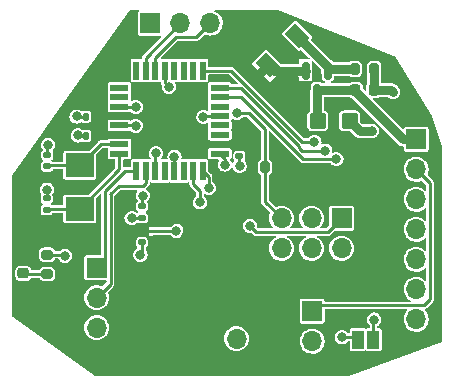
<source format=gbr>
%TF.GenerationSoftware,KiCad,Pcbnew,(6.0.7-1)-1*%
%TF.CreationDate,2022-12-23T14:46:04-05:00*%
%TF.ProjectId,atmega328,61746d65-6761-4333-9238-2e6b69636164,rev?*%
%TF.SameCoordinates,Original*%
%TF.FileFunction,Copper,L1,Top*%
%TF.FilePolarity,Positive*%
%FSLAX46Y46*%
G04 Gerber Fmt 4.6, Leading zero omitted, Abs format (unit mm)*
G04 Created by KiCad (PCBNEW (6.0.7-1)-1) date 2022-12-23 14:46:04*
%MOMM*%
%LPD*%
G01*
G04 APERTURE LIST*
G04 Aperture macros list*
%AMRoundRect*
0 Rectangle with rounded corners*
0 $1 Rounding radius*
0 $2 $3 $4 $5 $6 $7 $8 $9 X,Y pos of 4 corners*
0 Add a 4 corners polygon primitive as box body*
4,1,4,$2,$3,$4,$5,$6,$7,$8,$9,$2,$3,0*
0 Add four circle primitives for the rounded corners*
1,1,$1+$1,$2,$3*
1,1,$1+$1,$4,$5*
1,1,$1+$1,$6,$7*
1,1,$1+$1,$8,$9*
0 Add four rect primitives between the rounded corners*
20,1,$1+$1,$2,$3,$4,$5,0*
20,1,$1+$1,$4,$5,$6,$7,0*
20,1,$1+$1,$6,$7,$8,$9,0*
20,1,$1+$1,$8,$9,$2,$3,0*%
%AMRotRect*
0 Rectangle, with rotation*
0 The origin of the aperture is its center*
0 $1 length*
0 $2 width*
0 $3 Rotation angle, in degrees counterclockwise*
0 Add horizontal line*
21,1,$1,$2,0,0,$3*%
G04 Aperture macros list end*
%TA.AperFunction,SMDPad,CuDef*%
%ADD10RoundRect,0.250000X-0.450000X-0.425000X0.450000X-0.425000X0.450000X0.425000X-0.450000X0.425000X0*%
%TD*%
%TA.AperFunction,SMDPad,CuDef*%
%ADD11RoundRect,0.225000X-0.225000X-0.250000X0.225000X-0.250000X0.225000X0.250000X-0.225000X0.250000X0*%
%TD*%
%TA.AperFunction,SMDPad,CuDef*%
%ADD12RoundRect,0.140000X0.170000X-0.140000X0.170000X0.140000X-0.170000X0.140000X-0.170000X-0.140000X0*%
%TD*%
%TA.AperFunction,SMDPad,CuDef*%
%ADD13RoundRect,0.140000X-0.170000X0.140000X-0.170000X-0.140000X0.170000X-0.140000X0.170000X0.140000X0*%
%TD*%
%TA.AperFunction,SMDPad,CuDef*%
%ADD14RoundRect,0.140000X0.140000X0.170000X-0.140000X0.170000X-0.140000X-0.170000X0.140000X-0.170000X0*%
%TD*%
%TA.AperFunction,SMDPad,CuDef*%
%ADD15RoundRect,0.200000X-0.200000X-0.275000X0.200000X-0.275000X0.200000X0.275000X-0.200000X0.275000X0*%
%TD*%
%TA.AperFunction,ComponentPad*%
%ADD16R,1.700000X1.700000*%
%TD*%
%TA.AperFunction,ComponentPad*%
%ADD17O,1.700000X1.700000*%
%TD*%
%TA.AperFunction,SMDPad,CuDef*%
%ADD18RoundRect,0.200000X-0.275000X0.200000X-0.275000X-0.200000X0.275000X-0.200000X0.275000X0.200000X0*%
%TD*%
%TA.AperFunction,SMDPad,CuDef*%
%ADD19R,1.000000X1.500000*%
%TD*%
%TA.AperFunction,SMDPad,CuDef*%
%ADD20R,1.600000X0.550000*%
%TD*%
%TA.AperFunction,SMDPad,CuDef*%
%ADD21R,0.550000X1.600000*%
%TD*%
%TA.AperFunction,SMDPad,CuDef*%
%ADD22R,2.400000X2.000000*%
%TD*%
%TA.AperFunction,SMDPad,CuDef*%
%ADD23RoundRect,0.218750X0.256250X-0.218750X0.256250X0.218750X-0.256250X0.218750X-0.256250X-0.218750X0*%
%TD*%
%TA.AperFunction,SMDPad,CuDef*%
%ADD24RotRect,1.300000X1.700000X45.000000*%
%TD*%
%TA.AperFunction,SMDPad,CuDef*%
%ADD25RoundRect,0.150000X-0.150000X0.587500X-0.150000X-0.587500X0.150000X-0.587500X0.150000X0.587500X0*%
%TD*%
%TA.AperFunction,ViaPad*%
%ADD26C,0.800000*%
%TD*%
%TA.AperFunction,Conductor*%
%ADD27C,0.800000*%
%TD*%
%TA.AperFunction,Conductor*%
%ADD28C,0.250000*%
%TD*%
G04 APERTURE END LIST*
D10*
%TO.P,C2,1*%
%TO.N,Vcc*%
X155210000Y-95270000D03*
%TO.P,C2,2*%
%TO.N,GND*%
X157910000Y-95270000D03*
%TD*%
D11*
%TO.P,C1,1*%
%TO.N,Vcc*%
X158395000Y-92660000D03*
%TO.P,C1,2*%
%TO.N,GND*%
X159945000Y-92660000D03*
%TD*%
D12*
%TO.P,C6,1*%
%TO.N,XTAL1*%
X132310000Y-99100000D03*
%TO.P,C6,2*%
%TO.N,GND*%
X132310000Y-98140000D03*
%TD*%
D13*
%TO.P,C8,1*%
%TO.N,+5V*%
X140340000Y-104610000D03*
%TO.P,C8,2*%
%TO.N,GND*%
X140340000Y-105570000D03*
%TD*%
D14*
%TO.P,C3,1*%
%TO.N,+5V*%
X136520000Y-94930000D03*
%TO.P,C3,2*%
%TO.N,GND*%
X135560000Y-94930000D03*
%TD*%
D15*
%TO.P,R1,1*%
%TO.N,Net-(D1-Pad2)*%
X158360000Y-90860000D03*
%TO.P,R1,2*%
%TO.N,GND*%
X160010000Y-90860000D03*
%TD*%
D16*
%TO.P,ISP1,1,Pin_1*%
%TO.N,MISO*%
X157230000Y-103520000D03*
D17*
%TO.P,ISP1,2,Pin_2*%
%TO.N,3.3V*%
X157230000Y-106060000D03*
%TO.P,ISP1,3,Pin_3*%
%TO.N,SCK*%
X154690000Y-103520000D03*
%TO.P,ISP1,4,Pin_4*%
%TO.N,MOSI*%
X154690000Y-106060000D03*
%TO.P,ISP1,5,Pin_5*%
%TO.N,RESET*%
X152150000Y-103520000D03*
%TO.P,ISP1,6,Pin_6*%
%TO.N,GND*%
X152150000Y-106060000D03*
%TD*%
D14*
%TO.P,C4,1*%
%TO.N,+5V*%
X136540000Y-96530000D03*
%TO.P,C4,2*%
%TO.N,GND*%
X135580000Y-96530000D03*
%TD*%
D18*
%TO.P,R3,1*%
%TO.N,GND*%
X132320000Y-106595000D03*
%TO.P,R3,2*%
%TO.N,Net-(D2-Pad1)*%
X132320000Y-108245000D03*
%TD*%
D13*
%TO.P,C5,1*%
%TO.N,+5V*%
X148590000Y-97310000D03*
%TO.P,C5,2*%
%TO.N,GND*%
X148590000Y-98270000D03*
%TD*%
D19*
%TO.P,JP1,1,A*%
%TO.N,GND*%
X159930000Y-113790000D03*
%TO.P,JP1,2,B*%
%TO.N,TRM2*%
X158630000Y-113790000D03*
%TD*%
D20*
%TO.P,U1,1,PD3*%
%TO.N,unconnected-(U1-Pad1)*%
X138420000Y-92460000D03*
%TO.P,U1,2,PD4*%
%TO.N,unconnected-(U1-Pad2)*%
X138420000Y-93260000D03*
%TO.P,U1,3,GND*%
%TO.N,GND*%
X138420000Y-94060000D03*
%TO.P,U1,4,VCC*%
%TO.N,+5V*%
X138420000Y-94860000D03*
%TO.P,U1,5,GND*%
%TO.N,GND*%
X138420000Y-95660000D03*
%TO.P,U1,6,VCC*%
%TO.N,+5V*%
X138420000Y-96460000D03*
%TO.P,U1,7,XTAL1/PB6*%
%TO.N,XTAL1*%
X138420000Y-97260000D03*
%TO.P,U1,8,XTAL2/PB7*%
%TO.N,XTAL2*%
X138420000Y-98060000D03*
D21*
%TO.P,U1,9,PD5*%
%TO.N,Net-(U1-Pad9)*%
X139870000Y-99510000D03*
%TO.P,U1,10,PD6*%
%TO.N,Net-(U1-Pad10)*%
X140670000Y-99510000D03*
%TO.P,U1,11,PD7*%
%TO.N,Net-(U1-Pad11)*%
X141470000Y-99510000D03*
%TO.P,U1,12,PB0*%
%TO.N,unconnected-(U1-Pad12)*%
X142270000Y-99510000D03*
%TO.P,U1,13,PB1*%
%TO.N,CS*%
X143070000Y-99510000D03*
%TO.P,U1,14,PB2*%
%TO.N,SND*%
X143870000Y-99510000D03*
%TO.P,U1,15,PB3*%
%TO.N,MOSI*%
X144670000Y-99510000D03*
%TO.P,U1,16,PB4*%
%TO.N,MISO*%
X145470000Y-99510000D03*
D20*
%TO.P,U1,17,PB5*%
%TO.N,SCK*%
X146920000Y-98060000D03*
%TO.P,U1,18,AVCC*%
%TO.N,+5V*%
X146920000Y-97260000D03*
%TO.P,U1,19,ADC6*%
%TO.N,unconnected-(U1-Pad19)*%
X146920000Y-96460000D03*
%TO.P,U1,20,AREF*%
%TO.N,unconnected-(U1-Pad20)*%
X146920000Y-95660000D03*
%TO.P,U1,21,GND*%
%TO.N,GND*%
X146920000Y-94860000D03*
%TO.P,U1,22,ADC7*%
%TO.N,unconnected-(U1-Pad22)*%
X146920000Y-94060000D03*
%TO.P,U1,23,PC0*%
%TO.N,W*%
X146920000Y-93260000D03*
%TO.P,U1,24,PC1*%
%TO.N,V*%
X146920000Y-92460000D03*
D21*
%TO.P,U1,25,PC2*%
%TO.N,U*%
X145470000Y-91010000D03*
%TO.P,U1,26,PC3*%
%TO.N,unconnected-(U1-Pad26)*%
X144670000Y-91010000D03*
%TO.P,U1,27,PC4*%
%TO.N,unconnected-(U1-Pad27)*%
X143870000Y-91010000D03*
%TO.P,U1,28,PC5*%
%TO.N,unconnected-(U1-Pad28)*%
X143070000Y-91010000D03*
%TO.P,U1,29,~{RESET}/PC6*%
%TO.N,RESET*%
X142270000Y-91010000D03*
%TO.P,U1,30,PD0*%
%TO.N,RX*%
X141470000Y-91010000D03*
%TO.P,U1,31,PD1*%
%TO.N,TX*%
X140670000Y-91010000D03*
%TO.P,U1,32,PD2*%
%TO.N,unconnected-(U1-Pad32)*%
X139870000Y-91010000D03*
%TD*%
D16*
%TO.P,J3,1,Pin_1*%
%TO.N,TRM1*%
X154750000Y-111390000D03*
D17*
%TO.P,J3,2,Pin_2*%
%TO.N,TRM2*%
X154750000Y-113930000D03*
%TD*%
D16*
%TO.P,J5,1,Pin_1*%
%TO.N,+5V*%
X145800000Y-113700000D03*
D17*
%TO.P,J5,2,Pin_2*%
%TO.N,GND*%
X148340000Y-113700000D03*
%TD*%
D22*
%TO.P,Y1,1,1*%
%TO.N,XTAL1*%
X135060000Y-99040000D03*
%TO.P,Y1,2,2*%
%TO.N,XTAL2*%
X135060000Y-102740000D03*
%TD*%
D12*
%TO.P,C7,1*%
%TO.N,XTAL2*%
X132260000Y-102800000D03*
%TO.P,C7,2*%
%TO.N,GND*%
X132260000Y-101840000D03*
%TD*%
D16*
%TO.P,J2,1,Pin_1*%
%TO.N,GND*%
X141040000Y-87005000D03*
D17*
%TO.P,J2,2,Pin_2*%
%TO.N,TX*%
X143580000Y-87005000D03*
%TO.P,J2,3,Pin_3*%
%TO.N,RX*%
X146120000Y-87005000D03*
%TO.P,J2,4,Pin_4*%
%TO.N,+5V*%
X148660000Y-87005000D03*
%TD*%
D23*
%TO.P,D2,1,K*%
%TO.N,Net-(D2-Pad1)*%
X130300000Y-108167500D03*
%TO.P,D2,2,A*%
%TO.N,+5V*%
X130300000Y-106592500D03*
%TD*%
D16*
%TO.P,J4,1,Pin_1*%
%TO.N,Net-(U1-Pad9)*%
X136500000Y-107700000D03*
D17*
%TO.P,J4,2,Pin_2*%
%TO.N,Net-(U1-Pad10)*%
X136500000Y-110240000D03*
%TO.P,J4,3,Pin_3*%
%TO.N,Net-(U1-Pad11)*%
X136500000Y-112780000D03*
%TD*%
D24*
%TO.P,D1,1,K*%
%TO.N,+5V*%
X151002563Y-90527437D03*
%TO.P,D1,2,A*%
%TO.N,Net-(D1-Pad2)*%
X153477437Y-88052563D03*
%TD*%
D25*
%TO.P,Q1,1,G*%
%TO.N,Net-(D1-Pad2)*%
X156102500Y-91022500D03*
%TO.P,Q1,2,S*%
%TO.N,+5V*%
X154202500Y-91022500D03*
%TO.P,Q1,3,D*%
%TO.N,Vcc*%
X155152500Y-92897500D03*
%TD*%
D16*
%TO.P,J1,1,Pin_1*%
%TO.N,Vcc*%
X163555000Y-96835000D03*
D17*
%TO.P,J1,2,Pin_2*%
%TO.N,TRM1*%
X163555000Y-99375000D03*
%TO.P,J1,3,Pin_3*%
%TO.N,U*%
X163555000Y-101915000D03*
%TO.P,J1,4,Pin_4*%
%TO.N,V*%
X163555000Y-104455000D03*
%TO.P,J1,5,Pin_5*%
%TO.N,W*%
X163555000Y-106995000D03*
%TO.P,J1,6,Pin_6*%
%TO.N,GND*%
X163555000Y-109535000D03*
%TO.P,J1,7,Pin_7*%
%TO.N,TRM2*%
X163555000Y-112075000D03*
%TD*%
D15*
%TO.P,R2,1*%
%TO.N,RESET*%
X150750000Y-99190000D03*
%TO.P,R2,2*%
%TO.N,+5V*%
X152400000Y-99190000D03*
%TD*%
D12*
%TO.P,C9,1*%
%TO.N,+3.3v*%
X140340000Y-103480000D03*
%TO.P,C9,2*%
%TO.N,GND*%
X140340000Y-102520000D03*
%TD*%
D26*
%TO.N,GND*%
X132300000Y-101100000D03*
X161610000Y-92830000D03*
X139800000Y-94100000D03*
X145540000Y-94930000D03*
X134900000Y-96500000D03*
X139800000Y-95700000D03*
X140400000Y-101600000D03*
X133800000Y-106700000D03*
X132400000Y-97300000D03*
X134800000Y-94900000D03*
X148600000Y-99100000D03*
X159830000Y-96120000D03*
X140200000Y-106600000D03*
X160000000Y-112100000D03*
%TO.N,+3.3v*%
X139460000Y-103510000D03*
%TO.N,MISO*%
X145980000Y-100940000D03*
X149480000Y-104160500D03*
%TO.N,SCK*%
X147350000Y-98970000D03*
%TO.N,MOSI*%
X145240000Y-102170000D03*
%TO.N,RESET*%
X142610000Y-92390000D03*
X148370000Y-94630000D03*
%TO.N,U*%
X154940000Y-97050000D03*
%TO.N,V*%
X155860000Y-97794500D03*
%TO.N,W*%
X156800000Y-98519000D03*
%TO.N,TRM2*%
X157260000Y-113600000D03*
%TO.N,CS*%
X143090000Y-98300000D03*
%TO.N,+5V*%
X143240000Y-104610000D03*
%TO.N,Net-(U1-Pad11)*%
X141500000Y-98000000D03*
%TD*%
D27*
%TO.N,Vcc*%
X158395000Y-92660000D02*
X155390000Y-92660000D01*
X163555000Y-96835000D02*
X162478274Y-96835000D01*
X155152500Y-92897500D02*
X155152500Y-95212500D01*
X162478274Y-96835000D02*
X158395000Y-92751726D01*
X155152500Y-95212500D02*
X155210000Y-95270000D01*
X158395000Y-92751726D02*
X158395000Y-92660000D01*
X155390000Y-92660000D02*
X155152500Y-92897500D01*
D28*
%TO.N,GND*%
X146920000Y-94860000D02*
X145610000Y-94860000D01*
X138420000Y-95660000D02*
X139760000Y-95660000D01*
X132310000Y-98140000D02*
X132310000Y-97390000D01*
X159930000Y-113790000D02*
X159930000Y-112170000D01*
X134830000Y-94930000D02*
X134800000Y-94900000D01*
D27*
X161440000Y-92660000D02*
X161610000Y-92830000D01*
D28*
X140340000Y-101660000D02*
X140400000Y-101600000D01*
X145610000Y-94860000D02*
X145540000Y-94930000D01*
X138420000Y-94060000D02*
X139760000Y-94060000D01*
X134930000Y-96530000D02*
X134900000Y-96500000D01*
X132260000Y-101140000D02*
X132300000Y-101100000D01*
X159930000Y-112170000D02*
X160000000Y-112100000D01*
X133695000Y-106595000D02*
X133800000Y-106700000D01*
X140340000Y-106460000D02*
X140200000Y-106600000D01*
X132310000Y-97390000D02*
X132400000Y-97300000D01*
X132320000Y-106595000D02*
X133695000Y-106595000D01*
D27*
X159830000Y-96120000D02*
X158760000Y-96120000D01*
X158760000Y-96120000D02*
X157910000Y-95270000D01*
D28*
X139760000Y-95660000D02*
X139800000Y-95700000D01*
X148590000Y-99090000D02*
X148600000Y-99100000D01*
X140340000Y-102520000D02*
X140340000Y-101660000D01*
X148590000Y-98270000D02*
X148590000Y-99090000D01*
X135580000Y-96530000D02*
X134930000Y-96530000D01*
X132260000Y-101840000D02*
X132260000Y-101140000D01*
X140340000Y-105570000D02*
X140340000Y-106460000D01*
D27*
X160010000Y-90860000D02*
X160010000Y-92595000D01*
D28*
X139760000Y-94060000D02*
X139800000Y-94100000D01*
D27*
X159945000Y-92660000D02*
X161440000Y-92660000D01*
D28*
X135560000Y-94930000D02*
X134830000Y-94930000D01*
D27*
X160010000Y-92595000D02*
X159945000Y-92660000D01*
D28*
%TO.N,XTAL1*%
X136840000Y-97260000D02*
X135060000Y-99040000D01*
X138420000Y-97260000D02*
X136840000Y-97260000D01*
X132370000Y-99040000D02*
X132310000Y-99100000D01*
X135060000Y-99040000D02*
X132370000Y-99040000D01*
%TO.N,XTAL2*%
X132320000Y-102740000D02*
X132260000Y-102800000D01*
X138420000Y-98060000D02*
X138420000Y-99380000D01*
X135060000Y-102740000D02*
X132320000Y-102740000D01*
X138420000Y-99380000D02*
X135060000Y-102740000D01*
%TO.N,+3.3v*%
X139460000Y-103510000D02*
X140310000Y-103510000D01*
X140310000Y-103510000D02*
X140340000Y-103480000D01*
D27*
%TO.N,Net-(D1-Pad2)*%
X156102500Y-91022500D02*
X156102500Y-90677626D01*
X158360000Y-90860000D02*
X156265000Y-90860000D01*
X156102500Y-90677626D02*
X153477437Y-88052563D01*
X156265000Y-90860000D02*
X156102500Y-91022500D01*
D28*
%TO.N,Net-(D2-Pad1)*%
X132320000Y-108245000D02*
X130377500Y-108245000D01*
X130377500Y-108245000D02*
X130300000Y-108167500D01*
%TO.N,MISO*%
X150014500Y-104695000D02*
X149480000Y-104160500D01*
X157230000Y-103520000D02*
X156055000Y-104695000D01*
X145980000Y-100940000D02*
X145980000Y-100020000D01*
X156055000Y-104695000D02*
X150014500Y-104695000D01*
X145980000Y-100020000D02*
X145470000Y-99510000D01*
%TO.N,SCK*%
X147350000Y-98970000D02*
X147350000Y-98490000D01*
X147350000Y-98490000D02*
X146920000Y-98060000D01*
%TO.N,MOSI*%
X145240000Y-101190000D02*
X144670000Y-100620000D01*
X144670000Y-100620000D02*
X144670000Y-99510000D01*
X145240000Y-102170000D02*
X145240000Y-101190000D01*
%TO.N,RESET*%
X142270000Y-92050000D02*
X142270000Y-91010000D01*
X150750000Y-102120000D02*
X150750000Y-99190000D01*
X142610000Y-92390000D02*
X142270000Y-92050000D01*
X150750000Y-99190000D02*
X150750000Y-96000000D01*
X150750000Y-96000000D02*
X150580000Y-95830000D01*
X150580000Y-95830000D02*
X149380000Y-94630000D01*
X149380000Y-94630000D02*
X148370000Y-94630000D01*
X152150000Y-103520000D02*
X150750000Y-102120000D01*
%TO.N,TRM1*%
X163555000Y-99375000D02*
X164730000Y-100550000D01*
X155240000Y-110900000D02*
X164200000Y-110900000D01*
X154750000Y-111390000D02*
X155240000Y-110900000D01*
X164730000Y-110370000D02*
X164200000Y-110900000D01*
X164730000Y-100550000D02*
X164730000Y-110370000D01*
%TO.N,U*%
X153914695Y-97050000D02*
X154940000Y-97050000D01*
X145470000Y-91010000D02*
X147874695Y-91010000D01*
X147874695Y-91010000D02*
X153914695Y-97050000D01*
%TO.N,V*%
X148688299Y-92460000D02*
X146920000Y-92460000D01*
X153914500Y-97794500D02*
X153660000Y-97540000D01*
X153660000Y-97431701D02*
X148688299Y-92460000D01*
X155860000Y-97794500D02*
X153914500Y-97794500D01*
X153660000Y-97540000D02*
X153660000Y-97431701D01*
%TO.N,W*%
X154002604Y-98519000D02*
X148743604Y-93260000D01*
X148743604Y-93260000D02*
X146920000Y-93260000D01*
X156800000Y-98519000D02*
X154002604Y-98519000D01*
%TO.N,TRM2*%
X157260000Y-113600000D02*
X158440000Y-113600000D01*
X158440000Y-113600000D02*
X158630000Y-113790000D01*
%TO.N,TX*%
X140670000Y-89915000D02*
X140670000Y-91010000D01*
X143580000Y-87005000D02*
X140670000Y-89915000D01*
%TO.N,RX*%
X141470000Y-89960000D02*
X143250000Y-88180000D01*
X143250000Y-88180000D02*
X144945000Y-88180000D01*
X144945000Y-88180000D02*
X146120000Y-87005000D01*
X141470000Y-91010000D02*
X141470000Y-89960000D01*
%TO.N,CS*%
X143090000Y-98300000D02*
X143090000Y-99490000D01*
X143090000Y-99490000D02*
X143070000Y-99510000D01*
%TO.N,+5V*%
X138420000Y-94860000D02*
X136590000Y-94860000D01*
D27*
X151497626Y-91022500D02*
X151002563Y-90527437D01*
D28*
X136590000Y-94860000D02*
X136520000Y-94930000D01*
D27*
X151002563Y-90527437D02*
X151002563Y-90547437D01*
D28*
X143240000Y-104610000D02*
X140340000Y-104610000D01*
D27*
X151002563Y-90547437D02*
X150130000Y-91420000D01*
X154202500Y-91022500D02*
X151497626Y-91022500D01*
D28*
%TO.N,Net-(U1-Pad9)*%
X138926396Y-99510000D02*
X139870000Y-99510000D01*
X137200000Y-101236396D02*
X138926396Y-99510000D01*
X136500000Y-107700000D02*
X137200000Y-107000000D01*
X137200000Y-107000000D02*
X137200000Y-101236396D01*
%TO.N,Net-(U1-Pad10)*%
X137650000Y-101500000D02*
X137675000Y-101525000D01*
X137675000Y-101525000D02*
X137675000Y-109065000D01*
X140670000Y-100560000D02*
X140430000Y-100800000D01*
X140670000Y-99510000D02*
X140670000Y-100560000D01*
X137675000Y-109065000D02*
X136500000Y-110240000D01*
X138350000Y-100800000D02*
X137650000Y-101500000D01*
X140430000Y-100800000D02*
X138350000Y-100800000D01*
%TO.N,Net-(U1-Pad11)*%
X141470000Y-98030000D02*
X141500000Y-98000000D01*
X141470000Y-99510000D02*
X141470000Y-98030000D01*
%TD*%
%TA.AperFunction,Conductor*%
%TO.N,+5V*%
G36*
X140052250Y-85916955D02*
G01*
X140070556Y-85961149D01*
X140052250Y-86005343D01*
X140050562Y-86007031D01*
X140045448Y-86010448D01*
X140001133Y-86076769D01*
X139999933Y-86082803D01*
X139999932Y-86082805D01*
X139990568Y-86129882D01*
X139989500Y-86135252D01*
X139989500Y-87874748D01*
X139990099Y-87877758D01*
X139990099Y-87877761D01*
X139993779Y-87896258D01*
X140001133Y-87933231D01*
X140045448Y-87999552D01*
X140050562Y-88002969D01*
X140106653Y-88040449D01*
X140106655Y-88040450D01*
X140111769Y-88043867D01*
X140117803Y-88045067D01*
X140117805Y-88045068D01*
X140167239Y-88054901D01*
X140167242Y-88054901D01*
X140170252Y-88055500D01*
X141909748Y-88055500D01*
X141912764Y-88054900D01*
X141913090Y-88054868D01*
X141958866Y-88068753D01*
X141981417Y-88110939D01*
X141967532Y-88156715D01*
X141963412Y-88161261D01*
X140451820Y-89672854D01*
X140447800Y-89676538D01*
X140416806Y-89702545D01*
X140414073Y-89707279D01*
X140396580Y-89737579D01*
X140393650Y-89742178D01*
X140370446Y-89775316D01*
X140369032Y-89780593D01*
X140369031Y-89780595D01*
X140368812Y-89781414D01*
X140362568Y-89796487D01*
X140362147Y-89797216D01*
X140362145Y-89797221D01*
X140359412Y-89801955D01*
X140358463Y-89807338D01*
X140352388Y-89841793D01*
X140351207Y-89847117D01*
X140340736Y-89886193D01*
X140344118Y-89924847D01*
X140344262Y-89926494D01*
X140344500Y-89931941D01*
X140344500Y-89969197D01*
X140326194Y-90013391D01*
X140316723Y-90021164D01*
X140304723Y-90029182D01*
X140257806Y-90038514D01*
X140235277Y-90029182D01*
X140228349Y-90024553D01*
X140228350Y-90024553D01*
X140223231Y-90021133D01*
X140217195Y-90019932D01*
X140217194Y-90019932D01*
X140167761Y-90010099D01*
X140167758Y-90010099D01*
X140164748Y-90009500D01*
X139575252Y-90009500D01*
X139572242Y-90010099D01*
X139572239Y-90010099D01*
X139522805Y-90019932D01*
X139522803Y-90019933D01*
X139516769Y-90021133D01*
X139511655Y-90024550D01*
X139511653Y-90024551D01*
X139490757Y-90038514D01*
X139450448Y-90065448D01*
X139447031Y-90070562D01*
X139418700Y-90112962D01*
X139406133Y-90131769D01*
X139404933Y-90137803D01*
X139404932Y-90137805D01*
X139395567Y-90184886D01*
X139394500Y-90190252D01*
X139394500Y-91829748D01*
X139406133Y-91888231D01*
X139409550Y-91893345D01*
X139409551Y-91893347D01*
X139448847Y-91952156D01*
X139449355Y-91954708D01*
X139452844Y-91956153D01*
X139511653Y-91995449D01*
X139511655Y-91995450D01*
X139516769Y-91998867D01*
X139522803Y-92000067D01*
X139522805Y-92000068D01*
X139572239Y-92009901D01*
X139572242Y-92009901D01*
X139575252Y-92010500D01*
X140164748Y-92010500D01*
X140167758Y-92009901D01*
X140167761Y-92009901D01*
X140217194Y-92000068D01*
X140217195Y-92000068D01*
X140223231Y-91998867D01*
X140235277Y-91990818D01*
X140282194Y-91981486D01*
X140304723Y-91990818D01*
X140316769Y-91998867D01*
X140322805Y-92000068D01*
X140322806Y-92000068D01*
X140372239Y-92009901D01*
X140372242Y-92009901D01*
X140375252Y-92010500D01*
X140964748Y-92010500D01*
X140967758Y-92009901D01*
X140967761Y-92009901D01*
X141017194Y-92000068D01*
X141017195Y-92000068D01*
X141023231Y-91998867D01*
X141035277Y-91990818D01*
X141082194Y-91981486D01*
X141104723Y-91990818D01*
X141116769Y-91998867D01*
X141122805Y-92000068D01*
X141122806Y-92000068D01*
X141172239Y-92009901D01*
X141172242Y-92009901D01*
X141175252Y-92010500D01*
X141764748Y-92010500D01*
X141767758Y-92009901D01*
X141767761Y-92009901D01*
X141817194Y-92000068D01*
X141817195Y-92000068D01*
X141823231Y-91998867D01*
X141835277Y-91990818D01*
X141882194Y-91981486D01*
X141904723Y-91990818D01*
X141915256Y-91997856D01*
X141941832Y-92037630D01*
X141942795Y-92055270D01*
X141942472Y-92058965D01*
X141940736Y-92078807D01*
X141942151Y-92084087D01*
X141942151Y-92084089D01*
X141951207Y-92117883D01*
X141952387Y-92123204D01*
X141959412Y-92163045D01*
X141962145Y-92167779D01*
X141962147Y-92167784D01*
X141962568Y-92168513D01*
X141968812Y-92183586D01*
X141970446Y-92189684D01*
X141973580Y-92194159D01*
X141973580Y-92194160D01*
X141993650Y-92222822D01*
X141996575Y-92227414D01*
X142009703Y-92250152D01*
X142017541Y-92289559D01*
X142004318Y-92390000D01*
X142024956Y-92546762D01*
X142026524Y-92550547D01*
X142026524Y-92550548D01*
X142075776Y-92669452D01*
X142085464Y-92692841D01*
X142181718Y-92818282D01*
X142307159Y-92914536D01*
X142310942Y-92916103D01*
X142449452Y-92973476D01*
X142449453Y-92973476D01*
X142453238Y-92975044D01*
X142457300Y-92975579D01*
X142457301Y-92975579D01*
X142605936Y-92995147D01*
X142610000Y-92995682D01*
X142614064Y-92995147D01*
X142762699Y-92975579D01*
X142762700Y-92975579D01*
X142766762Y-92975044D01*
X142770547Y-92973476D01*
X142770548Y-92973476D01*
X142909058Y-92916103D01*
X142912841Y-92914536D01*
X143038282Y-92818282D01*
X143134536Y-92692841D01*
X143144224Y-92669452D01*
X143193476Y-92550548D01*
X143193476Y-92550547D01*
X143195044Y-92546762D01*
X143215682Y-92390000D01*
X143215147Y-92385936D01*
X143195579Y-92237301D01*
X143195579Y-92237300D01*
X143195044Y-92233238D01*
X143138578Y-92096917D01*
X143138577Y-92049082D01*
X143172402Y-92015258D01*
X143196320Y-92010500D01*
X143364748Y-92010500D01*
X143367758Y-92009901D01*
X143367761Y-92009901D01*
X143417194Y-92000068D01*
X143417195Y-92000068D01*
X143423231Y-91998867D01*
X143435277Y-91990818D01*
X143482194Y-91981486D01*
X143504723Y-91990818D01*
X143516769Y-91998867D01*
X143522805Y-92000068D01*
X143522806Y-92000068D01*
X143572239Y-92009901D01*
X143572242Y-92009901D01*
X143575252Y-92010500D01*
X144164748Y-92010500D01*
X144167758Y-92009901D01*
X144167761Y-92009901D01*
X144217194Y-92000068D01*
X144217195Y-92000068D01*
X144223231Y-91998867D01*
X144235277Y-91990818D01*
X144282194Y-91981486D01*
X144304723Y-91990818D01*
X144316769Y-91998867D01*
X144322805Y-92000068D01*
X144322806Y-92000068D01*
X144372239Y-92009901D01*
X144372242Y-92009901D01*
X144375252Y-92010500D01*
X144964748Y-92010500D01*
X144967758Y-92009901D01*
X144967761Y-92009901D01*
X145017194Y-92000068D01*
X145017195Y-92000068D01*
X145023231Y-91998867D01*
X145035277Y-91990818D01*
X145082194Y-91981486D01*
X145104723Y-91990818D01*
X145116769Y-91998867D01*
X145122805Y-92000068D01*
X145122806Y-92000068D01*
X145172239Y-92009901D01*
X145172242Y-92009901D01*
X145175252Y-92010500D01*
X145764748Y-92010500D01*
X145767758Y-92009901D01*
X145767761Y-92009901D01*
X145817195Y-92000068D01*
X145817197Y-92000067D01*
X145823231Y-91998867D01*
X145828345Y-91995450D01*
X145828347Y-91995449D01*
X145887156Y-91956153D01*
X145889708Y-91955645D01*
X145891153Y-91952156D01*
X145930449Y-91893347D01*
X145930450Y-91893345D01*
X145933867Y-91888231D01*
X145945500Y-91829748D01*
X145945500Y-91398000D01*
X145963806Y-91353806D01*
X146008000Y-91335500D01*
X147713981Y-91335500D01*
X147758175Y-91353806D01*
X148432175Y-92027806D01*
X148450481Y-92072000D01*
X148432175Y-92116194D01*
X148387981Y-92134500D01*
X147960804Y-92134500D01*
X147916610Y-92116194D01*
X147908837Y-92106724D01*
X147867969Y-92045562D01*
X147864552Y-92040448D01*
X147826853Y-92015258D01*
X147803347Y-91999551D01*
X147803345Y-91999550D01*
X147798231Y-91996133D01*
X147792197Y-91994933D01*
X147792195Y-91994932D01*
X147742761Y-91985099D01*
X147742758Y-91985099D01*
X147739748Y-91984500D01*
X146100252Y-91984500D01*
X146097242Y-91985099D01*
X146097239Y-91985099D01*
X146047805Y-91994932D01*
X146047803Y-91994933D01*
X146041769Y-91996133D01*
X146036655Y-91999550D01*
X146036653Y-91999551D01*
X145977844Y-92038847D01*
X145975292Y-92039355D01*
X145973847Y-92042844D01*
X145946288Y-92084089D01*
X145931133Y-92106769D01*
X145929933Y-92112803D01*
X145929932Y-92112805D01*
X145920313Y-92161163D01*
X145919500Y-92165252D01*
X145919500Y-92754748D01*
X145931133Y-92813231D01*
X145934553Y-92818349D01*
X145939182Y-92825277D01*
X145948514Y-92872194D01*
X145939182Y-92894723D01*
X145931133Y-92906769D01*
X145929932Y-92912805D01*
X145929932Y-92912806D01*
X145925956Y-92932797D01*
X145919500Y-92965252D01*
X145919500Y-93554748D01*
X145920099Y-93557758D01*
X145920099Y-93557761D01*
X145924116Y-93577955D01*
X145931133Y-93613231D01*
X145934553Y-93618349D01*
X145939182Y-93625277D01*
X145948514Y-93672194D01*
X145939182Y-93694723D01*
X145931133Y-93706769D01*
X145919500Y-93765252D01*
X145919500Y-94343680D01*
X145901194Y-94387874D01*
X145857000Y-94406180D01*
X145833083Y-94401422D01*
X145727676Y-94357761D01*
X145700548Y-94346524D01*
X145700547Y-94346524D01*
X145696762Y-94344956D01*
X145692700Y-94344421D01*
X145692699Y-94344421D01*
X145544064Y-94324853D01*
X145540000Y-94324318D01*
X145535936Y-94324853D01*
X145387301Y-94344421D01*
X145387300Y-94344421D01*
X145383238Y-94344956D01*
X145379453Y-94346524D01*
X145379452Y-94346524D01*
X145246917Y-94401422D01*
X145237159Y-94405464D01*
X145111718Y-94501718D01*
X145015464Y-94627159D01*
X145013897Y-94630942D01*
X144968951Y-94739452D01*
X144954956Y-94773238D01*
X144954421Y-94777300D01*
X144954421Y-94777301D01*
X144937689Y-94904397D01*
X144934318Y-94930000D01*
X144934853Y-94934064D01*
X144951535Y-95060773D01*
X144954956Y-95086762D01*
X144956524Y-95090547D01*
X144956524Y-95090548D01*
X145000259Y-95196133D01*
X145015464Y-95232841D01*
X145111718Y-95358282D01*
X145114963Y-95360772D01*
X145124804Y-95368323D01*
X145237159Y-95454536D01*
X145240942Y-95456103D01*
X145379452Y-95513476D01*
X145379453Y-95513476D01*
X145383238Y-95515044D01*
X145387300Y-95515579D01*
X145387301Y-95515579D01*
X145535936Y-95535147D01*
X145540000Y-95535682D01*
X145544064Y-95535147D01*
X145692699Y-95515579D01*
X145692700Y-95515579D01*
X145696762Y-95515044D01*
X145700547Y-95513476D01*
X145700548Y-95513476D01*
X145772974Y-95483476D01*
X145833083Y-95458578D01*
X145880918Y-95458577D01*
X145914742Y-95492402D01*
X145919500Y-95516320D01*
X145919500Y-95954748D01*
X145920099Y-95957758D01*
X145920099Y-95957761D01*
X145924116Y-95977955D01*
X145931133Y-96013231D01*
X145934552Y-96018347D01*
X145934553Y-96018349D01*
X145939182Y-96025277D01*
X145948514Y-96072194D01*
X145939182Y-96094723D01*
X145931133Y-96106769D01*
X145929932Y-96112805D01*
X145929932Y-96112806D01*
X145920210Y-96161684D01*
X145919500Y-96165252D01*
X145919500Y-96754748D01*
X145920099Y-96757758D01*
X145920099Y-96757761D01*
X145928314Y-96799058D01*
X145931133Y-96813231D01*
X145975448Y-96879552D01*
X145980562Y-96882969D01*
X146036653Y-96920449D01*
X146036655Y-96920450D01*
X146041769Y-96923867D01*
X146047803Y-96925067D01*
X146047805Y-96925068D01*
X146097239Y-96934901D01*
X146097242Y-96934901D01*
X146100252Y-96935500D01*
X147739748Y-96935500D01*
X147742758Y-96934901D01*
X147742761Y-96934901D01*
X147792195Y-96925068D01*
X147792197Y-96925067D01*
X147798231Y-96923867D01*
X147803345Y-96920450D01*
X147803347Y-96920449D01*
X147859438Y-96882969D01*
X147864552Y-96879552D01*
X147908867Y-96813231D01*
X147911687Y-96799058D01*
X147919901Y-96757761D01*
X147919901Y-96757758D01*
X147920500Y-96754748D01*
X147920500Y-96165252D01*
X147919791Y-96161684D01*
X147910068Y-96112806D01*
X147910068Y-96112805D01*
X147908867Y-96106769D01*
X147900818Y-96094723D01*
X147891486Y-96047806D01*
X147900818Y-96025277D01*
X147905447Y-96018349D01*
X147905448Y-96018347D01*
X147908867Y-96013231D01*
X147915884Y-95977955D01*
X147919901Y-95957761D01*
X147919901Y-95957758D01*
X147920500Y-95954748D01*
X147920500Y-95365252D01*
X147913642Y-95330772D01*
X147910068Y-95312806D01*
X147910068Y-95312805D01*
X147908867Y-95306769D01*
X147900818Y-95294723D01*
X147891486Y-95247806D01*
X147900818Y-95225277D01*
X147905447Y-95218349D01*
X147908867Y-95213231D01*
X147914582Y-95184500D01*
X147920349Y-95155508D01*
X147946925Y-95115734D01*
X147993841Y-95106402D01*
X148019696Y-95118117D01*
X148063908Y-95152042D01*
X148063911Y-95152044D01*
X148067159Y-95154536D01*
X148070942Y-95156103D01*
X148209452Y-95213476D01*
X148209453Y-95213476D01*
X148213238Y-95215044D01*
X148217300Y-95215579D01*
X148217301Y-95215579D01*
X148365936Y-95235147D01*
X148370000Y-95235682D01*
X148374064Y-95235147D01*
X148522699Y-95215579D01*
X148522700Y-95215579D01*
X148526762Y-95215044D01*
X148530547Y-95213476D01*
X148530548Y-95213476D01*
X148669058Y-95156103D01*
X148672841Y-95154536D01*
X148798282Y-95058282D01*
X148858387Y-94979952D01*
X148899813Y-94956035D01*
X148907971Y-94955500D01*
X149219286Y-94955500D01*
X149263480Y-94973806D01*
X150369971Y-96080298D01*
X150369973Y-96080299D01*
X150406194Y-96116520D01*
X150424500Y-96160714D01*
X150424500Y-98491154D01*
X150406194Y-98535348D01*
X150390377Y-98546841D01*
X150311658Y-98586950D01*
X150221950Y-98676658D01*
X150164354Y-98789696D01*
X150163172Y-98797159D01*
X150150589Y-98876608D01*
X150149500Y-98883481D01*
X150149501Y-99496518D01*
X150164354Y-99590304D01*
X150221950Y-99703342D01*
X150311658Y-99793050D01*
X150390376Y-99833159D01*
X150421441Y-99869533D01*
X150424500Y-99888846D01*
X150424500Y-102103059D01*
X150424262Y-102108506D01*
X150420736Y-102148807D01*
X150422151Y-102154087D01*
X150422151Y-102154089D01*
X150431207Y-102187883D01*
X150432387Y-102193204D01*
X150439412Y-102233045D01*
X150442145Y-102237779D01*
X150442147Y-102237784D01*
X150442568Y-102238513D01*
X150448812Y-102253586D01*
X150450446Y-102259684D01*
X150453580Y-102264159D01*
X150453580Y-102264160D01*
X150473650Y-102292822D01*
X150476575Y-102297414D01*
X150496806Y-102332455D01*
X150500995Y-102335970D01*
X150527802Y-102358464D01*
X150531822Y-102362148D01*
X151179961Y-103010287D01*
X151198267Y-103054481D01*
X151190537Y-103084588D01*
X151179776Y-103104162D01*
X151117484Y-103300532D01*
X151117143Y-103303570D01*
X151117143Y-103303571D01*
X151106354Y-103399762D01*
X151094520Y-103505262D01*
X151095758Y-103520000D01*
X151108400Y-103670548D01*
X151111759Y-103710553D01*
X151112601Y-103713489D01*
X151149256Y-103841319D01*
X151168544Y-103908586D01*
X151262712Y-104091818D01*
X151264603Y-104094204D01*
X151264605Y-104094207D01*
X151347109Y-104198300D01*
X151390677Y-104253270D01*
X151396691Y-104258388D01*
X151397886Y-104259405D01*
X151419676Y-104301989D01*
X151404972Y-104347509D01*
X151362388Y-104369299D01*
X151357377Y-104369500D01*
X150175214Y-104369500D01*
X150131020Y-104351194D01*
X150090566Y-104310740D01*
X150072260Y-104266546D01*
X150072795Y-104258388D01*
X150085147Y-104164564D01*
X150085682Y-104160500D01*
X150081467Y-104128480D01*
X150065579Y-104007801D01*
X150065579Y-104007800D01*
X150065044Y-104003738D01*
X150061742Y-103995765D01*
X150006103Y-103861442D01*
X150004536Y-103857659D01*
X149908282Y-103732218D01*
X149782841Y-103635964D01*
X149652155Y-103581832D01*
X149640548Y-103577024D01*
X149640547Y-103577024D01*
X149636762Y-103575456D01*
X149632700Y-103574921D01*
X149632699Y-103574921D01*
X149484064Y-103555353D01*
X149480000Y-103554818D01*
X149475936Y-103555353D01*
X149327301Y-103574921D01*
X149327300Y-103574921D01*
X149323238Y-103575456D01*
X149319453Y-103577024D01*
X149319452Y-103577024D01*
X149307845Y-103581832D01*
X149177159Y-103635964D01*
X149051718Y-103732218D01*
X148955464Y-103857659D01*
X148953897Y-103861442D01*
X148898259Y-103995765D01*
X148894956Y-104003738D01*
X148894421Y-104007800D01*
X148894421Y-104007801D01*
X148878533Y-104128480D01*
X148874318Y-104160500D01*
X148894956Y-104317262D01*
X148955464Y-104463341D01*
X149051718Y-104588782D01*
X149177159Y-104685036D01*
X149180942Y-104686603D01*
X149319452Y-104743976D01*
X149319453Y-104743976D01*
X149323238Y-104745544D01*
X149327300Y-104746079D01*
X149327301Y-104746079D01*
X149475936Y-104765647D01*
X149480000Y-104766182D01*
X149577888Y-104753295D01*
X149624094Y-104765675D01*
X149630240Y-104771066D01*
X149772354Y-104913180D01*
X149776036Y-104917198D01*
X149802045Y-104948194D01*
X149837086Y-104968425D01*
X149841678Y-104971350D01*
X149874816Y-104994554D01*
X149880098Y-104995969D01*
X149880099Y-104995970D01*
X149880919Y-104996190D01*
X149895984Y-105002430D01*
X149896717Y-105002853D01*
X149901455Y-105005588D01*
X149941291Y-105012613D01*
X149946609Y-105013791D01*
X149980415Y-105022849D01*
X149980416Y-105022849D01*
X149985693Y-105024263D01*
X149991136Y-105023787D01*
X149991138Y-105023787D01*
X150025986Y-105020738D01*
X150031433Y-105020500D01*
X151616379Y-105020500D01*
X151660573Y-105038806D01*
X151678879Y-105083000D01*
X151660573Y-105127194D01*
X151645335Y-105138388D01*
X151622204Y-105150481D01*
X151572002Y-105176726D01*
X151411447Y-105305815D01*
X151279024Y-105463630D01*
X151179776Y-105644162D01*
X151117484Y-105840532D01*
X151117143Y-105843570D01*
X151117143Y-105843571D01*
X151100171Y-105994886D01*
X151094520Y-106045262D01*
X151095758Y-106060000D01*
X151105663Y-106177955D01*
X151111759Y-106250553D01*
X151168544Y-106448586D01*
X151262712Y-106631818D01*
X151264603Y-106634204D01*
X151264605Y-106634207D01*
X151347109Y-106738300D01*
X151390677Y-106793270D01*
X151393007Y-106795253D01*
X151469729Y-106860548D01*
X151547564Y-106926791D01*
X151727398Y-107027297D01*
X151730302Y-107028241D01*
X151730303Y-107028241D01*
X151920416Y-107090013D01*
X151920421Y-107090014D01*
X151923329Y-107090959D01*
X151926370Y-107091322D01*
X151926372Y-107091322D01*
X151988442Y-107098723D01*
X152127894Y-107115351D01*
X152130936Y-107115117D01*
X152130939Y-107115117D01*
X152330249Y-107099781D01*
X152330251Y-107099781D01*
X152333300Y-107099546D01*
X152531725Y-107044145D01*
X152534448Y-107042770D01*
X152534452Y-107042768D01*
X152712890Y-106952632D01*
X152715610Y-106951258D01*
X152718008Y-106949385D01*
X152718012Y-106949382D01*
X152841760Y-106852699D01*
X152877951Y-106824424D01*
X152906910Y-106790875D01*
X152981842Y-106704064D01*
X153012564Y-106668472D01*
X153114323Y-106489344D01*
X153179351Y-106293863D01*
X153181791Y-106274553D01*
X153204951Y-106091216D01*
X153204951Y-106091215D01*
X153205171Y-106089474D01*
X153205438Y-106070427D01*
X153205559Y-106061739D01*
X153205559Y-106061733D01*
X153205583Y-106060000D01*
X153205414Y-106058280D01*
X153205414Y-106058271D01*
X153185778Y-105858010D01*
X153185480Y-105854970D01*
X153125935Y-105657749D01*
X153047563Y-105510351D01*
X153030653Y-105478547D01*
X153030651Y-105478544D01*
X153029218Y-105475849D01*
X152899011Y-105316200D01*
X152740275Y-105184882D01*
X152653527Y-105137977D01*
X152623359Y-105100855D01*
X152628276Y-105053273D01*
X152665399Y-105023105D01*
X152683254Y-105020500D01*
X154156379Y-105020500D01*
X154200573Y-105038806D01*
X154218879Y-105083000D01*
X154200573Y-105127194D01*
X154185335Y-105138388D01*
X154162204Y-105150481D01*
X154112002Y-105176726D01*
X153951447Y-105305815D01*
X153819024Y-105463630D01*
X153719776Y-105644162D01*
X153657484Y-105840532D01*
X153657143Y-105843570D01*
X153657143Y-105843571D01*
X153640171Y-105994886D01*
X153634520Y-106045262D01*
X153635758Y-106060000D01*
X153645663Y-106177955D01*
X153651759Y-106250553D01*
X153708544Y-106448586D01*
X153802712Y-106631818D01*
X153804603Y-106634204D01*
X153804605Y-106634207D01*
X153887109Y-106738300D01*
X153930677Y-106793270D01*
X153933007Y-106795253D01*
X154009729Y-106860548D01*
X154087564Y-106926791D01*
X154267398Y-107027297D01*
X154270302Y-107028241D01*
X154270303Y-107028241D01*
X154460416Y-107090013D01*
X154460421Y-107090014D01*
X154463329Y-107090959D01*
X154466370Y-107091322D01*
X154466372Y-107091322D01*
X154528442Y-107098723D01*
X154667894Y-107115351D01*
X154670936Y-107115117D01*
X154670939Y-107115117D01*
X154870249Y-107099781D01*
X154870251Y-107099781D01*
X154873300Y-107099546D01*
X155071725Y-107044145D01*
X155074448Y-107042770D01*
X155074452Y-107042768D01*
X155252890Y-106952632D01*
X155255610Y-106951258D01*
X155258008Y-106949385D01*
X155258012Y-106949382D01*
X155381760Y-106852699D01*
X155417951Y-106824424D01*
X155446910Y-106790875D01*
X155521842Y-106704064D01*
X155552564Y-106668472D01*
X155654323Y-106489344D01*
X155719351Y-106293863D01*
X155721791Y-106274553D01*
X155744951Y-106091216D01*
X155744951Y-106091215D01*
X155745171Y-106089474D01*
X155745438Y-106070427D01*
X155745559Y-106061739D01*
X155745559Y-106061733D01*
X155745583Y-106060000D01*
X155745414Y-106058280D01*
X155745414Y-106058271D01*
X155744138Y-106045262D01*
X156174520Y-106045262D01*
X156175758Y-106060000D01*
X156185663Y-106177955D01*
X156191759Y-106250553D01*
X156248544Y-106448586D01*
X156342712Y-106631818D01*
X156344603Y-106634204D01*
X156344605Y-106634207D01*
X156427109Y-106738300D01*
X156470677Y-106793270D01*
X156473007Y-106795253D01*
X156549729Y-106860548D01*
X156627564Y-106926791D01*
X156807398Y-107027297D01*
X156810302Y-107028241D01*
X156810303Y-107028241D01*
X157000416Y-107090013D01*
X157000421Y-107090014D01*
X157003329Y-107090959D01*
X157006370Y-107091322D01*
X157006372Y-107091322D01*
X157068442Y-107098723D01*
X157207894Y-107115351D01*
X157210936Y-107115117D01*
X157210939Y-107115117D01*
X157410249Y-107099781D01*
X157410251Y-107099781D01*
X157413300Y-107099546D01*
X157611725Y-107044145D01*
X157614448Y-107042770D01*
X157614452Y-107042768D01*
X157792890Y-106952632D01*
X157795610Y-106951258D01*
X157798008Y-106949385D01*
X157798012Y-106949382D01*
X157921760Y-106852699D01*
X157957951Y-106824424D01*
X157986910Y-106790875D01*
X158061842Y-106704064D01*
X158092564Y-106668472D01*
X158194323Y-106489344D01*
X158259351Y-106293863D01*
X158261791Y-106274553D01*
X158284951Y-106091216D01*
X158284951Y-106091215D01*
X158285171Y-106089474D01*
X158285438Y-106070427D01*
X158285559Y-106061739D01*
X158285559Y-106061733D01*
X158285583Y-106060000D01*
X158285414Y-106058280D01*
X158285414Y-106058271D01*
X158265778Y-105858010D01*
X158265480Y-105854970D01*
X158205935Y-105657749D01*
X158127563Y-105510351D01*
X158110653Y-105478547D01*
X158110651Y-105478544D01*
X158109218Y-105475849D01*
X157979011Y-105316200D01*
X157820275Y-105184882D01*
X157639055Y-105086897D01*
X157584143Y-105069899D01*
X157445169Y-105026879D01*
X157445166Y-105026878D01*
X157442254Y-105025977D01*
X157439221Y-105025658D01*
X157439220Y-105025658D01*
X157386660Y-105020134D01*
X157237369Y-105004443D01*
X157234336Y-105004719D01*
X157234332Y-105004719D01*
X157121436Y-105014993D01*
X157032203Y-105023114D01*
X157029270Y-105023977D01*
X157029266Y-105023978D01*
X156879005Y-105068203D01*
X156834572Y-105081280D01*
X156652002Y-105176726D01*
X156491447Y-105305815D01*
X156359024Y-105463630D01*
X156259776Y-105644162D01*
X156197484Y-105840532D01*
X156197143Y-105843570D01*
X156197143Y-105843571D01*
X156180171Y-105994886D01*
X156174520Y-106045262D01*
X155744138Y-106045262D01*
X155725778Y-105858010D01*
X155725480Y-105854970D01*
X155665935Y-105657749D01*
X155587563Y-105510351D01*
X155570653Y-105478547D01*
X155570651Y-105478544D01*
X155569218Y-105475849D01*
X155439011Y-105316200D01*
X155280275Y-105184882D01*
X155193527Y-105137977D01*
X155163359Y-105100855D01*
X155168276Y-105053273D01*
X155205399Y-105023105D01*
X155223254Y-105020500D01*
X156038059Y-105020500D01*
X156043506Y-105020738D01*
X156083807Y-105024264D01*
X156089087Y-105022849D01*
X156089089Y-105022849D01*
X156122883Y-105013793D01*
X156128204Y-105012613D01*
X156168045Y-105005588D01*
X156172779Y-105002855D01*
X156172784Y-105002853D01*
X156173513Y-105002432D01*
X156188586Y-104996188D01*
X156189405Y-104995969D01*
X156189407Y-104995968D01*
X156194684Y-104994554D01*
X156227822Y-104971350D01*
X156232414Y-104968425D01*
X156267455Y-104948194D01*
X156293464Y-104917198D01*
X156297148Y-104913178D01*
X156621520Y-104588806D01*
X156665714Y-104570500D01*
X158099748Y-104570500D01*
X158102758Y-104569901D01*
X158102761Y-104569901D01*
X158152195Y-104560068D01*
X158152197Y-104560067D01*
X158158231Y-104558867D01*
X158163345Y-104555450D01*
X158163347Y-104555449D01*
X158219438Y-104517969D01*
X158224552Y-104514552D01*
X158258771Y-104463341D01*
X158265449Y-104453347D01*
X158265450Y-104453345D01*
X158268867Y-104448231D01*
X158271058Y-104437220D01*
X158279901Y-104392761D01*
X158279901Y-104392758D01*
X158280500Y-104389748D01*
X158280500Y-102650252D01*
X158279820Y-102646832D01*
X158270068Y-102597805D01*
X158270067Y-102597803D01*
X158268867Y-102591769D01*
X158224552Y-102525448D01*
X158207680Y-102514174D01*
X158163347Y-102484551D01*
X158163345Y-102484550D01*
X158158231Y-102481133D01*
X158152197Y-102479933D01*
X158152195Y-102479932D01*
X158102761Y-102470099D01*
X158102758Y-102470099D01*
X158099748Y-102469500D01*
X156360252Y-102469500D01*
X156357242Y-102470099D01*
X156357239Y-102470099D01*
X156307805Y-102479932D01*
X156307803Y-102479933D01*
X156301769Y-102481133D01*
X156296655Y-102484550D01*
X156296653Y-102484551D01*
X156252320Y-102514174D01*
X156235448Y-102525448D01*
X156191133Y-102591769D01*
X156189933Y-102597803D01*
X156189932Y-102597805D01*
X156180180Y-102646832D01*
X156179500Y-102650252D01*
X156179500Y-104084286D01*
X156161194Y-104128480D01*
X155938480Y-104351194D01*
X155894286Y-104369500D01*
X155481027Y-104369500D01*
X155436833Y-104351194D01*
X155418527Y-104307000D01*
X155433715Y-104266161D01*
X155463368Y-104231807D01*
X155552564Y-104128472D01*
X155648137Y-103960233D01*
X155652811Y-103952006D01*
X155652812Y-103952004D01*
X155654323Y-103949344D01*
X155719351Y-103753863D01*
X155721676Y-103735463D01*
X155744951Y-103551216D01*
X155744951Y-103551215D01*
X155745171Y-103549474D01*
X155745252Y-103543743D01*
X155745559Y-103521739D01*
X155745559Y-103521733D01*
X155745583Y-103520000D01*
X155745414Y-103518280D01*
X155745414Y-103518271D01*
X155725778Y-103318010D01*
X155725480Y-103314970D01*
X155665935Y-103117749D01*
X155608797Y-103010287D01*
X155570653Y-102938547D01*
X155570651Y-102938544D01*
X155569218Y-102935849D01*
X155439011Y-102776200D01*
X155280275Y-102644882D01*
X155099055Y-102546897D01*
X155018726Y-102522031D01*
X154905169Y-102486879D01*
X154905166Y-102486878D01*
X154902254Y-102485977D01*
X154899221Y-102485658D01*
X154899220Y-102485658D01*
X154844739Y-102479932D01*
X154697369Y-102464443D01*
X154694336Y-102464719D01*
X154694332Y-102464719D01*
X154581436Y-102474993D01*
X154492203Y-102483114D01*
X154489270Y-102483977D01*
X154489266Y-102483978D01*
X154359974Y-102522031D01*
X154294572Y-102541280D01*
X154112002Y-102636726D01*
X153951447Y-102765815D01*
X153819024Y-102923630D01*
X153771384Y-103010287D01*
X153730331Y-103084963D01*
X153719776Y-103104162D01*
X153657484Y-103300532D01*
X153657143Y-103303570D01*
X153657143Y-103303571D01*
X153646354Y-103399762D01*
X153634520Y-103505262D01*
X153635758Y-103520000D01*
X153648400Y-103670548D01*
X153651759Y-103710553D01*
X153652601Y-103713489D01*
X153689256Y-103841319D01*
X153708544Y-103908586D01*
X153802712Y-104091818D01*
X153804603Y-104094204D01*
X153804605Y-104094207D01*
X153887109Y-104198300D01*
X153930677Y-104253270D01*
X153936691Y-104258388D01*
X153937886Y-104259405D01*
X153959676Y-104301989D01*
X153944972Y-104347509D01*
X153902388Y-104369299D01*
X153897377Y-104369500D01*
X152941027Y-104369500D01*
X152896833Y-104351194D01*
X152878527Y-104307000D01*
X152893715Y-104266161D01*
X152923368Y-104231807D01*
X153012564Y-104128472D01*
X153108137Y-103960233D01*
X153112811Y-103952006D01*
X153112812Y-103952004D01*
X153114323Y-103949344D01*
X153179351Y-103753863D01*
X153181676Y-103735463D01*
X153204951Y-103551216D01*
X153204951Y-103551215D01*
X153205171Y-103549474D01*
X153205252Y-103543743D01*
X153205559Y-103521739D01*
X153205559Y-103521733D01*
X153205583Y-103520000D01*
X153205414Y-103518280D01*
X153205414Y-103518271D01*
X153185778Y-103318010D01*
X153185480Y-103314970D01*
X153125935Y-103117749D01*
X153068797Y-103010287D01*
X153030653Y-102938547D01*
X153030651Y-102938544D01*
X153029218Y-102935849D01*
X152899011Y-102776200D01*
X152740275Y-102644882D01*
X152559055Y-102546897D01*
X152478726Y-102522031D01*
X152365169Y-102486879D01*
X152365166Y-102486878D01*
X152362254Y-102485977D01*
X152359221Y-102485658D01*
X152359220Y-102485658D01*
X152304739Y-102479932D01*
X152157369Y-102464443D01*
X152154336Y-102464719D01*
X152154332Y-102464719D01*
X152041436Y-102474993D01*
X151952203Y-102483114D01*
X151949270Y-102483977D01*
X151949266Y-102483978D01*
X151757506Y-102540416D01*
X151757502Y-102540418D01*
X151754572Y-102541280D01*
X151714507Y-102562226D01*
X151666862Y-102566478D01*
X151641358Y-102551032D01*
X151093806Y-102003480D01*
X151075500Y-101959286D01*
X151075500Y-99888846D01*
X151093806Y-99844652D01*
X151109623Y-99833159D01*
X151188342Y-99793050D01*
X151278050Y-99703342D01*
X151335646Y-99590304D01*
X151345983Y-99525037D01*
X151350116Y-99498946D01*
X151350116Y-99498941D01*
X151350500Y-99496519D01*
X151350499Y-98883482D01*
X151335646Y-98789696D01*
X151278050Y-98676658D01*
X151188342Y-98586950D01*
X151109624Y-98546841D01*
X151078559Y-98510467D01*
X151075500Y-98491154D01*
X151075500Y-96203110D01*
X151093806Y-96158916D01*
X151138000Y-96140610D01*
X151182194Y-96158916D01*
X153760458Y-98737180D01*
X153764142Y-98741200D01*
X153790149Y-98772194D01*
X153825190Y-98792425D01*
X153829782Y-98795350D01*
X153837768Y-98800942D01*
X153862920Y-98818554D01*
X153868202Y-98819969D01*
X153868203Y-98819970D01*
X153869023Y-98820190D01*
X153884088Y-98826430D01*
X153884821Y-98826853D01*
X153889559Y-98829588D01*
X153929395Y-98836613D01*
X153934710Y-98837790D01*
X153950316Y-98841972D01*
X153968519Y-98846849D01*
X153968520Y-98846849D01*
X153973797Y-98848263D01*
X153979240Y-98847787D01*
X153979242Y-98847787D01*
X154014090Y-98844738D01*
X154019537Y-98844500D01*
X156262029Y-98844500D01*
X156306223Y-98862806D01*
X156311611Y-98868948D01*
X156371718Y-98947282D01*
X156374963Y-98949772D01*
X156374964Y-98949773D01*
X156404907Y-98972749D01*
X156497159Y-99043536D01*
X156500942Y-99045103D01*
X156639452Y-99102476D01*
X156639453Y-99102476D01*
X156643238Y-99104044D01*
X156647300Y-99104579D01*
X156647301Y-99104579D01*
X156795936Y-99124147D01*
X156800000Y-99124682D01*
X156804064Y-99124147D01*
X156952699Y-99104579D01*
X156952700Y-99104579D01*
X156956762Y-99104044D01*
X156960547Y-99102476D01*
X156960548Y-99102476D01*
X157099058Y-99045103D01*
X157102841Y-99043536D01*
X157228282Y-98947282D01*
X157324536Y-98821841D01*
X157327196Y-98815419D01*
X157383476Y-98679548D01*
X157383476Y-98679547D01*
X157385044Y-98675762D01*
X157385925Y-98669074D01*
X157405147Y-98523064D01*
X157405682Y-98519000D01*
X157403422Y-98501832D01*
X157385579Y-98366301D01*
X157385579Y-98366300D01*
X157385044Y-98362238D01*
X157380670Y-98351677D01*
X157326103Y-98219942D01*
X157324536Y-98216159D01*
X157228282Y-98090718D01*
X157102841Y-97994464D01*
X157024819Y-97962146D01*
X156960548Y-97935524D01*
X156960547Y-97935524D01*
X156956762Y-97933956D01*
X156952700Y-97933421D01*
X156952699Y-97933421D01*
X156804064Y-97913853D01*
X156800000Y-97913318D01*
X156795936Y-97913853D01*
X156647301Y-97933421D01*
X156647300Y-97933421D01*
X156643238Y-97933956D01*
X156639453Y-97935524D01*
X156639452Y-97935524D01*
X156536035Y-97978361D01*
X156488199Y-97978361D01*
X156454375Y-97944537D01*
X156450152Y-97912461D01*
X156450409Y-97910513D01*
X156465682Y-97794500D01*
X156456537Y-97725036D01*
X156445579Y-97641801D01*
X156445579Y-97641800D01*
X156445044Y-97637738D01*
X156439883Y-97625277D01*
X156386103Y-97495442D01*
X156384536Y-97491659D01*
X156288282Y-97366218D01*
X156162841Y-97269964D01*
X156105598Y-97246253D01*
X156020548Y-97211024D01*
X156020547Y-97211024D01*
X156016762Y-97209456D01*
X156012700Y-97208921D01*
X156012699Y-97208921D01*
X155864064Y-97189353D01*
X155860000Y-97188818D01*
X155855936Y-97189353D01*
X155707301Y-97208921D01*
X155707300Y-97208921D01*
X155703238Y-97209456D01*
X155614402Y-97246253D01*
X155566568Y-97246252D01*
X155532743Y-97212428D01*
X155528521Y-97180352D01*
X155545147Y-97054064D01*
X155545682Y-97050000D01*
X155532855Y-96952570D01*
X155525579Y-96897301D01*
X155525579Y-96897300D01*
X155525044Y-96893238D01*
X155520791Y-96882969D01*
X155466103Y-96750942D01*
X155464536Y-96747159D01*
X155368282Y-96621718D01*
X155242841Y-96525464D01*
X155181366Y-96500000D01*
X155100548Y-96466524D01*
X155100547Y-96466524D01*
X155096762Y-96464956D01*
X155092700Y-96464421D01*
X155092699Y-96464421D01*
X154944064Y-96444853D01*
X154940000Y-96444318D01*
X154935936Y-96444853D01*
X154787301Y-96464421D01*
X154787300Y-96464421D01*
X154783238Y-96464956D01*
X154779453Y-96466524D01*
X154779452Y-96466524D01*
X154698634Y-96500000D01*
X154637159Y-96525464D01*
X154511718Y-96621718D01*
X154455600Y-96694853D01*
X154451614Y-96700048D01*
X154410187Y-96723965D01*
X154402029Y-96724500D01*
X154075409Y-96724500D01*
X154031215Y-96706194D01*
X148116841Y-90791820D01*
X148113157Y-90787800D01*
X148090665Y-90760995D01*
X148087150Y-90756806D01*
X148052109Y-90736575D01*
X148047517Y-90733650D01*
X148018855Y-90713580D01*
X148018854Y-90713580D01*
X148014379Y-90710446D01*
X148009102Y-90709032D01*
X148009100Y-90709031D01*
X148008281Y-90708812D01*
X147993208Y-90702568D01*
X147992479Y-90702147D01*
X147992474Y-90702145D01*
X147987740Y-90699412D01*
X147947899Y-90692387D01*
X147942578Y-90691207D01*
X147908784Y-90682151D01*
X147908782Y-90682151D01*
X147903502Y-90680736D01*
X147865244Y-90684083D01*
X147863201Y-90684262D01*
X147857754Y-90684500D01*
X146008000Y-90684500D01*
X145963806Y-90666194D01*
X145945500Y-90622000D01*
X145945500Y-90440000D01*
X149610000Y-90440000D01*
X149618772Y-90448828D01*
X149618772Y-90448829D01*
X150149657Y-90983139D01*
X151160000Y-92000000D01*
X151182858Y-91976703D01*
X151507843Y-91645468D01*
X151661625Y-91488729D01*
X151706237Y-91470000D01*
X153543170Y-91470000D01*
X153587364Y-91488306D01*
X153605388Y-91526574D01*
X153634549Y-91832761D01*
X153640000Y-91890000D01*
X154700000Y-91890000D01*
X154700000Y-90275249D01*
X154718306Y-90231055D01*
X154762500Y-90212749D01*
X154806694Y-90231055D01*
X155483694Y-90908055D01*
X155502000Y-90952249D01*
X155502000Y-90979045D01*
X155501465Y-90987202D01*
X155496818Y-91022500D01*
X155497353Y-91026564D01*
X155502000Y-91061861D01*
X155515455Y-91164059D01*
X155517456Y-91179262D01*
X155519024Y-91183047D01*
X155519024Y-91183048D01*
X155576394Y-91321552D01*
X155576396Y-91321555D01*
X155577964Y-91325341D01*
X155580460Y-91328593D01*
X155580460Y-91328594D01*
X155589085Y-91339834D01*
X155602000Y-91377881D01*
X155602000Y-91643218D01*
X155612142Y-91712112D01*
X155663568Y-91816855D01*
X155667220Y-91820501D01*
X155667221Y-91820502D01*
X155742495Y-91895645D01*
X155742497Y-91895647D01*
X155746150Y-91899293D01*
X155828385Y-91939490D01*
X155831165Y-91940849D01*
X155862831Y-91976703D01*
X155859869Y-92024447D01*
X155824015Y-92056113D01*
X155803718Y-92059500D01*
X155573567Y-92059500D01*
X155529412Y-92041233D01*
X155512871Y-92024721D01*
X155508850Y-92020707D01*
X155504209Y-92018438D01*
X155504207Y-92018437D01*
X155408378Y-91971595D01*
X155408377Y-91971595D01*
X155404018Y-91969464D01*
X155399215Y-91968763D01*
X155399214Y-91968763D01*
X155379252Y-91965851D01*
X155335718Y-91959500D01*
X154969282Y-91959500D01*
X154967035Y-91959831D01*
X154967032Y-91959831D01*
X154942838Y-91963393D01*
X154900388Y-91969642D01*
X154795645Y-92021068D01*
X154791999Y-92024720D01*
X154791998Y-92024721D01*
X154716855Y-92099995D01*
X154716853Y-92099997D01*
X154713207Y-92103650D01*
X154710939Y-92108290D01*
X154671153Y-92189684D01*
X154661964Y-92208482D01*
X154652000Y-92276782D01*
X154652000Y-92542119D01*
X154639085Y-92580166D01*
X154627964Y-92594659D01*
X154626396Y-92598445D01*
X154626394Y-92598448D01*
X154570495Y-92733401D01*
X154567456Y-92740738D01*
X154566921Y-92744800D01*
X154566921Y-92744801D01*
X154555993Y-92827806D01*
X154546818Y-92897500D01*
X154547353Y-92901564D01*
X154551465Y-92932797D01*
X154552000Y-92940955D01*
X154552000Y-94407000D01*
X154533694Y-94451194D01*
X154526633Y-94457273D01*
X154443769Y-94518478D01*
X154437850Y-94522850D01*
X154357366Y-94631816D01*
X154312481Y-94759631D01*
X154309500Y-94791166D01*
X154309500Y-95748834D01*
X154312481Y-95780369D01*
X154313743Y-95783962D01*
X154352685Y-95894853D01*
X154357366Y-95908184D01*
X154437850Y-96017150D01*
X154546816Y-96097634D01*
X154551224Y-96099182D01*
X154551226Y-96099183D01*
X154610506Y-96120000D01*
X154674631Y-96142519D01*
X154691058Y-96144072D01*
X154704702Y-96145362D01*
X154704710Y-96145362D01*
X154706166Y-96145500D01*
X155713834Y-96145500D01*
X155715290Y-96145362D01*
X155715298Y-96145362D01*
X155728942Y-96144072D01*
X155745369Y-96142519D01*
X155809494Y-96120000D01*
X155868774Y-96099183D01*
X155868776Y-96099182D01*
X155873184Y-96097634D01*
X155982150Y-96017150D01*
X156062634Y-95908184D01*
X156067316Y-95894853D01*
X156106257Y-95783962D01*
X156107519Y-95780369D01*
X156110500Y-95748834D01*
X157009500Y-95748834D01*
X157012481Y-95780369D01*
X157013743Y-95783962D01*
X157052685Y-95894853D01*
X157057366Y-95908184D01*
X157137850Y-96017150D01*
X157246816Y-96097634D01*
X157251224Y-96099182D01*
X157251226Y-96099183D01*
X157310506Y-96120000D01*
X157374631Y-96142519D01*
X157391058Y-96144072D01*
X157404702Y-96145362D01*
X157404710Y-96145362D01*
X157406166Y-96145500D01*
X157910377Y-96145500D01*
X157954571Y-96163806D01*
X158304647Y-96513882D01*
X158310038Y-96520028D01*
X158331718Y-96548282D01*
X158408817Y-96607442D01*
X158457159Y-96644536D01*
X158460942Y-96646103D01*
X158599452Y-96703476D01*
X158599453Y-96703476D01*
X158603238Y-96705044D01*
X158607300Y-96705579D01*
X158607301Y-96705579D01*
X158755936Y-96725148D01*
X158760000Y-96725683D01*
X158795304Y-96721035D01*
X158803461Y-96720500D01*
X159786545Y-96720500D01*
X159794702Y-96721035D01*
X159830000Y-96725682D01*
X159869361Y-96720500D01*
X159948905Y-96710028D01*
X159982699Y-96705579D01*
X159982700Y-96705579D01*
X159986762Y-96705044D01*
X159990547Y-96703476D01*
X159990548Y-96703476D01*
X160129058Y-96646103D01*
X160132841Y-96644536D01*
X160258282Y-96548282D01*
X160354536Y-96422841D01*
X160389077Y-96339452D01*
X160413476Y-96280548D01*
X160413476Y-96280547D01*
X160415044Y-96276762D01*
X160429725Y-96165252D01*
X160435147Y-96124064D01*
X160435682Y-96120000D01*
X160432941Y-96099183D01*
X160415579Y-95967301D01*
X160415579Y-95967300D01*
X160415044Y-95963238D01*
X160412776Y-95957761D01*
X160356103Y-95820942D01*
X160354536Y-95817159D01*
X160258282Y-95691718D01*
X160132841Y-95595464D01*
X160129058Y-95593897D01*
X159990548Y-95536524D01*
X159990547Y-95536524D01*
X159986762Y-95534956D01*
X159982700Y-95534421D01*
X159982699Y-95534421D01*
X159834064Y-95514853D01*
X159830000Y-95514318D01*
X159825936Y-95514853D01*
X159794703Y-95518965D01*
X159786545Y-95519500D01*
X159034623Y-95519500D01*
X158990429Y-95501194D01*
X158828806Y-95339571D01*
X158810500Y-95295377D01*
X158810500Y-94791166D01*
X158807519Y-94759631D01*
X158762634Y-94631816D01*
X158682150Y-94522850D01*
X158573184Y-94442366D01*
X158568776Y-94440818D01*
X158568774Y-94440817D01*
X158475195Y-94407955D01*
X158445369Y-94397481D01*
X158428942Y-94395928D01*
X158415298Y-94394638D01*
X158415290Y-94394638D01*
X158413834Y-94394500D01*
X157406166Y-94394500D01*
X157404710Y-94394638D01*
X157404702Y-94394638D01*
X157391058Y-94395928D01*
X157374631Y-94397481D01*
X157344805Y-94407955D01*
X157251226Y-94440817D01*
X157251224Y-94440818D01*
X157246816Y-94442366D01*
X157137850Y-94522850D01*
X157057366Y-94631816D01*
X157012481Y-94759631D01*
X157009500Y-94791166D01*
X157009500Y-95748834D01*
X156110500Y-95748834D01*
X156110500Y-94791166D01*
X156107519Y-94759631D01*
X156062634Y-94631816D01*
X155982150Y-94522850D01*
X155873184Y-94442366D01*
X155868776Y-94440818D01*
X155868774Y-94440817D01*
X155794792Y-94414837D01*
X155759159Y-94382922D01*
X155753000Y-94355867D01*
X155753000Y-93323000D01*
X155771306Y-93278806D01*
X155815500Y-93260500D01*
X157905645Y-93260500D01*
X157934019Y-93267312D01*
X158032489Y-93317485D01*
X158032490Y-93317485D01*
X158036874Y-93319719D01*
X158041731Y-93320488D01*
X158041733Y-93320489D01*
X158075154Y-93325782D01*
X158108171Y-93331011D01*
X158142587Y-93348548D01*
X162022924Y-97228886D01*
X162028315Y-97235032D01*
X162049992Y-97263282D01*
X162081487Y-97287449D01*
X162081488Y-97287450D01*
X162175433Y-97359536D01*
X162179217Y-97361103D01*
X162179218Y-97361104D01*
X162317726Y-97418476D01*
X162317727Y-97418476D01*
X162321512Y-97420044D01*
X162325572Y-97420579D01*
X162325574Y-97420579D01*
X162366097Y-97425914D01*
X162450159Y-97436981D01*
X162491584Y-97460897D01*
X162504500Y-97498945D01*
X162504500Y-97704748D01*
X162505099Y-97707758D01*
X162505099Y-97707761D01*
X162508536Y-97725036D01*
X162516133Y-97763231D01*
X162519550Y-97768345D01*
X162519551Y-97768347D01*
X162539242Y-97797816D01*
X162560448Y-97829552D01*
X162565562Y-97832969D01*
X162621653Y-97870449D01*
X162621655Y-97870450D01*
X162626769Y-97873867D01*
X162632803Y-97875067D01*
X162632805Y-97875068D01*
X162682239Y-97884901D01*
X162682242Y-97884901D01*
X162685252Y-97885500D01*
X164424748Y-97885500D01*
X164427758Y-97884901D01*
X164427761Y-97884901D01*
X164477195Y-97875068D01*
X164477197Y-97875067D01*
X164483231Y-97873867D01*
X164488345Y-97870450D01*
X164488347Y-97870449D01*
X164544438Y-97832969D01*
X164549552Y-97829552D01*
X164570758Y-97797816D01*
X164590449Y-97768347D01*
X164590450Y-97768345D01*
X164593867Y-97763231D01*
X164601465Y-97725036D01*
X164604901Y-97707761D01*
X164604901Y-97707758D01*
X164605500Y-97704748D01*
X164605500Y-95965252D01*
X164604901Y-95962239D01*
X164595068Y-95912805D01*
X164595067Y-95912803D01*
X164593867Y-95906769D01*
X164585548Y-95894318D01*
X164552969Y-95845562D01*
X164549552Y-95840448D01*
X164514698Y-95817159D01*
X164488347Y-95799551D01*
X164488345Y-95799550D01*
X164483231Y-95796133D01*
X164477197Y-95794933D01*
X164477195Y-95794932D01*
X164427761Y-95785099D01*
X164427758Y-95785099D01*
X164424748Y-95784500D01*
X162685252Y-95784500D01*
X162682242Y-95785099D01*
X162682239Y-95785099D01*
X162632805Y-95794932D01*
X162632803Y-95794933D01*
X162626769Y-95796133D01*
X162621655Y-95799550D01*
X162621653Y-95799551D01*
X162595302Y-95817159D01*
X162560448Y-95840448D01*
X162557031Y-95845562D01*
X162524453Y-95894318D01*
X162516133Y-95906769D01*
X162515904Y-95906616D01*
X162484798Y-95937723D01*
X162436963Y-95937724D01*
X162416685Y-95924175D01*
X161175986Y-94683476D01*
X159934703Y-93442194D01*
X159916397Y-93398000D01*
X159934703Y-93353806D01*
X159978897Y-93335500D01*
X160203488Y-93335500D01*
X160205910Y-93335116D01*
X160205915Y-93335116D01*
X160298267Y-93320489D01*
X160298269Y-93320488D01*
X160303126Y-93319719D01*
X160307510Y-93317485D01*
X160307511Y-93317485D01*
X160405981Y-93267312D01*
X160434355Y-93260500D01*
X161163392Y-93260500D01*
X161201440Y-93273415D01*
X161269686Y-93325782D01*
X161307159Y-93354536D01*
X161310942Y-93356103D01*
X161449452Y-93413476D01*
X161449453Y-93413476D01*
X161453238Y-93415044D01*
X161457300Y-93415579D01*
X161457301Y-93415579D01*
X161605936Y-93435147D01*
X161610000Y-93435682D01*
X161614064Y-93435147D01*
X161762699Y-93415579D01*
X161762700Y-93415579D01*
X161766762Y-93415044D01*
X161770547Y-93413476D01*
X161770548Y-93413476D01*
X161909058Y-93356103D01*
X161912841Y-93354536D01*
X162038282Y-93258282D01*
X162134536Y-93132841D01*
X162195044Y-92986762D01*
X162198273Y-92962239D01*
X162215147Y-92834064D01*
X162215682Y-92830000D01*
X162209982Y-92786701D01*
X162195579Y-92677301D01*
X162195579Y-92677300D01*
X162195044Y-92673238D01*
X162185876Y-92651103D01*
X162136103Y-92530942D01*
X162134536Y-92527159D01*
X162038282Y-92401718D01*
X162010028Y-92380038D01*
X162003882Y-92374647D01*
X161895348Y-92266113D01*
X161889957Y-92259966D01*
X161870774Y-92234966D01*
X161868282Y-92231718D01*
X161859598Y-92225054D01*
X161784961Y-92167784D01*
X161742841Y-92135464D01*
X161696319Y-92116194D01*
X161600548Y-92076524D01*
X161600547Y-92076524D01*
X161596762Y-92074956D01*
X161592700Y-92074421D01*
X161592699Y-92074421D01*
X161479361Y-92059500D01*
X161444064Y-92054853D01*
X161440000Y-92054318D01*
X161435936Y-92054853D01*
X161404703Y-92058965D01*
X161396545Y-92059500D01*
X160673000Y-92059500D01*
X160628806Y-92041194D01*
X160610500Y-91997000D01*
X160610500Y-90820639D01*
X160610499Y-90820635D01*
X160610499Y-90553482D01*
X160595646Y-90459696D01*
X160538050Y-90346658D01*
X160448342Y-90256950D01*
X160335304Y-90199354D01*
X160295513Y-90193052D01*
X160243946Y-90184884D01*
X160243941Y-90184884D01*
X160241519Y-90184500D01*
X160239059Y-90184500D01*
X160010001Y-90184501D01*
X159778482Y-90184501D01*
X159684696Y-90199354D01*
X159571658Y-90256950D01*
X159481950Y-90346658D01*
X159424354Y-90459696D01*
X159409500Y-90553481D01*
X159409500Y-92092864D01*
X159391194Y-92137058D01*
X159371472Y-92156780D01*
X159342681Y-92213286D01*
X159317241Y-92263215D01*
X159310281Y-92276874D01*
X159309512Y-92281731D01*
X159309511Y-92281733D01*
X159294884Y-92374085D01*
X159294500Y-92376512D01*
X159294500Y-92651103D01*
X159276194Y-92695297D01*
X159232000Y-92713603D01*
X159187806Y-92695297D01*
X159063806Y-92571297D01*
X159045500Y-92527103D01*
X159045500Y-92376512D01*
X159045116Y-92374085D01*
X159030489Y-92281733D01*
X159030488Y-92281731D01*
X159029719Y-92276874D01*
X159022760Y-92263215D01*
X158997319Y-92213286D01*
X158968528Y-92156780D01*
X158873220Y-92061472D01*
X158801092Y-92024721D01*
X158757511Y-92002515D01*
X158757510Y-92002515D01*
X158753126Y-92000281D01*
X158748269Y-91999512D01*
X158748267Y-91999511D01*
X158655915Y-91984884D01*
X158655910Y-91984884D01*
X158653488Y-91984500D01*
X158136512Y-91984500D01*
X158134090Y-91984884D01*
X158134085Y-91984884D01*
X158041733Y-91999511D01*
X158041731Y-91999512D01*
X158036874Y-92000281D01*
X158032490Y-92002515D01*
X158032489Y-92002515D01*
X157934019Y-92052688D01*
X157905645Y-92059500D01*
X156401427Y-92059500D01*
X156357233Y-92041194D01*
X156338927Y-91997000D01*
X156357233Y-91952806D01*
X156373882Y-91940897D01*
X156379832Y-91937976D01*
X156459355Y-91898932D01*
X156463002Y-91895279D01*
X156538145Y-91820005D01*
X156538147Y-91820003D01*
X156541793Y-91816350D01*
X156556958Y-91785325D01*
X156590905Y-91715878D01*
X156590905Y-91715877D01*
X156593036Y-91711518D01*
X156603000Y-91643218D01*
X156603000Y-91523000D01*
X156621306Y-91478806D01*
X156665500Y-91460500D01*
X157901648Y-91460500D01*
X157930022Y-91467312D01*
X158034696Y-91520646D01*
X158072124Y-91526574D01*
X158126054Y-91535116D01*
X158126059Y-91535116D01*
X158128481Y-91535500D01*
X158360000Y-91535500D01*
X158591518Y-91535499D01*
X158685304Y-91520646D01*
X158798342Y-91463050D01*
X158888050Y-91373342D01*
X158945646Y-91260304D01*
X158958617Y-91178411D01*
X158960116Y-91168946D01*
X158960116Y-91168941D01*
X158960500Y-91166519D01*
X158960500Y-90903458D01*
X158961035Y-90895301D01*
X158965147Y-90864064D01*
X158965682Y-90860000D01*
X158961034Y-90824697D01*
X158960499Y-90816539D01*
X158960499Y-90553482D01*
X158945646Y-90459696D01*
X158888050Y-90346658D01*
X158798342Y-90256950D01*
X158685304Y-90199354D01*
X158645513Y-90193052D01*
X158593946Y-90184884D01*
X158593941Y-90184884D01*
X158591519Y-90184500D01*
X158589059Y-90184500D01*
X158360001Y-90184501D01*
X158128482Y-90184501D01*
X158034696Y-90199354D01*
X157978191Y-90228145D01*
X157930023Y-90252688D01*
X157901648Y-90259500D01*
X156594957Y-90259500D01*
X156550763Y-90241194D01*
X156544136Y-90233380D01*
X156543710Y-90232785D01*
X156541432Y-90228145D01*
X156537776Y-90224495D01*
X156462505Y-90149355D01*
X156462503Y-90149353D01*
X156458850Y-90145707D01*
X156391862Y-90112962D01*
X156375114Y-90101005D01*
X154689064Y-88414955D01*
X154670758Y-88370761D01*
X154689064Y-88326567D01*
X154693836Y-88321795D01*
X154726964Y-88272216D01*
X154742525Y-88193984D01*
X154726964Y-88115753D01*
X154693836Y-88066173D01*
X153463827Y-86836164D01*
X153414247Y-86803036D01*
X153336016Y-86787475D01*
X153257784Y-86803036D01*
X153252667Y-86806455D01*
X153252665Y-86806456D01*
X153252664Y-86806457D01*
X153208205Y-86836164D01*
X152261038Y-87783331D01*
X152227910Y-87832910D01*
X152212349Y-87911142D01*
X152227910Y-87989373D01*
X152261038Y-88038953D01*
X153491047Y-89268962D01*
X153540627Y-89302090D01*
X153618858Y-89317651D01*
X153697090Y-89302090D01*
X153702207Y-89298671D01*
X153702209Y-89298670D01*
X153720996Y-89286117D01*
X153746669Y-89268962D01*
X153751441Y-89264190D01*
X153795635Y-89245884D01*
X153839829Y-89264190D01*
X154518945Y-89943306D01*
X154537251Y-89987500D01*
X154518945Y-90031694D01*
X154474751Y-90050000D01*
X153640000Y-90050000D01*
X153640000Y-90427500D01*
X153621694Y-90471694D01*
X153577500Y-90490000D01*
X152185746Y-90490000D01*
X152141723Y-90471864D01*
X152141552Y-90471694D01*
X150860000Y-89200000D01*
X149610000Y-90440000D01*
X145945500Y-90440000D01*
X145945500Y-90190252D01*
X145944433Y-90184886D01*
X145935068Y-90137805D01*
X145935067Y-90137803D01*
X145933867Y-90131769D01*
X145921301Y-90112962D01*
X145892969Y-90070562D01*
X145889552Y-90065448D01*
X145849243Y-90038514D01*
X145828347Y-90024551D01*
X145828345Y-90024550D01*
X145823231Y-90021133D01*
X145817197Y-90019933D01*
X145817195Y-90019932D01*
X145767761Y-90010099D01*
X145767758Y-90010099D01*
X145764748Y-90009500D01*
X145175252Y-90009500D01*
X145172242Y-90010099D01*
X145172239Y-90010099D01*
X145122806Y-90019932D01*
X145122805Y-90019932D01*
X145116769Y-90021133D01*
X145111650Y-90024553D01*
X145111651Y-90024553D01*
X145104723Y-90029182D01*
X145057806Y-90038514D01*
X145035277Y-90029182D01*
X145028349Y-90024553D01*
X145028350Y-90024553D01*
X145023231Y-90021133D01*
X145017195Y-90019932D01*
X145017194Y-90019932D01*
X144967761Y-90010099D01*
X144967758Y-90010099D01*
X144964748Y-90009500D01*
X144375252Y-90009500D01*
X144372242Y-90010099D01*
X144372239Y-90010099D01*
X144322806Y-90019932D01*
X144322805Y-90019932D01*
X144316769Y-90021133D01*
X144311650Y-90024553D01*
X144311651Y-90024553D01*
X144304723Y-90029182D01*
X144257806Y-90038514D01*
X144235277Y-90029182D01*
X144228349Y-90024553D01*
X144228350Y-90024553D01*
X144223231Y-90021133D01*
X144217195Y-90019932D01*
X144217194Y-90019932D01*
X144167761Y-90010099D01*
X144167758Y-90010099D01*
X144164748Y-90009500D01*
X143575252Y-90009500D01*
X143572242Y-90010099D01*
X143572239Y-90010099D01*
X143522806Y-90019932D01*
X143522805Y-90019932D01*
X143516769Y-90021133D01*
X143511650Y-90024553D01*
X143511651Y-90024553D01*
X143504723Y-90029182D01*
X143457806Y-90038514D01*
X143435277Y-90029182D01*
X143428349Y-90024553D01*
X143428350Y-90024553D01*
X143423231Y-90021133D01*
X143417195Y-90019932D01*
X143417194Y-90019932D01*
X143367761Y-90010099D01*
X143367758Y-90010099D01*
X143364748Y-90009500D01*
X142775252Y-90009500D01*
X142772242Y-90010099D01*
X142772239Y-90010099D01*
X142722806Y-90019932D01*
X142722805Y-90019932D01*
X142716769Y-90021133D01*
X142711650Y-90024553D01*
X142711651Y-90024553D01*
X142704723Y-90029182D01*
X142657806Y-90038514D01*
X142635277Y-90029182D01*
X142628349Y-90024553D01*
X142628350Y-90024553D01*
X142623231Y-90021133D01*
X142617195Y-90019932D01*
X142617194Y-90019932D01*
X142567761Y-90010099D01*
X142567758Y-90010099D01*
X142564748Y-90009500D01*
X142031714Y-90009500D01*
X141987520Y-89991194D01*
X141969214Y-89947000D01*
X141987520Y-89902806D01*
X143366520Y-88523806D01*
X143410714Y-88505500D01*
X144928059Y-88505500D01*
X144933506Y-88505738D01*
X144973807Y-88509264D01*
X144979087Y-88507849D01*
X144979089Y-88507849D01*
X145012883Y-88498793D01*
X145018204Y-88497613D01*
X145058045Y-88490588D01*
X145062779Y-88487855D01*
X145062784Y-88487853D01*
X145063513Y-88487432D01*
X145078586Y-88481188D01*
X145079405Y-88480969D01*
X145079407Y-88480968D01*
X145084684Y-88479554D01*
X145117822Y-88456350D01*
X145122414Y-88453425D01*
X145157455Y-88433194D01*
X145183464Y-88402198D01*
X145187148Y-88398178D01*
X145609853Y-87975473D01*
X145654047Y-87957167D01*
X145684539Y-87965110D01*
X145694726Y-87970804D01*
X145694729Y-87970805D01*
X145697398Y-87972297D01*
X145745013Y-87987768D01*
X145890416Y-88035013D01*
X145890421Y-88035014D01*
X145893329Y-88035959D01*
X145896370Y-88036322D01*
X145896372Y-88036322D01*
X145965344Y-88044546D01*
X146097894Y-88060351D01*
X146100936Y-88060117D01*
X146100939Y-88060117D01*
X146300249Y-88044781D01*
X146300251Y-88044781D01*
X146303300Y-88044546D01*
X146501725Y-87989145D01*
X146504448Y-87987770D01*
X146504452Y-87987768D01*
X146682890Y-87897632D01*
X146685610Y-87896258D01*
X146688008Y-87894385D01*
X146688012Y-87894382D01*
X146773244Y-87827791D01*
X146847951Y-87769424D01*
X146851153Y-87765715D01*
X146912832Y-87694258D01*
X146982564Y-87613472D01*
X147053687Y-87488273D01*
X147082811Y-87437006D01*
X147082812Y-87437004D01*
X147084323Y-87434344D01*
X147149351Y-87238863D01*
X147154452Y-87198489D01*
X147174951Y-87036216D01*
X147174951Y-87036215D01*
X147175171Y-87034474D01*
X147175583Y-87005000D01*
X147175414Y-87003280D01*
X147175414Y-87003271D01*
X147155778Y-86803010D01*
X147155480Y-86799970D01*
X147095935Y-86602749D01*
X146999218Y-86420849D01*
X146869011Y-86261200D01*
X146710275Y-86129882D01*
X146529055Y-86031897D01*
X146493381Y-86020854D01*
X146456577Y-85990298D01*
X146452158Y-85942667D01*
X146482714Y-85905863D01*
X146511863Y-85898649D01*
X151846071Y-85898649D01*
X151869283Y-85903119D01*
X161838560Y-89890830D01*
X161868941Y-89916704D01*
X164854965Y-94893411D01*
X164860177Y-94904397D01*
X165754413Y-97388385D01*
X165758108Y-97409555D01*
X165758108Y-113956358D01*
X165739802Y-114000552D01*
X165717137Y-114015033D01*
X157889838Y-116887007D01*
X157868533Y-116894824D01*
X157847004Y-116898649D01*
X136378136Y-116898649D01*
X136341809Y-116887007D01*
X133656212Y-114968723D01*
X130571366Y-112765262D01*
X135444520Y-112765262D01*
X135445758Y-112780000D01*
X135461241Y-112964382D01*
X135461759Y-112970553D01*
X135518544Y-113168586D01*
X135612712Y-113351818D01*
X135614603Y-113354204D01*
X135614605Y-113354207D01*
X135643598Y-113390787D01*
X135740677Y-113513270D01*
X135897564Y-113646791D01*
X136077398Y-113747297D01*
X136080302Y-113748241D01*
X136080303Y-113748241D01*
X136270416Y-113810013D01*
X136270421Y-113810014D01*
X136273329Y-113810959D01*
X136276370Y-113811322D01*
X136276372Y-113811322D01*
X136338442Y-113818723D01*
X136477894Y-113835351D01*
X136480936Y-113835117D01*
X136480939Y-113835117D01*
X136680249Y-113819781D01*
X136680251Y-113819781D01*
X136683300Y-113819546D01*
X136881725Y-113764145D01*
X136884448Y-113762770D01*
X136884452Y-113762768D01*
X137037887Y-113685262D01*
X147284520Y-113685262D01*
X147285758Y-113700000D01*
X147301203Y-113883931D01*
X147301759Y-113890553D01*
X147358544Y-114088586D01*
X147452712Y-114271818D01*
X147454603Y-114274204D01*
X147454605Y-114274207D01*
X147491931Y-114321300D01*
X147580677Y-114433270D01*
X147737564Y-114566791D01*
X147917398Y-114667297D01*
X147920302Y-114668241D01*
X147920303Y-114668241D01*
X148110416Y-114730013D01*
X148110421Y-114730014D01*
X148113329Y-114730959D01*
X148116370Y-114731322D01*
X148116372Y-114731322D01*
X148193345Y-114740500D01*
X148317894Y-114755351D01*
X148320936Y-114755117D01*
X148320939Y-114755117D01*
X148520249Y-114739781D01*
X148520251Y-114739781D01*
X148523300Y-114739546D01*
X148721725Y-114684145D01*
X148724448Y-114682770D01*
X148724452Y-114682768D01*
X148902890Y-114592632D01*
X148905610Y-114591258D01*
X148908008Y-114589385D01*
X148908012Y-114589382D01*
X149017031Y-114504207D01*
X149067951Y-114464424D01*
X149096910Y-114430875D01*
X149156355Y-114362006D01*
X149202564Y-114308472D01*
X149283069Y-114166758D01*
X149302811Y-114132006D01*
X149302812Y-114132004D01*
X149304323Y-114129344D01*
X149369351Y-113933863D01*
X149370058Y-113928271D01*
X149371701Y-113915262D01*
X153694520Y-113915262D01*
X153695758Y-113930000D01*
X153709303Y-114091300D01*
X153711759Y-114120553D01*
X153730405Y-114185579D01*
X153764881Y-114305810D01*
X153768544Y-114318586D01*
X153862712Y-114501818D01*
X153864603Y-114504204D01*
X153864605Y-114504207D01*
X153911015Y-114562761D01*
X153990677Y-114663270D01*
X153993007Y-114665253D01*
X154069165Y-114730068D01*
X154147564Y-114796791D01*
X154327398Y-114897297D01*
X154330302Y-114898241D01*
X154330303Y-114898241D01*
X154520416Y-114960013D01*
X154520421Y-114960014D01*
X154523329Y-114960959D01*
X154526370Y-114961322D01*
X154526372Y-114961322D01*
X154588442Y-114968723D01*
X154727894Y-114985351D01*
X154730936Y-114985117D01*
X154730939Y-114985117D01*
X154930249Y-114969781D01*
X154930251Y-114969781D01*
X154933300Y-114969546D01*
X155131725Y-114914145D01*
X155134448Y-114912770D01*
X155134452Y-114912768D01*
X155312890Y-114822632D01*
X155315610Y-114821258D01*
X155318008Y-114819385D01*
X155318012Y-114819382D01*
X155420197Y-114739546D01*
X155477951Y-114694424D01*
X155486473Y-114684552D01*
X155543718Y-114618231D01*
X155612564Y-114538472D01*
X155714323Y-114359344D01*
X155779351Y-114163863D01*
X155783376Y-114132006D01*
X155804951Y-113961216D01*
X155804951Y-113961215D01*
X155805171Y-113959474D01*
X155805305Y-113949952D01*
X155805559Y-113931739D01*
X155805559Y-113931733D01*
X155805583Y-113930000D01*
X155805414Y-113928280D01*
X155805414Y-113928271D01*
X155785778Y-113728010D01*
X155785480Y-113724970D01*
X155747749Y-113600000D01*
X156654318Y-113600000D01*
X156654853Y-113604064D01*
X156670771Y-113724970D01*
X156674956Y-113756762D01*
X156676524Y-113760547D01*
X156676524Y-113760548D01*
X156707412Y-113835117D01*
X156735464Y-113902841D01*
X156831718Y-114028282D01*
X156957159Y-114124536D01*
X156960942Y-114126103D01*
X157099452Y-114183476D01*
X157099453Y-114183476D01*
X157103238Y-114185044D01*
X157107300Y-114185579D01*
X157107301Y-114185579D01*
X157255936Y-114205147D01*
X157260000Y-114205682D01*
X157264064Y-114205147D01*
X157412699Y-114185579D01*
X157412700Y-114185579D01*
X157416762Y-114185044D01*
X157420547Y-114183476D01*
X157420548Y-114183476D01*
X157559058Y-114126103D01*
X157562841Y-114124536D01*
X157688282Y-114028282D01*
X157748387Y-113949952D01*
X157789813Y-113926035D01*
X157797971Y-113925500D01*
X157867000Y-113925500D01*
X157911194Y-113943806D01*
X157929500Y-113988000D01*
X157929500Y-114559748D01*
X157930099Y-114562758D01*
X157930099Y-114562761D01*
X157935768Y-114591258D01*
X157941133Y-114618231D01*
X157985448Y-114684552D01*
X157990562Y-114687969D01*
X158046653Y-114725449D01*
X158046655Y-114725450D01*
X158051769Y-114728867D01*
X158057803Y-114730067D01*
X158057805Y-114730068D01*
X158107239Y-114739901D01*
X158107242Y-114739901D01*
X158110252Y-114740500D01*
X159149748Y-114740500D01*
X159152758Y-114739901D01*
X159152761Y-114739901D01*
X159202195Y-114730068D01*
X159202197Y-114730067D01*
X159208231Y-114728867D01*
X159213348Y-114725448D01*
X159213350Y-114725447D01*
X159245277Y-114704114D01*
X159292193Y-114694782D01*
X159314723Y-114704114D01*
X159346650Y-114725447D01*
X159346652Y-114725448D01*
X159351769Y-114728867D01*
X159357803Y-114730067D01*
X159357805Y-114730068D01*
X159407239Y-114739901D01*
X159407242Y-114739901D01*
X159410252Y-114740500D01*
X160449748Y-114740500D01*
X160452758Y-114739901D01*
X160452761Y-114739901D01*
X160502195Y-114730068D01*
X160502197Y-114730067D01*
X160508231Y-114728867D01*
X160513345Y-114725450D01*
X160513347Y-114725449D01*
X160569438Y-114687969D01*
X160574552Y-114684552D01*
X160618867Y-114618231D01*
X160624233Y-114591258D01*
X160629901Y-114562761D01*
X160629901Y-114562758D01*
X160630500Y-114559748D01*
X160630500Y-113020252D01*
X160629805Y-113016758D01*
X160620068Y-112967805D01*
X160620067Y-112967803D01*
X160618867Y-112961769D01*
X160612806Y-112952697D01*
X160577969Y-112900562D01*
X160574552Y-112895448D01*
X160543594Y-112874762D01*
X160513347Y-112854551D01*
X160513345Y-112854550D01*
X160508231Y-112851133D01*
X160502197Y-112849933D01*
X160502195Y-112849932D01*
X160452761Y-112840099D01*
X160452758Y-112840099D01*
X160449748Y-112839500D01*
X160318000Y-112839500D01*
X160273806Y-112821194D01*
X160255500Y-112777000D01*
X160255500Y-112685907D01*
X160273806Y-112641713D01*
X160294080Y-112628165D01*
X160299063Y-112626101D01*
X160299064Y-112626101D01*
X160302841Y-112624536D01*
X160428282Y-112528282D01*
X160524536Y-112402841D01*
X160534230Y-112379438D01*
X160583476Y-112260548D01*
X160583476Y-112260547D01*
X160585044Y-112256762D01*
X160605682Y-112100000D01*
X160600050Y-112057220D01*
X160585579Y-111947301D01*
X160585579Y-111947300D01*
X160585044Y-111943238D01*
X160574319Y-111917344D01*
X160526103Y-111800942D01*
X160524536Y-111797159D01*
X160428282Y-111671718D01*
X160302841Y-111575464D01*
X160299058Y-111573897D01*
X160160548Y-111516524D01*
X160160547Y-111516524D01*
X160156762Y-111514956D01*
X160152700Y-111514421D01*
X160152699Y-111514421D01*
X160004064Y-111494853D01*
X160000000Y-111494318D01*
X159995936Y-111494853D01*
X159847301Y-111514421D01*
X159847300Y-111514421D01*
X159843238Y-111514956D01*
X159839453Y-111516524D01*
X159839452Y-111516524D01*
X159700942Y-111573897D01*
X159697159Y-111575464D01*
X159571718Y-111671718D01*
X159475464Y-111797159D01*
X159473897Y-111800942D01*
X159425682Y-111917344D01*
X159414956Y-111943238D01*
X159414421Y-111947300D01*
X159414421Y-111947301D01*
X159399950Y-112057220D01*
X159394318Y-112100000D01*
X159414956Y-112256762D01*
X159416524Y-112260547D01*
X159416524Y-112260548D01*
X159465770Y-112379438D01*
X159475464Y-112402841D01*
X159571718Y-112528282D01*
X159574966Y-112530774D01*
X159580047Y-112534673D01*
X159603965Y-112576100D01*
X159604500Y-112584258D01*
X159604500Y-112777000D01*
X159586194Y-112821194D01*
X159542000Y-112839500D01*
X159410252Y-112839500D01*
X159407242Y-112840099D01*
X159407239Y-112840099D01*
X159357805Y-112849932D01*
X159357803Y-112849933D01*
X159351769Y-112851133D01*
X159346652Y-112854552D01*
X159346650Y-112854553D01*
X159314723Y-112875886D01*
X159267807Y-112885218D01*
X159245277Y-112875886D01*
X159213350Y-112854553D01*
X159213348Y-112854552D01*
X159208231Y-112851133D01*
X159202197Y-112849933D01*
X159202195Y-112849932D01*
X159152761Y-112840099D01*
X159152758Y-112840099D01*
X159149748Y-112839500D01*
X158110252Y-112839500D01*
X158107242Y-112840099D01*
X158107239Y-112840099D01*
X158057805Y-112849932D01*
X158057803Y-112849933D01*
X158051769Y-112851133D01*
X158046655Y-112854550D01*
X158046653Y-112854551D01*
X158016406Y-112874762D01*
X157985448Y-112895448D01*
X157982031Y-112900562D01*
X157947195Y-112952697D01*
X157941133Y-112961769D01*
X157939933Y-112967803D01*
X157939932Y-112967805D01*
X157930195Y-113016758D01*
X157929500Y-113020252D01*
X157929500Y-113212000D01*
X157911194Y-113256194D01*
X157867000Y-113274500D01*
X157797971Y-113274500D01*
X157753777Y-113256194D01*
X157748386Y-113250048D01*
X157688282Y-113171718D01*
X157684201Y-113168586D01*
X157603056Y-113106322D01*
X157562841Y-113075464D01*
X157520119Y-113057768D01*
X157420548Y-113016524D01*
X157420547Y-113016524D01*
X157416762Y-113014956D01*
X157412700Y-113014421D01*
X157412699Y-113014421D01*
X157264064Y-112994853D01*
X157260000Y-112994318D01*
X157255936Y-112994853D01*
X157107301Y-113014421D01*
X157107300Y-113014421D01*
X157103238Y-113014956D01*
X157099453Y-113016524D01*
X157099452Y-113016524D01*
X156999881Y-113057768D01*
X156957159Y-113075464D01*
X156831718Y-113171718D01*
X156735464Y-113297159D01*
X156733897Y-113300942D01*
X156713946Y-113349109D01*
X156674956Y-113443238D01*
X156674421Y-113447300D01*
X156674421Y-113447301D01*
X156665736Y-113513270D01*
X156654318Y-113600000D01*
X155747749Y-113600000D01*
X155725935Y-113527749D01*
X155651881Y-113388472D01*
X155630653Y-113348547D01*
X155630651Y-113348544D01*
X155629218Y-113345849D01*
X155499011Y-113186200D01*
X155340275Y-113054882D01*
X155159055Y-112956897D01*
X155068414Y-112928839D01*
X154965169Y-112896879D01*
X154965166Y-112896878D01*
X154962254Y-112895977D01*
X154959221Y-112895658D01*
X154959220Y-112895658D01*
X154906660Y-112890134D01*
X154757369Y-112874443D01*
X154754336Y-112874719D01*
X154754332Y-112874719D01*
X154641436Y-112884993D01*
X154552203Y-112893114D01*
X154549270Y-112893977D01*
X154549266Y-112893978D01*
X154430820Y-112928839D01*
X154354572Y-112951280D01*
X154172002Y-113046726D01*
X154011447Y-113175815D01*
X153879024Y-113333630D01*
X153847602Y-113390787D01*
X153788656Y-113498010D01*
X153779776Y-113514162D01*
X153717484Y-113710532D01*
X153717143Y-113713570D01*
X153717143Y-113713571D01*
X153696338Y-113899058D01*
X153694520Y-113915262D01*
X149371701Y-113915262D01*
X149394951Y-113731216D01*
X149394951Y-113731215D01*
X149395171Y-113729474D01*
X149395394Y-113713571D01*
X149395559Y-113701739D01*
X149395559Y-113701733D01*
X149395583Y-113700000D01*
X149395414Y-113698280D01*
X149395414Y-113698271D01*
X149375778Y-113498010D01*
X149375480Y-113494970D01*
X149315935Y-113297749D01*
X149247600Y-113169228D01*
X149220653Y-113118547D01*
X149220651Y-113118544D01*
X149219218Y-113115849D01*
X149089011Y-112956200D01*
X148930275Y-112824882D01*
X148749055Y-112726897D01*
X148616250Y-112685787D01*
X148555169Y-112666879D01*
X148555166Y-112666878D01*
X148552254Y-112665977D01*
X148549221Y-112665658D01*
X148549220Y-112665658D01*
X148496660Y-112660134D01*
X148347369Y-112644443D01*
X148344336Y-112644719D01*
X148344332Y-112644719D01*
X148231436Y-112654993D01*
X148142203Y-112663114D01*
X148139270Y-112663977D01*
X148139266Y-112663978D01*
X147989005Y-112708203D01*
X147944572Y-112721280D01*
X147762002Y-112816726D01*
X147601447Y-112945815D01*
X147469024Y-113103630D01*
X147423631Y-113186200D01*
X147375088Y-113274500D01*
X147369776Y-113284162D01*
X147307484Y-113480532D01*
X147307143Y-113483570D01*
X147307143Y-113483571D01*
X147285937Y-113672632D01*
X147284520Y-113685262D01*
X137037887Y-113685262D01*
X137062890Y-113672632D01*
X137065610Y-113671258D01*
X137068008Y-113669385D01*
X137068012Y-113669382D01*
X137162018Y-113595936D01*
X137227951Y-113544424D01*
X137242345Y-113527749D01*
X137285617Y-113477617D01*
X137362564Y-113388472D01*
X137427309Y-113274500D01*
X137462811Y-113212006D01*
X137462814Y-113212000D01*
X137464323Y-113209344D01*
X137529351Y-113013863D01*
X137531753Y-112994853D01*
X137554951Y-112811216D01*
X137554951Y-112811215D01*
X137555171Y-112809474D01*
X137555222Y-112805875D01*
X137555559Y-112781739D01*
X137555559Y-112781733D01*
X137555583Y-112780000D01*
X137555414Y-112778280D01*
X137555414Y-112778271D01*
X137535778Y-112578010D01*
X137535480Y-112574970D01*
X137475935Y-112377749D01*
X137416280Y-112265553D01*
X137413193Y-112259748D01*
X153699500Y-112259748D01*
X153700099Y-112262758D01*
X153700099Y-112262761D01*
X153709270Y-112308863D01*
X153711133Y-112318231D01*
X153755448Y-112384552D01*
X153760562Y-112387969D01*
X153816653Y-112425449D01*
X153816655Y-112425450D01*
X153821769Y-112428867D01*
X153827803Y-112430067D01*
X153827805Y-112430068D01*
X153877239Y-112439901D01*
X153877242Y-112439901D01*
X153880252Y-112440500D01*
X155619748Y-112440500D01*
X155622758Y-112439901D01*
X155622761Y-112439901D01*
X155672195Y-112430068D01*
X155672197Y-112430067D01*
X155678231Y-112428867D01*
X155683345Y-112425450D01*
X155683347Y-112425449D01*
X155739438Y-112387969D01*
X155744552Y-112384552D01*
X155788867Y-112318231D01*
X155790731Y-112308863D01*
X155799901Y-112262761D01*
X155799901Y-112262758D01*
X155800500Y-112259748D01*
X155800500Y-111288000D01*
X155818806Y-111243806D01*
X155863000Y-111225500D01*
X162762394Y-111225500D01*
X162806588Y-111243806D01*
X162824894Y-111288000D01*
X162810272Y-111328174D01*
X162684024Y-111478630D01*
X162584776Y-111659162D01*
X162522484Y-111855532D01*
X162522143Y-111858570D01*
X162522143Y-111858571D01*
X162502438Y-112034251D01*
X162499520Y-112060262D01*
X162500758Y-112075000D01*
X162516339Y-112260548D01*
X162516759Y-112265553D01*
X162573544Y-112463586D01*
X162667712Y-112646818D01*
X162669603Y-112649204D01*
X162669605Y-112649207D01*
X162698598Y-112685787D01*
X162795677Y-112808270D01*
X162798007Y-112810253D01*
X162895369Y-112893114D01*
X162952564Y-112941791D01*
X163132398Y-113042297D01*
X163135302Y-113043241D01*
X163135303Y-113043241D01*
X163325416Y-113105013D01*
X163325421Y-113105014D01*
X163328329Y-113105959D01*
X163331370Y-113106322D01*
X163331372Y-113106322D01*
X163393442Y-113113723D01*
X163532894Y-113130351D01*
X163535936Y-113130117D01*
X163535939Y-113130117D01*
X163735249Y-113114781D01*
X163735251Y-113114781D01*
X163738300Y-113114546D01*
X163936725Y-113059145D01*
X163939448Y-113057770D01*
X163939452Y-113057768D01*
X164117890Y-112967632D01*
X164120610Y-112966258D01*
X164123008Y-112964385D01*
X164123012Y-112964382D01*
X164224337Y-112885218D01*
X164282951Y-112839424D01*
X164295504Y-112824882D01*
X164378823Y-112728354D01*
X164417564Y-112683472D01*
X164519323Y-112504344D01*
X164584351Y-112308863D01*
X164589452Y-112268489D01*
X164609951Y-112106216D01*
X164609951Y-112106215D01*
X164610171Y-112104474D01*
X164610291Y-112095936D01*
X164610559Y-112076739D01*
X164610559Y-112076733D01*
X164610583Y-112075000D01*
X164610414Y-112073280D01*
X164610414Y-112073271D01*
X164590778Y-111873010D01*
X164590480Y-111869970D01*
X164530935Y-111672749D01*
X164447036Y-111514956D01*
X164435653Y-111493547D01*
X164435651Y-111493544D01*
X164434218Y-111490849D01*
X164304011Y-111331200D01*
X164288761Y-111318584D01*
X164266377Y-111276309D01*
X164280443Y-111230588D01*
X164307225Y-111211696D01*
X164307661Y-111211537D01*
X164313045Y-111210588D01*
X164317776Y-111207857D01*
X164317783Y-111207854D01*
X164318513Y-111207432D01*
X164333586Y-111201188D01*
X164334405Y-111200969D01*
X164334407Y-111200968D01*
X164339684Y-111199554D01*
X164372822Y-111176350D01*
X164377414Y-111173425D01*
X164412455Y-111153194D01*
X164438463Y-111122199D01*
X164442147Y-111118179D01*
X164948186Y-110612141D01*
X164952206Y-110608457D01*
X164979004Y-110585971D01*
X164979005Y-110585970D01*
X164983194Y-110582455D01*
X165003422Y-110547419D01*
X165006344Y-110542832D01*
X165029554Y-110509684D01*
X165030967Y-110504409D01*
X165030970Y-110504404D01*
X165031190Y-110503581D01*
X165037430Y-110488516D01*
X165037853Y-110487783D01*
X165037853Y-110487782D01*
X165040588Y-110483045D01*
X165047613Y-110443209D01*
X165048791Y-110437891D01*
X165049971Y-110433489D01*
X165059263Y-110398807D01*
X165058671Y-110392031D01*
X165055738Y-110358514D01*
X165055500Y-110353067D01*
X165055500Y-100566941D01*
X165055738Y-100561494D01*
X165056673Y-100550803D01*
X165059264Y-100521193D01*
X165057450Y-100514421D01*
X165048793Y-100482117D01*
X165047612Y-100476793D01*
X165041537Y-100442338D01*
X165040588Y-100436955D01*
X165037855Y-100432221D01*
X165037853Y-100432216D01*
X165037432Y-100431487D01*
X165031188Y-100416414D01*
X165030969Y-100415595D01*
X165030968Y-100415593D01*
X165029554Y-100410316D01*
X165006350Y-100377178D01*
X165003420Y-100372579D01*
X165000665Y-100367806D01*
X164983194Y-100337545D01*
X164952198Y-100311536D01*
X164948178Y-100307852D01*
X164525945Y-99885619D01*
X164507639Y-99841425D01*
X164515793Y-99810559D01*
X164517810Y-99807008D01*
X164517811Y-99807005D01*
X164519323Y-99804344D01*
X164584351Y-99608863D01*
X164586143Y-99594684D01*
X164609951Y-99406216D01*
X164609951Y-99406215D01*
X164610171Y-99404474D01*
X164610212Y-99401586D01*
X164610559Y-99376739D01*
X164610559Y-99376733D01*
X164610583Y-99375000D01*
X164610414Y-99373280D01*
X164610414Y-99373271D01*
X164592777Y-99193393D01*
X164590480Y-99169970D01*
X164530935Y-98972749D01*
X164479816Y-98876607D01*
X164435653Y-98793547D01*
X164435651Y-98793544D01*
X164434218Y-98790849D01*
X164304011Y-98631200D01*
X164145275Y-98499882D01*
X163964055Y-98401897D01*
X163844043Y-98364747D01*
X163770169Y-98341879D01*
X163770166Y-98341878D01*
X163767254Y-98340977D01*
X163764221Y-98340658D01*
X163764220Y-98340658D01*
X163711660Y-98335134D01*
X163562369Y-98319443D01*
X163559336Y-98319719D01*
X163559332Y-98319719D01*
X163446436Y-98329993D01*
X163357203Y-98338114D01*
X163354270Y-98338977D01*
X163354266Y-98338978D01*
X163235884Y-98373820D01*
X163159572Y-98396280D01*
X162977002Y-98491726D01*
X162816447Y-98620815D01*
X162684024Y-98778630D01*
X162646005Y-98847787D01*
X162589938Y-98949773D01*
X162584776Y-98959162D01*
X162522484Y-99155532D01*
X162522143Y-99158570D01*
X162522143Y-99158571D01*
X162503504Y-99324747D01*
X162499520Y-99360262D01*
X162500758Y-99375000D01*
X162515877Y-99555044D01*
X162516759Y-99565553D01*
X162573544Y-99763586D01*
X162667712Y-99946818D01*
X162669603Y-99949204D01*
X162669605Y-99949207D01*
X162702883Y-99991193D01*
X162795677Y-100108270D01*
X162952564Y-100241791D01*
X163132398Y-100342297D01*
X163135302Y-100343241D01*
X163135303Y-100343241D01*
X163325416Y-100405013D01*
X163325421Y-100405014D01*
X163328329Y-100405959D01*
X163331370Y-100406322D01*
X163331372Y-100406322D01*
X163416010Y-100416414D01*
X163532894Y-100430351D01*
X163535936Y-100430117D01*
X163535939Y-100430117D01*
X163735249Y-100414781D01*
X163735251Y-100414781D01*
X163738300Y-100414546D01*
X163936725Y-100359145D01*
X163939451Y-100357768D01*
X163939456Y-100357766D01*
X163990750Y-100331856D01*
X164038450Y-100328270D01*
X164063123Y-100343449D01*
X164386194Y-100666520D01*
X164404500Y-100710714D01*
X164404500Y-101121513D01*
X164386194Y-101165707D01*
X164342000Y-101184013D01*
X164302162Y-101169670D01*
X164145275Y-101039882D01*
X163964055Y-100941897D01*
X163909143Y-100924899D01*
X163770169Y-100881879D01*
X163770166Y-100881878D01*
X163767254Y-100880977D01*
X163764221Y-100880658D01*
X163764220Y-100880658D01*
X163711660Y-100875134D01*
X163562369Y-100859443D01*
X163559336Y-100859719D01*
X163559332Y-100859719D01*
X163446436Y-100869993D01*
X163357203Y-100878114D01*
X163354270Y-100878977D01*
X163354266Y-100878978D01*
X163204005Y-100923203D01*
X163159572Y-100936280D01*
X162977002Y-101031726D01*
X162816447Y-101160815D01*
X162684024Y-101318630D01*
X162584776Y-101499162D01*
X162522484Y-101695532D01*
X162522143Y-101698570D01*
X162522143Y-101698571D01*
X162510786Y-101799826D01*
X162499520Y-101900262D01*
X162499776Y-101903309D01*
X162513951Y-102072112D01*
X162516759Y-102105553D01*
X162532515Y-102160500D01*
X162571155Y-102295253D01*
X162573544Y-102303586D01*
X162667712Y-102486818D01*
X162669603Y-102489204D01*
X162669605Y-102489207D01*
X162734048Y-102570513D01*
X162795677Y-102648270D01*
X162851881Y-102696103D01*
X162945995Y-102776200D01*
X162952564Y-102781791D01*
X163132398Y-102882297D01*
X163135302Y-102883241D01*
X163135303Y-102883241D01*
X163325416Y-102945013D01*
X163325421Y-102945014D01*
X163328329Y-102945959D01*
X163331370Y-102946322D01*
X163331372Y-102946322D01*
X163393442Y-102953723D01*
X163532894Y-102970351D01*
X163535936Y-102970117D01*
X163535939Y-102970117D01*
X163735249Y-102954781D01*
X163735251Y-102954781D01*
X163738300Y-102954546D01*
X163936725Y-102899145D01*
X163939448Y-102897770D01*
X163939452Y-102897768D01*
X164117890Y-102807632D01*
X164120610Y-102806258D01*
X164123008Y-102804385D01*
X164123012Y-102804382D01*
X164248084Y-102706665D01*
X164282951Y-102679424D01*
X164294688Y-102665827D01*
X164337421Y-102644333D01*
X164382838Y-102659352D01*
X164404500Y-102706665D01*
X164404500Y-103661513D01*
X164386194Y-103705707D01*
X164342000Y-103724013D01*
X164302162Y-103709670D01*
X164145275Y-103579882D01*
X163964055Y-103481897D01*
X163909143Y-103464899D01*
X163770169Y-103421879D01*
X163770166Y-103421878D01*
X163767254Y-103420977D01*
X163764221Y-103420658D01*
X163764220Y-103420658D01*
X163711660Y-103415134D01*
X163562369Y-103399443D01*
X163559336Y-103399719D01*
X163559332Y-103399719D01*
X163446436Y-103409993D01*
X163357203Y-103418114D01*
X163354270Y-103418977D01*
X163354266Y-103418978D01*
X163204005Y-103463203D01*
X163159572Y-103476280D01*
X162977002Y-103571726D01*
X162816447Y-103700815D01*
X162684024Y-103858630D01*
X162631266Y-103954596D01*
X162586458Y-104036103D01*
X162584776Y-104039162D01*
X162522484Y-104235532D01*
X162522143Y-104238570D01*
X162522143Y-104238571D01*
X162509511Y-104351194D01*
X162499520Y-104440262D01*
X162499776Y-104443309D01*
X162511994Y-104588806D01*
X162516759Y-104645553D01*
X162573544Y-104843586D01*
X162667712Y-105026818D01*
X162669603Y-105029204D01*
X162669605Y-105029207D01*
X162722072Y-105095404D01*
X162795677Y-105188270D01*
X162798007Y-105190253D01*
X162945995Y-105316200D01*
X162952564Y-105321791D01*
X163132398Y-105422297D01*
X163135302Y-105423241D01*
X163135303Y-105423241D01*
X163325416Y-105485013D01*
X163325421Y-105485014D01*
X163328329Y-105485959D01*
X163331370Y-105486322D01*
X163331372Y-105486322D01*
X163393442Y-105493723D01*
X163532894Y-105510351D01*
X163535936Y-105510117D01*
X163535939Y-105510117D01*
X163735249Y-105494781D01*
X163735251Y-105494781D01*
X163738300Y-105494546D01*
X163936725Y-105439145D01*
X163939448Y-105437770D01*
X163939452Y-105437768D01*
X164117890Y-105347632D01*
X164120610Y-105346258D01*
X164123008Y-105344385D01*
X164123012Y-105344382D01*
X164260914Y-105236641D01*
X164282951Y-105219424D01*
X164294688Y-105205827D01*
X164337421Y-105184333D01*
X164382838Y-105199352D01*
X164404500Y-105246665D01*
X164404500Y-106201513D01*
X164386194Y-106245707D01*
X164342000Y-106264013D01*
X164302162Y-106249670D01*
X164145275Y-106119882D01*
X163964055Y-106021897D01*
X163899869Y-106002028D01*
X163770169Y-105961879D01*
X163770166Y-105961878D01*
X163767254Y-105960977D01*
X163764221Y-105960658D01*
X163764220Y-105960658D01*
X163711660Y-105955134D01*
X163562369Y-105939443D01*
X163559336Y-105939719D01*
X163559332Y-105939719D01*
X163446436Y-105949993D01*
X163357203Y-105958114D01*
X163354270Y-105958977D01*
X163354266Y-105958978D01*
X163230057Y-105995535D01*
X163159572Y-106016280D01*
X162977002Y-106111726D01*
X162816447Y-106240815D01*
X162684024Y-106398630D01*
X162661582Y-106439452D01*
X162602292Y-106547301D01*
X162584776Y-106579162D01*
X162522484Y-106775532D01*
X162522143Y-106778570D01*
X162522143Y-106778571D01*
X162501896Y-106959082D01*
X162499520Y-106980262D01*
X162499776Y-106983309D01*
X162516412Y-107181415D01*
X162516759Y-107185553D01*
X162573544Y-107383586D01*
X162667712Y-107566818D01*
X162669603Y-107569204D01*
X162669605Y-107569207D01*
X162708759Y-107618607D01*
X162795677Y-107728270D01*
X162952564Y-107861791D01*
X163132398Y-107962297D01*
X163135302Y-107963241D01*
X163135303Y-107963241D01*
X163325416Y-108025013D01*
X163325421Y-108025014D01*
X163328329Y-108025959D01*
X163331370Y-108026322D01*
X163331372Y-108026322D01*
X163393442Y-108033723D01*
X163532894Y-108050351D01*
X163535936Y-108050117D01*
X163535939Y-108050117D01*
X163735249Y-108034781D01*
X163735251Y-108034781D01*
X163738300Y-108034546D01*
X163936725Y-107979145D01*
X163939448Y-107977770D01*
X163939452Y-107977768D01*
X164117890Y-107887632D01*
X164120610Y-107886258D01*
X164123008Y-107884385D01*
X164123012Y-107884382D01*
X164226944Y-107803181D01*
X164282951Y-107759424D01*
X164294688Y-107745827D01*
X164337421Y-107724333D01*
X164382838Y-107739352D01*
X164404500Y-107786665D01*
X164404500Y-108741513D01*
X164386194Y-108785707D01*
X164342000Y-108804013D01*
X164302162Y-108789670D01*
X164145275Y-108659882D01*
X163964055Y-108561897D01*
X163834529Y-108521802D01*
X163770169Y-108501879D01*
X163770166Y-108501878D01*
X163767254Y-108500977D01*
X163764221Y-108500658D01*
X163764220Y-108500658D01*
X163711660Y-108495134D01*
X163562369Y-108479443D01*
X163559336Y-108479719D01*
X163559332Y-108479719D01*
X163446436Y-108489993D01*
X163357203Y-108498114D01*
X163354270Y-108498977D01*
X163354266Y-108498978D01*
X163204005Y-108543203D01*
X163159572Y-108556280D01*
X162977002Y-108651726D01*
X162816447Y-108780815D01*
X162684024Y-108938630D01*
X162584776Y-109119162D01*
X162522484Y-109315532D01*
X162522143Y-109318570D01*
X162522143Y-109318571D01*
X162503599Y-109483900D01*
X162499520Y-109520262D01*
X162499776Y-109523309D01*
X162509880Y-109643630D01*
X162516759Y-109725553D01*
X162573544Y-109923586D01*
X162667712Y-110106818D01*
X162795677Y-110268270D01*
X162798007Y-110270253D01*
X162901714Y-110358514D01*
X162952564Y-110401791D01*
X163050728Y-110456653D01*
X163052140Y-110457442D01*
X163081788Y-110494982D01*
X163076207Y-110542491D01*
X163038667Y-110572139D01*
X163021649Y-110574500D01*
X155862187Y-110574500D01*
X155817993Y-110556194D01*
X155800952Y-110520162D01*
X155800500Y-110520252D01*
X155800141Y-110518448D01*
X155795604Y-110495638D01*
X155790068Y-110467805D01*
X155790067Y-110467803D01*
X155788867Y-110461769D01*
X155776468Y-110443212D01*
X155747969Y-110400562D01*
X155744552Y-110395448D01*
X155727680Y-110384174D01*
X155683347Y-110354551D01*
X155683345Y-110354550D01*
X155678231Y-110351133D01*
X155672197Y-110349933D01*
X155672195Y-110349932D01*
X155622761Y-110340099D01*
X155622758Y-110340099D01*
X155619748Y-110339500D01*
X153880252Y-110339500D01*
X153877242Y-110340099D01*
X153877239Y-110340099D01*
X153827805Y-110349932D01*
X153827803Y-110349933D01*
X153821769Y-110351133D01*
X153816655Y-110354550D01*
X153816653Y-110354551D01*
X153772320Y-110384174D01*
X153755448Y-110395448D01*
X153752031Y-110400562D01*
X153723533Y-110443212D01*
X153711133Y-110461769D01*
X153709933Y-110467803D01*
X153709932Y-110467805D01*
X153704396Y-110495638D01*
X153699500Y-110520252D01*
X153699500Y-112259748D01*
X137413193Y-112259748D01*
X137380653Y-112198547D01*
X137380651Y-112198544D01*
X137379218Y-112195849D01*
X137249011Y-112036200D01*
X137090275Y-111904882D01*
X136909055Y-111806897D01*
X136854143Y-111789899D01*
X136715169Y-111746879D01*
X136715166Y-111746878D01*
X136712254Y-111745977D01*
X136709221Y-111745658D01*
X136709220Y-111745658D01*
X136656660Y-111740134D01*
X136507369Y-111724443D01*
X136504336Y-111724719D01*
X136504332Y-111724719D01*
X136391436Y-111734993D01*
X136302203Y-111743114D01*
X136299270Y-111743977D01*
X136299266Y-111743978D01*
X136149005Y-111788203D01*
X136104572Y-111801280D01*
X135922002Y-111896726D01*
X135761447Y-112025815D01*
X135629024Y-112183630D01*
X135529776Y-112364162D01*
X135467484Y-112560532D01*
X135467143Y-112563570D01*
X135467143Y-112563571D01*
X135455657Y-112665977D01*
X135444520Y-112765262D01*
X130571366Y-112765262D01*
X129384281Y-111917344D01*
X129358958Y-111876761D01*
X129358108Y-111866486D01*
X129358108Y-108419246D01*
X129624500Y-108419246D01*
X129640049Y-108517420D01*
X129700342Y-108635751D01*
X129794249Y-108729658D01*
X129912580Y-108789951D01*
X129953750Y-108796472D01*
X130008327Y-108805116D01*
X130008332Y-108805116D01*
X130010754Y-108805500D01*
X130589246Y-108805500D01*
X130591668Y-108805116D01*
X130591673Y-108805116D01*
X130646250Y-108796472D01*
X130687420Y-108789951D01*
X130805751Y-108729658D01*
X130899658Y-108635751D01*
X130915517Y-108604626D01*
X130951891Y-108573559D01*
X130971205Y-108570500D01*
X131621154Y-108570500D01*
X131665348Y-108588806D01*
X131676841Y-108604623D01*
X131716950Y-108683342D01*
X131806658Y-108773050D01*
X131919696Y-108830646D01*
X131959487Y-108836948D01*
X132011054Y-108845116D01*
X132011059Y-108845116D01*
X132013481Y-108845500D01*
X132320000Y-108845500D01*
X132626518Y-108845499D01*
X132720304Y-108830646D01*
X132833342Y-108773050D01*
X132923050Y-108683342D01*
X132980646Y-108570304D01*
X132989791Y-108512563D01*
X132995116Y-108478946D01*
X132995116Y-108478941D01*
X132995500Y-108476519D01*
X132995499Y-108013482D01*
X132980646Y-107919696D01*
X132923050Y-107806658D01*
X132833342Y-107716950D01*
X132720304Y-107659354D01*
X132680513Y-107653052D01*
X132628946Y-107644884D01*
X132628941Y-107644884D01*
X132626519Y-107644500D01*
X132624059Y-107644500D01*
X132320001Y-107644501D01*
X132013482Y-107644501D01*
X131919696Y-107659354D01*
X131806658Y-107716950D01*
X131716950Y-107806658D01*
X131686318Y-107866777D01*
X131676842Y-107885375D01*
X131640467Y-107916441D01*
X131621154Y-107919500D01*
X131029474Y-107919500D01*
X130985280Y-107901194D01*
X130967743Y-107866777D01*
X130960720Y-107822437D01*
X130959951Y-107817580D01*
X130899658Y-107699249D01*
X130805751Y-107605342D01*
X130687420Y-107545049D01*
X130646250Y-107538528D01*
X130591673Y-107529884D01*
X130591668Y-107529884D01*
X130589246Y-107529500D01*
X130010754Y-107529500D01*
X130008332Y-107529884D01*
X130008327Y-107529884D01*
X129953750Y-107538528D01*
X129912580Y-107545049D01*
X129794249Y-107605342D01*
X129700342Y-107699249D01*
X129640049Y-107817580D01*
X129639280Y-107822437D01*
X129627127Y-107899169D01*
X129624500Y-107915754D01*
X129624500Y-108419246D01*
X129358108Y-108419246D01*
X129358108Y-106363481D01*
X131644500Y-106363481D01*
X131644501Y-106826518D01*
X131659354Y-106920304D01*
X131716950Y-107033342D01*
X131806658Y-107123050D01*
X131919696Y-107180646D01*
X131950678Y-107185553D01*
X132011054Y-107195116D01*
X132011059Y-107195116D01*
X132013481Y-107195500D01*
X132320000Y-107195500D01*
X132626518Y-107195499D01*
X132720304Y-107180646D01*
X132833342Y-107123050D01*
X132923050Y-107033342D01*
X132963159Y-106954624D01*
X132999533Y-106923559D01*
X133018846Y-106920500D01*
X133199596Y-106920500D01*
X133243790Y-106938806D01*
X133257338Y-106959082D01*
X133273897Y-106999058D01*
X133275464Y-107002841D01*
X133371718Y-107128282D01*
X133497159Y-107224536D01*
X133500942Y-107226103D01*
X133639452Y-107283476D01*
X133639453Y-107283476D01*
X133643238Y-107285044D01*
X133647300Y-107285579D01*
X133647301Y-107285579D01*
X133795936Y-107305147D01*
X133800000Y-107305682D01*
X133804064Y-107305147D01*
X133952699Y-107285579D01*
X133952700Y-107285579D01*
X133956762Y-107285044D01*
X133960547Y-107283476D01*
X133960548Y-107283476D01*
X134099058Y-107226103D01*
X134102841Y-107224536D01*
X134228282Y-107128282D01*
X134324536Y-107002841D01*
X134345333Y-106952632D01*
X134383476Y-106860548D01*
X134383476Y-106860547D01*
X134385044Y-106856762D01*
X134396234Y-106771769D01*
X134405147Y-106704064D01*
X134405682Y-106700000D01*
X134390805Y-106587000D01*
X134385579Y-106547301D01*
X134385579Y-106547300D01*
X134385044Y-106543238D01*
X134324536Y-106397159D01*
X134228282Y-106271718D01*
X134102841Y-106175464D01*
X134068011Y-106161037D01*
X133960548Y-106116524D01*
X133960547Y-106116524D01*
X133956762Y-106114956D01*
X133952700Y-106114421D01*
X133952699Y-106114421D01*
X133804064Y-106094853D01*
X133800000Y-106094318D01*
X133795936Y-106094853D01*
X133647301Y-106114421D01*
X133647300Y-106114421D01*
X133643238Y-106114956D01*
X133639453Y-106116524D01*
X133639452Y-106116524D01*
X133531989Y-106161037D01*
X133497159Y-106175464D01*
X133438829Y-106220222D01*
X133391440Y-106256585D01*
X133353392Y-106269500D01*
X133018846Y-106269500D01*
X132974652Y-106251194D01*
X132963158Y-106235375D01*
X132923050Y-106156658D01*
X132833342Y-106066950D01*
X132720304Y-106009354D01*
X132680513Y-106003052D01*
X132628946Y-105994884D01*
X132628941Y-105994884D01*
X132626519Y-105994500D01*
X132624059Y-105994500D01*
X132320001Y-105994501D01*
X132013482Y-105994501D01*
X131919696Y-106009354D01*
X131806658Y-106066950D01*
X131716950Y-106156658D01*
X131659354Y-106269696D01*
X131644500Y-106363481D01*
X129358108Y-106363481D01*
X129358108Y-101100000D01*
X131694318Y-101100000D01*
X131714956Y-101256762D01*
X131716524Y-101260547D01*
X131716524Y-101260548D01*
X131765529Y-101378857D01*
X131775464Y-101402841D01*
X131777955Y-101406087D01*
X131777958Y-101406092D01*
X131800732Y-101435772D01*
X131813113Y-101481978D01*
X131805650Y-101501159D01*
X131806776Y-101501684D01*
X131756028Y-101610513D01*
X131755404Y-101615254D01*
X131749954Y-101656653D01*
X131749500Y-101660099D01*
X131749501Y-102019900D01*
X131756028Y-102069487D01*
X131758049Y-102073820D01*
X131758049Y-102073821D01*
X131804464Y-102173359D01*
X131804466Y-102173361D01*
X131806776Y-102178316D01*
X131891684Y-102263224D01*
X131896641Y-102265536D01*
X131901119Y-102268671D01*
X131899265Y-102271319D01*
X131924286Y-102298630D01*
X131922195Y-102346419D01*
X131899540Y-102369074D01*
X131901119Y-102371329D01*
X131896641Y-102374464D01*
X131891684Y-102376776D01*
X131806776Y-102461684D01*
X131804466Y-102466639D01*
X131804464Y-102466641D01*
X131780718Y-102517566D01*
X131756028Y-102570513D01*
X131749500Y-102620099D01*
X131749501Y-102979900D01*
X131749766Y-102981912D01*
X131749766Y-102981915D01*
X131755404Y-103024747D01*
X131756028Y-103029487D01*
X131758049Y-103033821D01*
X131804464Y-103133359D01*
X131804466Y-103133361D01*
X131806776Y-103138316D01*
X131891684Y-103223224D01*
X131896639Y-103225534D01*
X131896641Y-103225536D01*
X131940911Y-103246179D01*
X132000513Y-103273972D01*
X132017512Y-103276210D01*
X132048068Y-103280233D01*
X132048074Y-103280233D01*
X132050099Y-103280500D01*
X132052146Y-103280500D01*
X132260565Y-103280499D01*
X132469900Y-103280499D01*
X132471912Y-103280234D01*
X132471915Y-103280234D01*
X132514747Y-103274596D01*
X132514748Y-103274596D01*
X132519487Y-103273972D01*
X132569795Y-103250513D01*
X132623359Y-103225536D01*
X132623361Y-103225534D01*
X132628316Y-103223224D01*
X132713224Y-103138316D01*
X132715536Y-103133358D01*
X132730352Y-103101586D01*
X132765620Y-103069269D01*
X132786996Y-103065500D01*
X133597000Y-103065500D01*
X133641194Y-103083806D01*
X133659500Y-103128000D01*
X133659500Y-103759748D01*
X133671133Y-103818231D01*
X133674550Y-103823345D01*
X133674551Y-103823347D01*
X133697478Y-103857659D01*
X133715448Y-103884552D01*
X133720562Y-103887969D01*
X133776653Y-103925449D01*
X133776655Y-103925450D01*
X133781769Y-103928867D01*
X133787803Y-103930067D01*
X133787805Y-103930068D01*
X133837239Y-103939901D01*
X133837242Y-103939901D01*
X133840252Y-103940500D01*
X136279748Y-103940500D01*
X136282758Y-103939901D01*
X136282761Y-103939901D01*
X136332195Y-103930068D01*
X136332197Y-103930067D01*
X136338231Y-103928867D01*
X136343345Y-103925450D01*
X136343347Y-103925449D01*
X136399438Y-103887969D01*
X136404552Y-103884552D01*
X136422522Y-103857659D01*
X136445449Y-103823347D01*
X136445450Y-103823345D01*
X136448867Y-103818231D01*
X136460500Y-103759748D01*
X136460500Y-101825714D01*
X136478806Y-101781520D01*
X136767806Y-101492520D01*
X136812000Y-101474214D01*
X136856194Y-101492520D01*
X136874500Y-101536714D01*
X136874500Y-106587000D01*
X136856194Y-106631194D01*
X136812000Y-106649500D01*
X135630252Y-106649500D01*
X135627242Y-106650099D01*
X135627239Y-106650099D01*
X135577805Y-106659932D01*
X135577803Y-106659933D01*
X135571769Y-106661133D01*
X135566655Y-106664550D01*
X135566653Y-106664551D01*
X135522320Y-106694174D01*
X135505448Y-106705448D01*
X135502031Y-106710562D01*
X135468631Y-106760548D01*
X135461133Y-106771769D01*
X135459933Y-106777803D01*
X135459932Y-106777805D01*
X135450099Y-106827239D01*
X135449500Y-106830252D01*
X135449500Y-108569748D01*
X135450099Y-108572758D01*
X135450099Y-108572761D01*
X135456438Y-108604626D01*
X135461133Y-108628231D01*
X135464550Y-108633345D01*
X135464551Y-108633347D01*
X135482282Y-108659882D01*
X135505448Y-108694552D01*
X135510562Y-108697969D01*
X135566653Y-108735449D01*
X135566655Y-108735450D01*
X135571769Y-108738867D01*
X135577803Y-108740067D01*
X135577805Y-108740068D01*
X135627239Y-108749901D01*
X135627242Y-108749901D01*
X135630252Y-108750500D01*
X137287000Y-108750500D01*
X137331194Y-108768806D01*
X137349500Y-108813000D01*
X137349500Y-108904286D01*
X137331194Y-108948480D01*
X137009318Y-109270356D01*
X136965124Y-109288662D01*
X136935401Y-109281142D01*
X136909055Y-109266897D01*
X136815129Y-109237822D01*
X136715169Y-109206879D01*
X136715166Y-109206878D01*
X136712254Y-109205977D01*
X136709221Y-109205658D01*
X136709220Y-109205658D01*
X136641932Y-109198586D01*
X136507369Y-109184443D01*
X136504336Y-109184719D01*
X136504332Y-109184719D01*
X136391436Y-109194993D01*
X136302203Y-109203114D01*
X136299270Y-109203977D01*
X136299266Y-109203978D01*
X136168649Y-109242421D01*
X136104572Y-109261280D01*
X135922002Y-109356726D01*
X135761447Y-109485815D01*
X135629024Y-109643630D01*
X135583987Y-109725553D01*
X135540545Y-109804574D01*
X135529776Y-109824162D01*
X135467484Y-110020532D01*
X135467143Y-110023570D01*
X135467143Y-110023571D01*
X135451997Y-110158607D01*
X135444520Y-110225262D01*
X135445758Y-110240000D01*
X135459469Y-110403281D01*
X135461759Y-110430553D01*
X135518544Y-110628586D01*
X135612712Y-110811818D01*
X135614603Y-110814204D01*
X135614605Y-110814207D01*
X135643598Y-110850787D01*
X135740677Y-110973270D01*
X135743007Y-110975253D01*
X135827222Y-111046925D01*
X135897564Y-111106791D01*
X136077398Y-111207297D01*
X136080302Y-111208241D01*
X136080303Y-111208241D01*
X136270416Y-111270013D01*
X136270421Y-111270014D01*
X136273329Y-111270959D01*
X136276370Y-111271322D01*
X136276372Y-111271322D01*
X136338442Y-111278723D01*
X136477894Y-111295351D01*
X136480936Y-111295117D01*
X136480939Y-111295117D01*
X136680249Y-111279781D01*
X136680251Y-111279781D01*
X136683300Y-111279546D01*
X136881725Y-111224145D01*
X136884448Y-111222770D01*
X136884452Y-111222768D01*
X137062890Y-111132632D01*
X137065610Y-111131258D01*
X137068008Y-111129385D01*
X137068012Y-111129382D01*
X137173552Y-111046925D01*
X137227951Y-111004424D01*
X137243652Y-110986235D01*
X137313427Y-110905398D01*
X137362564Y-110848472D01*
X137464323Y-110669344D01*
X137529351Y-110473863D01*
X137530117Y-110467805D01*
X137554951Y-110271216D01*
X137554951Y-110271215D01*
X137555171Y-110269474D01*
X137555222Y-110265875D01*
X137555559Y-110241739D01*
X137555559Y-110241733D01*
X137555583Y-110240000D01*
X137555414Y-110238280D01*
X137555414Y-110238271D01*
X137535778Y-110038010D01*
X137535480Y-110034970D01*
X137475935Y-109837749D01*
X137458296Y-109804574D01*
X137453712Y-109756958D01*
X137469287Y-109731039D01*
X137893180Y-109307146D01*
X137897200Y-109303462D01*
X137924005Y-109280970D01*
X137928194Y-109277455D01*
X137948425Y-109242414D01*
X137951350Y-109237822D01*
X137971420Y-109209160D01*
X137971420Y-109209159D01*
X137974554Y-109204684D01*
X137976188Y-109198586D01*
X137982432Y-109183513D01*
X137982853Y-109182784D01*
X137982855Y-109182779D01*
X137985588Y-109178045D01*
X137992613Y-109138204D01*
X137993793Y-109132883D01*
X138002849Y-109099089D01*
X138002849Y-109099087D01*
X138004264Y-109093807D01*
X138000738Y-109053506D01*
X138000500Y-109048059D01*
X138000500Y-106600000D01*
X139594318Y-106600000D01*
X139594853Y-106604064D01*
X139607751Y-106702031D01*
X139614956Y-106756762D01*
X139616524Y-106760547D01*
X139616524Y-106760548D01*
X139646669Y-106833323D01*
X139675464Y-106902841D01*
X139771718Y-107028282D01*
X139897159Y-107124536D01*
X139900942Y-107126103D01*
X140039452Y-107183476D01*
X140039453Y-107183476D01*
X140043238Y-107185044D01*
X140047300Y-107185579D01*
X140047301Y-107185579D01*
X140195936Y-107205147D01*
X140200000Y-107205682D01*
X140204064Y-107205147D01*
X140352699Y-107185579D01*
X140352700Y-107185579D01*
X140356762Y-107185044D01*
X140360547Y-107183476D01*
X140360548Y-107183476D01*
X140499058Y-107126103D01*
X140502841Y-107124536D01*
X140628282Y-107028282D01*
X140724536Y-106902841D01*
X140753331Y-106833323D01*
X140783476Y-106760548D01*
X140783476Y-106760547D01*
X140785044Y-106756762D01*
X140792250Y-106702031D01*
X140805147Y-106604064D01*
X140805682Y-106600000D01*
X140785044Y-106443238D01*
X140767679Y-106401314D01*
X140726103Y-106300942D01*
X140724536Y-106297159D01*
X140685055Y-106245707D01*
X140678415Y-106237053D01*
X140665500Y-106199005D01*
X140665500Y-106053006D01*
X140683806Y-106008812D01*
X140701586Y-105996362D01*
X140708316Y-105993224D01*
X140793224Y-105908316D01*
X140795534Y-105903361D01*
X140795536Y-105903359D01*
X140824832Y-105840532D01*
X140843972Y-105799487D01*
X140850500Y-105749901D01*
X140850499Y-105390100D01*
X140843972Y-105340513D01*
X140800210Y-105246665D01*
X140795536Y-105236641D01*
X140795534Y-105236639D01*
X140793224Y-105231684D01*
X140708316Y-105146776D01*
X140703361Y-105144466D01*
X140703359Y-105144464D01*
X140609838Y-105100855D01*
X140599487Y-105096028D01*
X140582488Y-105093790D01*
X140551932Y-105089767D01*
X140551926Y-105089767D01*
X140549901Y-105089500D01*
X140547854Y-105089500D01*
X140339435Y-105089501D01*
X140130100Y-105089501D01*
X140128088Y-105089766D01*
X140128085Y-105089766D01*
X140085253Y-105095404D01*
X140085252Y-105095404D01*
X140080513Y-105096028D01*
X140076179Y-105098049D01*
X139976641Y-105144464D01*
X139976639Y-105144466D01*
X139971684Y-105146776D01*
X139886776Y-105231684D01*
X139884466Y-105236639D01*
X139884464Y-105236641D01*
X139879790Y-105246665D01*
X139836028Y-105340513D01*
X139829500Y-105390099D01*
X139829501Y-105749900D01*
X139836028Y-105799487D01*
X139838049Y-105803820D01*
X139838049Y-105803821D01*
X139884464Y-105903359D01*
X139884466Y-105903361D01*
X139886776Y-105908316D01*
X139941867Y-105963407D01*
X139960173Y-106007601D01*
X139941867Y-106051795D01*
X139921591Y-106065344D01*
X139897159Y-106075464D01*
X139893910Y-106077957D01*
X139846389Y-106114421D01*
X139771718Y-106171718D01*
X139675464Y-106297159D01*
X139673897Y-106300942D01*
X139632322Y-106401314D01*
X139614956Y-106443238D01*
X139594318Y-106600000D01*
X138000500Y-106600000D01*
X138000500Y-105040000D01*
X140890000Y-105040000D01*
X140897495Y-105038280D01*
X141492863Y-104901638D01*
X141507321Y-104900056D01*
X142781165Y-104909780D01*
X142825218Y-104928422D01*
X142828545Y-104932078D01*
X143001846Y-105138388D01*
X143020000Y-105160000D01*
X143560000Y-105160000D01*
X143820000Y-104690000D01*
X143817345Y-104570500D01*
X143811489Y-104307000D01*
X143810000Y-104240000D01*
X143785585Y-104223937D01*
X143643996Y-104130787D01*
X143430000Y-103990000D01*
X143419547Y-103990871D01*
X143077905Y-104019341D01*
X143077904Y-104019341D01*
X143070000Y-104020000D01*
X142756059Y-104229294D01*
X142720700Y-104239787D01*
X141956356Y-104231341D01*
X140942431Y-104220137D01*
X140942430Y-104220137D01*
X140930000Y-104220000D01*
X140929424Y-104231807D01*
X140929259Y-104235184D01*
X140890000Y-105040000D01*
X138000500Y-105040000D01*
X138000500Y-101635714D01*
X138018806Y-101591520D01*
X138466521Y-101143806D01*
X138510715Y-101125500D01*
X139880444Y-101125500D01*
X139924638Y-101143806D01*
X139942944Y-101188000D01*
X139930029Y-101226047D01*
X139877957Y-101293909D01*
X139877955Y-101293913D01*
X139875464Y-101297159D01*
X139873897Y-101300942D01*
X139818049Y-101435772D01*
X139814956Y-101443238D01*
X139814421Y-101447300D01*
X139814421Y-101447301D01*
X139800751Y-101551133D01*
X139794318Y-101600000D01*
X139814956Y-101756762D01*
X139816524Y-101760547D01*
X139816524Y-101760548D01*
X139843517Y-101825714D01*
X139875464Y-101902841D01*
X139968075Y-102023534D01*
X139980455Y-102069740D01*
X139962684Y-102105776D01*
X139886776Y-102181684D01*
X139884466Y-102186639D01*
X139884464Y-102186641D01*
X139865336Y-102227662D01*
X139836028Y-102290513D01*
X139834307Y-102303586D01*
X139830044Y-102335970D01*
X139829500Y-102340099D01*
X139829501Y-102699900D01*
X139836028Y-102749487D01*
X139838049Y-102753820D01*
X139838049Y-102753821D01*
X139884464Y-102853359D01*
X139884466Y-102853361D01*
X139886776Y-102858316D01*
X139971684Y-102943224D01*
X139976641Y-102945536D01*
X139981119Y-102948671D01*
X139979265Y-102951319D01*
X140004286Y-102978630D01*
X140002195Y-103026419D01*
X139979540Y-103049074D01*
X139981119Y-103051329D01*
X139976641Y-103054464D01*
X139971684Y-103056776D01*
X139960118Y-103068342D01*
X139915924Y-103086648D01*
X139877877Y-103073733D01*
X139766091Y-102987957D01*
X139766087Y-102987955D01*
X139762841Y-102985464D01*
X139688766Y-102954781D01*
X139620548Y-102926524D01*
X139620547Y-102926524D01*
X139616762Y-102924956D01*
X139612700Y-102924421D01*
X139612699Y-102924421D01*
X139464064Y-102904853D01*
X139460000Y-102904318D01*
X139455936Y-102904853D01*
X139307301Y-102924421D01*
X139307300Y-102924421D01*
X139303238Y-102924956D01*
X139299453Y-102926524D01*
X139299452Y-102926524D01*
X139231234Y-102954781D01*
X139157159Y-102985464D01*
X139031718Y-103081718D01*
X138935464Y-103207159D01*
X138933897Y-103210942D01*
X138896788Y-103300532D01*
X138874956Y-103353238D01*
X138854318Y-103510000D01*
X138854853Y-103514064D01*
X138863327Y-103578427D01*
X138874956Y-103666762D01*
X138876524Y-103670547D01*
X138876524Y-103670548D01*
X138891834Y-103707510D01*
X138935464Y-103812841D01*
X139031718Y-103938282D01*
X139157159Y-104034536D01*
X139160942Y-104036103D01*
X139299452Y-104093476D01*
X139299453Y-104093476D01*
X139303238Y-104095044D01*
X139307300Y-104095579D01*
X139307301Y-104095579D01*
X139455936Y-104115147D01*
X139460000Y-104115682D01*
X139464064Y-104115147D01*
X139612699Y-104095579D01*
X139612700Y-104095579D01*
X139616762Y-104095044D01*
X139620547Y-104093476D01*
X139620548Y-104093476D01*
X139759058Y-104036103D01*
X139762841Y-104034536D01*
X139867021Y-103954596D01*
X139885036Y-103940773D01*
X139885037Y-103940772D01*
X139888282Y-103938282D01*
X139899535Y-103923616D01*
X139940960Y-103899698D01*
X139975533Y-103905019D01*
X140080513Y-103953972D01*
X140097512Y-103956210D01*
X140128068Y-103960233D01*
X140128074Y-103960233D01*
X140130099Y-103960500D01*
X140132146Y-103960500D01*
X140340565Y-103960499D01*
X140549900Y-103960499D01*
X140551912Y-103960234D01*
X140551915Y-103960234D01*
X140594747Y-103954596D01*
X140594748Y-103954596D01*
X140599487Y-103953972D01*
X140627792Y-103940773D01*
X140703359Y-103905536D01*
X140703361Y-103905534D01*
X140708316Y-103903224D01*
X140793224Y-103818316D01*
X140795534Y-103813361D01*
X140795536Y-103813359D01*
X140841951Y-103713820D01*
X140843972Y-103709487D01*
X140846210Y-103692488D01*
X140850233Y-103661932D01*
X140850233Y-103661926D01*
X140850500Y-103659901D01*
X140850499Y-103300100D01*
X140843972Y-103250513D01*
X140822242Y-103203913D01*
X140795536Y-103146641D01*
X140795534Y-103146639D01*
X140793224Y-103141684D01*
X140708316Y-103056776D01*
X140703359Y-103054464D01*
X140698881Y-103051329D01*
X140700735Y-103048681D01*
X140675714Y-103021370D01*
X140677805Y-102973581D01*
X140700460Y-102950926D01*
X140698881Y-102948671D01*
X140703359Y-102945536D01*
X140708316Y-102943224D01*
X140793224Y-102858316D01*
X140795534Y-102853361D01*
X140795536Y-102853359D01*
X140819282Y-102802434D01*
X140843972Y-102749487D01*
X140850500Y-102699901D01*
X140850499Y-102340100D01*
X140849956Y-102335970D01*
X140844596Y-102295253D01*
X140844596Y-102295252D01*
X140843972Y-102290513D01*
X140829443Y-102259356D01*
X140795536Y-102186641D01*
X140795534Y-102186639D01*
X140793224Y-102181684D01*
X140772040Y-102160500D01*
X140753734Y-102116306D01*
X140772040Y-102072112D01*
X140778187Y-102066721D01*
X140825034Y-102030774D01*
X140828282Y-102028282D01*
X140831926Y-102023534D01*
X140922045Y-101906087D01*
X140924536Y-101902841D01*
X140956483Y-101825714D01*
X140983476Y-101760548D01*
X140983476Y-101760547D01*
X140985044Y-101756762D01*
X141005682Y-101600000D01*
X140999249Y-101551133D01*
X140985579Y-101447301D01*
X140985579Y-101447300D01*
X140985044Y-101443238D01*
X140981952Y-101435772D01*
X140926103Y-101300942D01*
X140924536Y-101297159D01*
X140828282Y-101171718D01*
X140825037Y-101169228D01*
X140825034Y-101169225D01*
X140709601Y-101080651D01*
X140685683Y-101039224D01*
X140698063Y-100993019D01*
X140703454Y-100986872D01*
X140888186Y-100802141D01*
X140892206Y-100798457D01*
X140919004Y-100775971D01*
X140919005Y-100775970D01*
X140923194Y-100772455D01*
X140943422Y-100737419D01*
X140946344Y-100732832D01*
X140969554Y-100699684D01*
X140970967Y-100694409D01*
X140970970Y-100694404D01*
X140971190Y-100693581D01*
X140977430Y-100678516D01*
X140977853Y-100677783D01*
X140977853Y-100677782D01*
X140980588Y-100673045D01*
X140987613Y-100633209D01*
X140988791Y-100627891D01*
X140997849Y-100594085D01*
X140997849Y-100594084D01*
X140999263Y-100588807D01*
X140996377Y-100555823D01*
X141010761Y-100510202D01*
X141023916Y-100498409D01*
X141035277Y-100490818D01*
X141082194Y-100481486D01*
X141104723Y-100490818D01*
X141116769Y-100498867D01*
X141122805Y-100500068D01*
X141122806Y-100500068D01*
X141172239Y-100509901D01*
X141172242Y-100509901D01*
X141175252Y-100510500D01*
X141764748Y-100510500D01*
X141767758Y-100509901D01*
X141767761Y-100509901D01*
X141817194Y-100500068D01*
X141817195Y-100500068D01*
X141823231Y-100498867D01*
X141835277Y-100490818D01*
X141882194Y-100481486D01*
X141904723Y-100490818D01*
X141916769Y-100498867D01*
X141922805Y-100500068D01*
X141922806Y-100500068D01*
X141972239Y-100509901D01*
X141972242Y-100509901D01*
X141975252Y-100510500D01*
X142564748Y-100510500D01*
X142567758Y-100509901D01*
X142567761Y-100509901D01*
X142617194Y-100500068D01*
X142617195Y-100500068D01*
X142623231Y-100498867D01*
X142635277Y-100490818D01*
X142682194Y-100481486D01*
X142704723Y-100490818D01*
X142716769Y-100498867D01*
X142722805Y-100500068D01*
X142722806Y-100500068D01*
X142772239Y-100509901D01*
X142772242Y-100509901D01*
X142775252Y-100510500D01*
X143364748Y-100510500D01*
X143367758Y-100509901D01*
X143367761Y-100509901D01*
X143417194Y-100500068D01*
X143417195Y-100500068D01*
X143423231Y-100498867D01*
X143435277Y-100490818D01*
X143482194Y-100481486D01*
X143504723Y-100490818D01*
X143516769Y-100498867D01*
X143522805Y-100500068D01*
X143522806Y-100500068D01*
X143572239Y-100509901D01*
X143572242Y-100509901D01*
X143575252Y-100510500D01*
X144164748Y-100510500D01*
X144167758Y-100509901D01*
X144167761Y-100509901D01*
X144217194Y-100500068D01*
X144217195Y-100500068D01*
X144223231Y-100498867D01*
X144235277Y-100490818D01*
X144282194Y-100481486D01*
X144304723Y-100490818D01*
X144316723Y-100498836D01*
X144343299Y-100538609D01*
X144344500Y-100550803D01*
X144344500Y-100603059D01*
X144344262Y-100608506D01*
X144340736Y-100648807D01*
X144342151Y-100654087D01*
X144342151Y-100654089D01*
X144351207Y-100687883D01*
X144352387Y-100693204D01*
X144359412Y-100733045D01*
X144362145Y-100737779D01*
X144362147Y-100737784D01*
X144362568Y-100738513D01*
X144368812Y-100753586D01*
X144370446Y-100759684D01*
X144373580Y-100764159D01*
X144373580Y-100764160D01*
X144393650Y-100792822D01*
X144396575Y-100797414D01*
X144416806Y-100832455D01*
X144420995Y-100835970D01*
X144447802Y-100858464D01*
X144451822Y-100862148D01*
X144896194Y-101306520D01*
X144914500Y-101350714D01*
X144914500Y-101632029D01*
X144896194Y-101676223D01*
X144890052Y-101681611D01*
X144811718Y-101741718D01*
X144715464Y-101867159D01*
X144713897Y-101870942D01*
X144666581Y-101985174D01*
X144654956Y-102013238D01*
X144654421Y-102017300D01*
X144654421Y-102017301D01*
X144648175Y-102064746D01*
X144634318Y-102170000D01*
X144634853Y-102174064D01*
X144650782Y-102295054D01*
X144654956Y-102326762D01*
X144656524Y-102330547D01*
X144656524Y-102330548D01*
X144677275Y-102380644D01*
X144715464Y-102472841D01*
X144811718Y-102598282D01*
X144937159Y-102694536D01*
X144940942Y-102696103D01*
X145079452Y-102753476D01*
X145079453Y-102753476D01*
X145083238Y-102755044D01*
X145087300Y-102755579D01*
X145087301Y-102755579D01*
X145235936Y-102775147D01*
X145240000Y-102775682D01*
X145244064Y-102775147D01*
X145392699Y-102755579D01*
X145392700Y-102755579D01*
X145396762Y-102755044D01*
X145400547Y-102753476D01*
X145400548Y-102753476D01*
X145539058Y-102696103D01*
X145542841Y-102694536D01*
X145668282Y-102598282D01*
X145764536Y-102472841D01*
X145802725Y-102380644D01*
X145823476Y-102330548D01*
X145823476Y-102330547D01*
X145825044Y-102326762D01*
X145829219Y-102295054D01*
X145845147Y-102174064D01*
X145845682Y-102170000D01*
X145831825Y-102064746D01*
X145825579Y-102017301D01*
X145825579Y-102017300D01*
X145825044Y-102013238D01*
X145813420Y-101985174D01*
X145766103Y-101870942D01*
X145764536Y-101867159D01*
X145668282Y-101741718D01*
X145589952Y-101681613D01*
X145566035Y-101640187D01*
X145565500Y-101632029D01*
X145565500Y-101505595D01*
X145583806Y-101461401D01*
X145628000Y-101443095D01*
X145666048Y-101456011D01*
X145673908Y-101462042D01*
X145673911Y-101462044D01*
X145677159Y-101464536D01*
X145680942Y-101466103D01*
X145819452Y-101523476D01*
X145819453Y-101523476D01*
X145823238Y-101525044D01*
X145827300Y-101525579D01*
X145827301Y-101525579D01*
X145975936Y-101545147D01*
X145980000Y-101545682D01*
X145984064Y-101545147D01*
X146132699Y-101525579D01*
X146132700Y-101525579D01*
X146136762Y-101525044D01*
X146140547Y-101523476D01*
X146140548Y-101523476D01*
X146279058Y-101466103D01*
X146282841Y-101464536D01*
X146408282Y-101368282D01*
X146504536Y-101242841D01*
X146534211Y-101171200D01*
X146563476Y-101100548D01*
X146563476Y-101100547D01*
X146565044Y-101096762D01*
X146585682Y-100940000D01*
X146577498Y-100877837D01*
X146565579Y-100787301D01*
X146565579Y-100787300D01*
X146565044Y-100783238D01*
X146519401Y-100673045D01*
X146506103Y-100640942D01*
X146504536Y-100637159D01*
X146450656Y-100566941D01*
X146410773Y-100514964D01*
X146410772Y-100514963D01*
X146408282Y-100511718D01*
X146329952Y-100451613D01*
X146306035Y-100410187D01*
X146305500Y-100402029D01*
X146305500Y-100036941D01*
X146305738Y-100031494D01*
X146308787Y-99996640D01*
X146309264Y-99991193D01*
X146298793Y-99952117D01*
X146297612Y-99946793D01*
X146291537Y-99912338D01*
X146290588Y-99906955D01*
X146287855Y-99902221D01*
X146287853Y-99902216D01*
X146287432Y-99901487D01*
X146281188Y-99886414D01*
X146280969Y-99885595D01*
X146280968Y-99885593D01*
X146279554Y-99880316D01*
X146272004Y-99869533D01*
X146256350Y-99847178D01*
X146253420Y-99842579D01*
X146235927Y-99812279D01*
X146233194Y-99807545D01*
X146202198Y-99781536D01*
X146198178Y-99777852D01*
X145963806Y-99543480D01*
X145945500Y-99499286D01*
X145945500Y-98690252D01*
X145943371Y-98679548D01*
X145935068Y-98637805D01*
X145935067Y-98637803D01*
X145933867Y-98631769D01*
X145928114Y-98623158D01*
X145891153Y-98567844D01*
X145890645Y-98565292D01*
X145887156Y-98563847D01*
X145828347Y-98524551D01*
X145828345Y-98524550D01*
X145823231Y-98521133D01*
X145817197Y-98519933D01*
X145817195Y-98519932D01*
X145767761Y-98510099D01*
X145767758Y-98510099D01*
X145764748Y-98509500D01*
X145175252Y-98509500D01*
X145172242Y-98510099D01*
X145172239Y-98510099D01*
X145122806Y-98519932D01*
X145122805Y-98519932D01*
X145116769Y-98521133D01*
X145111650Y-98524553D01*
X145111651Y-98524553D01*
X145104723Y-98529182D01*
X145057806Y-98538514D01*
X145035277Y-98529182D01*
X145028349Y-98524553D01*
X145028350Y-98524553D01*
X145023231Y-98521133D01*
X145017195Y-98519932D01*
X145017194Y-98519932D01*
X144967761Y-98510099D01*
X144967758Y-98510099D01*
X144964748Y-98509500D01*
X144375252Y-98509500D01*
X144372242Y-98510099D01*
X144372239Y-98510099D01*
X144322806Y-98519932D01*
X144322805Y-98519932D01*
X144316769Y-98521133D01*
X144311650Y-98524553D01*
X144311651Y-98524553D01*
X144304723Y-98529182D01*
X144257806Y-98538514D01*
X144235277Y-98529182D01*
X144228349Y-98524553D01*
X144228350Y-98524553D01*
X144223231Y-98521133D01*
X144217195Y-98519932D01*
X144217194Y-98519932D01*
X144167761Y-98510099D01*
X144167758Y-98510099D01*
X144164748Y-98509500D01*
X143739368Y-98509500D01*
X143695174Y-98491194D01*
X143676868Y-98447000D01*
X143677403Y-98438842D01*
X143681570Y-98407195D01*
X143688475Y-98354748D01*
X145919500Y-98354748D01*
X145920099Y-98357758D01*
X145920099Y-98357761D01*
X145928879Y-98401897D01*
X145931133Y-98413231D01*
X145934550Y-98418345D01*
X145934551Y-98418347D01*
X145973847Y-98477156D01*
X145974355Y-98479708D01*
X145977844Y-98481153D01*
X146036653Y-98520449D01*
X146036655Y-98520450D01*
X146041769Y-98523867D01*
X146047803Y-98525067D01*
X146047805Y-98525068D01*
X146097239Y-98534901D01*
X146097242Y-98534901D01*
X146100252Y-98535500D01*
X146799751Y-98535500D01*
X146843945Y-98553806D01*
X146862251Y-98598000D01*
X146849336Y-98636047D01*
X146827957Y-98663909D01*
X146827955Y-98663913D01*
X146825464Y-98667159D01*
X146823897Y-98670942D01*
X146770052Y-98800936D01*
X146764956Y-98813238D01*
X146764421Y-98817300D01*
X146764421Y-98817301D01*
X146755384Y-98885942D01*
X146744318Y-98970000D01*
X146744853Y-98974064D01*
X146762036Y-99104579D01*
X146764956Y-99126762D01*
X146766524Y-99130547D01*
X146766524Y-99130548D01*
X146794647Y-99198442D01*
X146825464Y-99272841D01*
X146921718Y-99398282D01*
X147047159Y-99494536D01*
X147050942Y-99496103D01*
X147189452Y-99553476D01*
X147189453Y-99553476D01*
X147193238Y-99555044D01*
X147197300Y-99555579D01*
X147197301Y-99555579D01*
X147345936Y-99575147D01*
X147350000Y-99575682D01*
X147354064Y-99575147D01*
X147502699Y-99555579D01*
X147502700Y-99555579D01*
X147506762Y-99555044D01*
X147510547Y-99553476D01*
X147510548Y-99553476D01*
X147649058Y-99496103D01*
X147652841Y-99494536D01*
X147778282Y-99398282D01*
X147874536Y-99272841D01*
X147893435Y-99227215D01*
X147927258Y-99193393D01*
X147975094Y-99193392D01*
X148008918Y-99227217D01*
X148013141Y-99242976D01*
X148014956Y-99256762D01*
X148016524Y-99260547D01*
X148016524Y-99260548D01*
X148023697Y-99277864D01*
X148075464Y-99402841D01*
X148171718Y-99528282D01*
X148297159Y-99624536D01*
X148300942Y-99626103D01*
X148439452Y-99683476D01*
X148439453Y-99683476D01*
X148443238Y-99685044D01*
X148447300Y-99685579D01*
X148447301Y-99685579D01*
X148595936Y-99705147D01*
X148600000Y-99705682D01*
X148604064Y-99705147D01*
X148752699Y-99685579D01*
X148752700Y-99685579D01*
X148756762Y-99685044D01*
X148760547Y-99683476D01*
X148760548Y-99683476D01*
X148899058Y-99626103D01*
X148902841Y-99624536D01*
X149028282Y-99528282D01*
X149124536Y-99402841D01*
X149176303Y-99277864D01*
X149183476Y-99260548D01*
X149183476Y-99260547D01*
X149185044Y-99256762D01*
X149193675Y-99191207D01*
X149205147Y-99104064D01*
X149205682Y-99100000D01*
X149198248Y-99043536D01*
X149185579Y-98947301D01*
X149185579Y-98947300D01*
X149185044Y-98943238D01*
X149176308Y-98922146D01*
X149126103Y-98800942D01*
X149126100Y-98800936D01*
X149124536Y-98797159D01*
X149122045Y-98793913D01*
X149122043Y-98793909D01*
X149040174Y-98687214D01*
X149027794Y-98641009D01*
X149038562Y-98613318D01*
X149039356Y-98612184D01*
X149043224Y-98608316D01*
X149045534Y-98603361D01*
X149045536Y-98603359D01*
X149085053Y-98518613D01*
X149093972Y-98499487D01*
X149100500Y-98449901D01*
X149100499Y-98090100D01*
X149098277Y-98073214D01*
X149094596Y-98045253D01*
X149094596Y-98045252D01*
X149093972Y-98040513D01*
X149083119Y-98017239D01*
X149045536Y-97936641D01*
X149045534Y-97936639D01*
X149043224Y-97931684D01*
X148958316Y-97846776D01*
X148953361Y-97844466D01*
X148953359Y-97844464D01*
X148902434Y-97820718D01*
X148849487Y-97796028D01*
X148832488Y-97793790D01*
X148801932Y-97789767D01*
X148801926Y-97789767D01*
X148799901Y-97789500D01*
X148797854Y-97789500D01*
X148589435Y-97789501D01*
X148380100Y-97789501D01*
X148378088Y-97789766D01*
X148378085Y-97789766D01*
X148335253Y-97795404D01*
X148335252Y-97795404D01*
X148330513Y-97796028D01*
X148326179Y-97798049D01*
X148226641Y-97844464D01*
X148226639Y-97844466D01*
X148221684Y-97846776D01*
X148136776Y-97931684D01*
X148134466Y-97936639D01*
X148134464Y-97936641D01*
X148124473Y-97958068D01*
X148086028Y-98040513D01*
X148079500Y-98090099D01*
X148079501Y-98449900D01*
X148079766Y-98451912D01*
X148079766Y-98451915D01*
X148083548Y-98480645D01*
X148086028Y-98499487D01*
X148088049Y-98503820D01*
X148088049Y-98503821D01*
X148134464Y-98603359D01*
X148134466Y-98603361D01*
X148136776Y-98608316D01*
X148145317Y-98616857D01*
X148163623Y-98661051D01*
X148150708Y-98699099D01*
X148075464Y-98797159D01*
X148056565Y-98842785D01*
X148022742Y-98876607D01*
X147974906Y-98876608D01*
X147941082Y-98842783D01*
X147936859Y-98827024D01*
X147935579Y-98817300D01*
X147935579Y-98817298D01*
X147935044Y-98813238D01*
X147929949Y-98800936D01*
X147876103Y-98670942D01*
X147874536Y-98667159D01*
X147872045Y-98663913D01*
X147872043Y-98663909D01*
X147816612Y-98591669D01*
X147804232Y-98545464D01*
X147831474Y-98501655D01*
X147859436Y-98482971D01*
X147859438Y-98482969D01*
X147864552Y-98479552D01*
X147879780Y-98456762D01*
X147905449Y-98418347D01*
X147905450Y-98418345D01*
X147908867Y-98413231D01*
X147911122Y-98401897D01*
X147919901Y-98357761D01*
X147919901Y-98357758D01*
X147920500Y-98354748D01*
X147920500Y-97765252D01*
X147919901Y-97762239D01*
X147910068Y-97712805D01*
X147910067Y-97712803D01*
X147908867Y-97706769D01*
X147905448Y-97701651D01*
X147875826Y-97657320D01*
X147864552Y-97640448D01*
X147831479Y-97618349D01*
X147803347Y-97599551D01*
X147803345Y-97599550D01*
X147798231Y-97596133D01*
X147792197Y-97594933D01*
X147792195Y-97594932D01*
X147742761Y-97585099D01*
X147742758Y-97585099D01*
X147739748Y-97584500D01*
X146100252Y-97584500D01*
X146097242Y-97585099D01*
X146097239Y-97585099D01*
X146047805Y-97594932D01*
X146047803Y-97594933D01*
X146041769Y-97596133D01*
X146036655Y-97599550D01*
X146036653Y-97599551D01*
X146008521Y-97618349D01*
X145975448Y-97640448D01*
X145964174Y-97657320D01*
X145934553Y-97701651D01*
X145931133Y-97706769D01*
X145929933Y-97712803D01*
X145929932Y-97712805D01*
X145920099Y-97762239D01*
X145919500Y-97765252D01*
X145919500Y-98354748D01*
X143688475Y-98354748D01*
X143695682Y-98300000D01*
X143677323Y-98160548D01*
X143675579Y-98147301D01*
X143675579Y-98147300D01*
X143675044Y-98143238D01*
X143667786Y-98125714D01*
X143616103Y-98000942D01*
X143614536Y-97997159D01*
X143518282Y-97871718D01*
X143392841Y-97775464D01*
X143348736Y-97757195D01*
X143250548Y-97716524D01*
X143250547Y-97716524D01*
X143246762Y-97714956D01*
X143242700Y-97714421D01*
X143242699Y-97714421D01*
X143094064Y-97694853D01*
X143090000Y-97694318D01*
X143085936Y-97694853D01*
X142937301Y-97714421D01*
X142937300Y-97714421D01*
X142933238Y-97714956D01*
X142929453Y-97716524D01*
X142929452Y-97716524D01*
X142831264Y-97757195D01*
X142787159Y-97775464D01*
X142661718Y-97871718D01*
X142565464Y-97997159D01*
X142563897Y-98000942D01*
X142512215Y-98125714D01*
X142504956Y-98143238D01*
X142504421Y-98147300D01*
X142504421Y-98147301D01*
X142502677Y-98160548D01*
X142484318Y-98300000D01*
X142498431Y-98407195D01*
X142502597Y-98438842D01*
X142490217Y-98485048D01*
X142448790Y-98508965D01*
X142440632Y-98509500D01*
X141992699Y-98509500D01*
X141948505Y-98491194D01*
X141930199Y-98447000D01*
X141943114Y-98408952D01*
X141944463Y-98407195D01*
X142024536Y-98302841D01*
X142060441Y-98216159D01*
X142083476Y-98160548D01*
X142083476Y-98160547D01*
X142085044Y-98156762D01*
X142086825Y-98143238D01*
X142105147Y-98004064D01*
X142105682Y-98000000D01*
X142102833Y-97978361D01*
X142085579Y-97847301D01*
X142085579Y-97847300D01*
X142085044Y-97843238D01*
X142080791Y-97832969D01*
X142026103Y-97700942D01*
X142024536Y-97697159D01*
X141928282Y-97571718D01*
X141802841Y-97475464D01*
X141766831Y-97460548D01*
X141660548Y-97416524D01*
X141660547Y-97416524D01*
X141656762Y-97414956D01*
X141652700Y-97414421D01*
X141652699Y-97414421D01*
X141504064Y-97394853D01*
X141500000Y-97394318D01*
X141495936Y-97394853D01*
X141347301Y-97414421D01*
X141347300Y-97414421D01*
X141343238Y-97414956D01*
X141339453Y-97416524D01*
X141339452Y-97416524D01*
X141233169Y-97460548D01*
X141197159Y-97475464D01*
X141071718Y-97571718D01*
X140975464Y-97697159D01*
X140973897Y-97700942D01*
X140919210Y-97832969D01*
X140914956Y-97843238D01*
X140914421Y-97847300D01*
X140914421Y-97847301D01*
X140897167Y-97978361D01*
X140894318Y-98000000D01*
X140894853Y-98004064D01*
X140913176Y-98143238D01*
X140914956Y-98156762D01*
X140916524Y-98160547D01*
X140916524Y-98160548D01*
X140939559Y-98216159D01*
X140975464Y-98302841D01*
X141055538Y-98407195D01*
X141063442Y-98417496D01*
X141075822Y-98463702D01*
X141051905Y-98505129D01*
X141001664Y-98516843D01*
X140967761Y-98510099D01*
X140967758Y-98510099D01*
X140964748Y-98509500D01*
X140375252Y-98509500D01*
X140372242Y-98510099D01*
X140372239Y-98510099D01*
X140322806Y-98519932D01*
X140322805Y-98519932D01*
X140316769Y-98521133D01*
X140311650Y-98524553D01*
X140311651Y-98524553D01*
X140304723Y-98529182D01*
X140257806Y-98538514D01*
X140235277Y-98529182D01*
X140228349Y-98524553D01*
X140228350Y-98524553D01*
X140223231Y-98521133D01*
X140217195Y-98519932D01*
X140217194Y-98519932D01*
X140167761Y-98510099D01*
X140167758Y-98510099D01*
X140164748Y-98509500D01*
X139575252Y-98509500D01*
X139572242Y-98510099D01*
X139572239Y-98510099D01*
X139522805Y-98519932D01*
X139522803Y-98519933D01*
X139516769Y-98521133D01*
X139511655Y-98524550D01*
X139511653Y-98524551D01*
X139452844Y-98563847D01*
X139450292Y-98564355D01*
X139448847Y-98567844D01*
X139411887Y-98623158D01*
X139406133Y-98631769D01*
X139404933Y-98637803D01*
X139404932Y-98637805D01*
X139396629Y-98679548D01*
X139394500Y-98690252D01*
X139394500Y-99122000D01*
X139376194Y-99166194D01*
X139332000Y-99184500D01*
X138943337Y-99184500D01*
X138937890Y-99184262D01*
X138935847Y-99184083D01*
X138897589Y-99180736D01*
X138892309Y-99182151D01*
X138892307Y-99182151D01*
X138858513Y-99191207D01*
X138853187Y-99192388D01*
X138818852Y-99198442D01*
X138772151Y-99188088D01*
X138746449Y-99147743D01*
X138745500Y-99136891D01*
X138745500Y-98598000D01*
X138763806Y-98553806D01*
X138808000Y-98535500D01*
X139239748Y-98535500D01*
X139242758Y-98534901D01*
X139242761Y-98534901D01*
X139292195Y-98525068D01*
X139292197Y-98525067D01*
X139298231Y-98523867D01*
X139303345Y-98520450D01*
X139303347Y-98520449D01*
X139362156Y-98481153D01*
X139364708Y-98480645D01*
X139366153Y-98477156D01*
X139405449Y-98418347D01*
X139405450Y-98418345D01*
X139408867Y-98413231D01*
X139411122Y-98401897D01*
X139419901Y-98357761D01*
X139419901Y-98357758D01*
X139420500Y-98354748D01*
X139420500Y-97765252D01*
X139418898Y-97757195D01*
X139410068Y-97712806D01*
X139410068Y-97712805D01*
X139408867Y-97706769D01*
X139400818Y-97694723D01*
X139391486Y-97647806D01*
X139400818Y-97625277D01*
X139405447Y-97618349D01*
X139408867Y-97613231D01*
X139410068Y-97607194D01*
X139419901Y-97557761D01*
X139419901Y-97557758D01*
X139420500Y-97554748D01*
X139420500Y-96965252D01*
X139419544Y-96960446D01*
X139410068Y-96912805D01*
X139410067Y-96912803D01*
X139408867Y-96906769D01*
X139383783Y-96869228D01*
X139367969Y-96845562D01*
X139364552Y-96840448D01*
X139320834Y-96811236D01*
X139303347Y-96799551D01*
X139303345Y-96799550D01*
X139298231Y-96796133D01*
X139292197Y-96794933D01*
X139292195Y-96794932D01*
X139242761Y-96785099D01*
X139242758Y-96785099D01*
X139239748Y-96784500D01*
X137600252Y-96784500D01*
X137597242Y-96785099D01*
X137597239Y-96785099D01*
X137547805Y-96794932D01*
X137547803Y-96794933D01*
X137541769Y-96796133D01*
X137536655Y-96799550D01*
X137536653Y-96799551D01*
X137519166Y-96811236D01*
X137475448Y-96840448D01*
X137472031Y-96845562D01*
X137431163Y-96906724D01*
X137391389Y-96933299D01*
X137379196Y-96934500D01*
X136856933Y-96934500D01*
X136851486Y-96934262D01*
X136816638Y-96931213D01*
X136816636Y-96931213D01*
X136811193Y-96930737D01*
X136805916Y-96932151D01*
X136805915Y-96932151D01*
X136772109Y-96941209D01*
X136766791Y-96942387D01*
X136726955Y-96949412D01*
X136722218Y-96952147D01*
X136722217Y-96952147D01*
X136721484Y-96952570D01*
X136706419Y-96958810D01*
X136705599Y-96959030D01*
X136705598Y-96959031D01*
X136700316Y-96960446D01*
X136695839Y-96963581D01*
X136667178Y-96983650D01*
X136662586Y-96986575D01*
X136627545Y-97006806D01*
X136624030Y-97010995D01*
X136601536Y-97037802D01*
X136597852Y-97041822D01*
X135818480Y-97821194D01*
X135774286Y-97839500D01*
X133840252Y-97839500D01*
X133837242Y-97840099D01*
X133837239Y-97840099D01*
X133787805Y-97849932D01*
X133787803Y-97849933D01*
X133781769Y-97851133D01*
X133776655Y-97854550D01*
X133776653Y-97854551D01*
X133746105Y-97874963D01*
X133715448Y-97895448D01*
X133712031Y-97900562D01*
X133678154Y-97951262D01*
X133671133Y-97961769D01*
X133669933Y-97967803D01*
X133669932Y-97967805D01*
X133664134Y-97996955D01*
X133659500Y-98020252D01*
X133659500Y-98652000D01*
X133641194Y-98696194D01*
X133597000Y-98714500D01*
X132741928Y-98714500D01*
X132697734Y-98696194D01*
X132678316Y-98676776D01*
X132673359Y-98674464D01*
X132668881Y-98671329D01*
X132670735Y-98668681D01*
X132645714Y-98641370D01*
X132647805Y-98593581D01*
X132670460Y-98570926D01*
X132668881Y-98568671D01*
X132673359Y-98565536D01*
X132678316Y-98563224D01*
X132763224Y-98478316D01*
X132765534Y-98473361D01*
X132765536Y-98473359D01*
X132811951Y-98373820D01*
X132813972Y-98369487D01*
X132820500Y-98319901D01*
X132820499Y-97960100D01*
X132820046Y-97956653D01*
X132814596Y-97915253D01*
X132814596Y-97915252D01*
X132813972Y-97910513D01*
X132776359Y-97829852D01*
X132774272Y-97782063D01*
X132794955Y-97753855D01*
X132825034Y-97730774D01*
X132828282Y-97728282D01*
X132838508Y-97714956D01*
X132922045Y-97606087D01*
X132924536Y-97602841D01*
X132934745Y-97578194D01*
X132983476Y-97460548D01*
X132983476Y-97460547D01*
X132985044Y-97456762D01*
X132990085Y-97418476D01*
X133005147Y-97304064D01*
X133005682Y-97300000D01*
X132985044Y-97143238D01*
X132946424Y-97050000D01*
X132926103Y-97000942D01*
X132924536Y-96997159D01*
X132828282Y-96871718D01*
X132702841Y-96775464D01*
X132634507Y-96747159D01*
X132560548Y-96716524D01*
X132560547Y-96716524D01*
X132556762Y-96714956D01*
X132552700Y-96714421D01*
X132552699Y-96714421D01*
X132404064Y-96694853D01*
X132400000Y-96694318D01*
X132395936Y-96694853D01*
X132247301Y-96714421D01*
X132247300Y-96714421D01*
X132243238Y-96714956D01*
X132239453Y-96716524D01*
X132239452Y-96716524D01*
X132165493Y-96747159D01*
X132097159Y-96775464D01*
X131971718Y-96871718D01*
X131875464Y-96997159D01*
X131873897Y-97000942D01*
X131853577Y-97050000D01*
X131814956Y-97143238D01*
X131794318Y-97300000D01*
X131794853Y-97304064D01*
X131809916Y-97418476D01*
X131814956Y-97456762D01*
X131816524Y-97460547D01*
X131816524Y-97460548D01*
X131865255Y-97578194D01*
X131875464Y-97602841D01*
X131877955Y-97606087D01*
X131877957Y-97606090D01*
X131920316Y-97661294D01*
X131932696Y-97707499D01*
X131914925Y-97743535D01*
X131856776Y-97801684D01*
X131854466Y-97806639D01*
X131854464Y-97806641D01*
X131839164Y-97839452D01*
X131806028Y-97910513D01*
X131805404Y-97915253D01*
X131805404Y-97915254D01*
X131799954Y-97956653D01*
X131799500Y-97960099D01*
X131799501Y-98319900D01*
X131799766Y-98321912D01*
X131799766Y-98321915D01*
X131804575Y-98358452D01*
X131806028Y-98369487D01*
X131808049Y-98373820D01*
X131808049Y-98373821D01*
X131854464Y-98473359D01*
X131854466Y-98473361D01*
X131856776Y-98478316D01*
X131941684Y-98563224D01*
X131946641Y-98565536D01*
X131951119Y-98568671D01*
X131949265Y-98571319D01*
X131974286Y-98598630D01*
X131972195Y-98646419D01*
X131949540Y-98669074D01*
X131951119Y-98671329D01*
X131946641Y-98674464D01*
X131941684Y-98676776D01*
X131856776Y-98761684D01*
X131854466Y-98766639D01*
X131854464Y-98766641D01*
X131834501Y-98809452D01*
X131806028Y-98870513D01*
X131799500Y-98920099D01*
X131799500Y-98922146D01*
X131799501Y-99100484D01*
X131799501Y-99279900D01*
X131806028Y-99329487D01*
X131808049Y-99333821D01*
X131854464Y-99433359D01*
X131854466Y-99433361D01*
X131856776Y-99438316D01*
X131941684Y-99523224D01*
X131946639Y-99525534D01*
X131946641Y-99525536D01*
X131985123Y-99543480D01*
X132050513Y-99573972D01*
X132063502Y-99575682D01*
X132098068Y-99580233D01*
X132098074Y-99580233D01*
X132100099Y-99580500D01*
X132102146Y-99580500D01*
X132310565Y-99580499D01*
X132519900Y-99580499D01*
X132521912Y-99580234D01*
X132521915Y-99580234D01*
X132564747Y-99574596D01*
X132564748Y-99574596D01*
X132569487Y-99573972D01*
X132628356Y-99546521D01*
X132673359Y-99525536D01*
X132673361Y-99525534D01*
X132678316Y-99523224D01*
X132763224Y-99438316D01*
X132765536Y-99433358D01*
X132780352Y-99401586D01*
X132815620Y-99369269D01*
X132836996Y-99365500D01*
X133597000Y-99365500D01*
X133641194Y-99383806D01*
X133659500Y-99428000D01*
X133659500Y-100059748D01*
X133660099Y-100062758D01*
X133660099Y-100062761D01*
X133669152Y-100108270D01*
X133671133Y-100118231D01*
X133715448Y-100184552D01*
X133720562Y-100187969D01*
X133776653Y-100225449D01*
X133776655Y-100225450D01*
X133781769Y-100228867D01*
X133787803Y-100230067D01*
X133787805Y-100230068D01*
X133837239Y-100239901D01*
X133837242Y-100239901D01*
X133840252Y-100240500D01*
X136279748Y-100240500D01*
X136282758Y-100239901D01*
X136282761Y-100239901D01*
X136332195Y-100230068D01*
X136332197Y-100230067D01*
X136338231Y-100228867D01*
X136343345Y-100225450D01*
X136343347Y-100225449D01*
X136399438Y-100187969D01*
X136404552Y-100184552D01*
X136448867Y-100118231D01*
X136450849Y-100108270D01*
X136459901Y-100062761D01*
X136459901Y-100062758D01*
X136460500Y-100059748D01*
X136460500Y-98125714D01*
X136478806Y-98081520D01*
X136956520Y-97603806D01*
X137000714Y-97585500D01*
X137379197Y-97585500D01*
X137423391Y-97603806D01*
X137431164Y-97613277D01*
X137439182Y-97625277D01*
X137448514Y-97672194D01*
X137439182Y-97694723D01*
X137431133Y-97706769D01*
X137429932Y-97712805D01*
X137429932Y-97712806D01*
X137421103Y-97757195D01*
X137419500Y-97765252D01*
X137419500Y-98354748D01*
X137420099Y-98357758D01*
X137420099Y-98357761D01*
X137428879Y-98401897D01*
X137431133Y-98413231D01*
X137434550Y-98418345D01*
X137434551Y-98418347D01*
X137460220Y-98456762D01*
X137475448Y-98479552D01*
X137480562Y-98482969D01*
X137536653Y-98520449D01*
X137536655Y-98520450D01*
X137541769Y-98523867D01*
X137547803Y-98525067D01*
X137547805Y-98525068D01*
X137597239Y-98534901D01*
X137597242Y-98534901D01*
X137600252Y-98535500D01*
X138032000Y-98535500D01*
X138076194Y-98553806D01*
X138094500Y-98598000D01*
X138094500Y-99219286D01*
X138076194Y-99263480D01*
X135818480Y-101521194D01*
X135774286Y-101539500D01*
X133840252Y-101539500D01*
X133837242Y-101540099D01*
X133837239Y-101540099D01*
X133787805Y-101549932D01*
X133787803Y-101549933D01*
X133781769Y-101551133D01*
X133776655Y-101554550D01*
X133776653Y-101554551D01*
X133761303Y-101564808D01*
X133715448Y-101595448D01*
X133712031Y-101600562D01*
X133688543Y-101635714D01*
X133671133Y-101661769D01*
X133669933Y-101667803D01*
X133669932Y-101667805D01*
X133660099Y-101717239D01*
X133659500Y-101720252D01*
X133659500Y-102352000D01*
X133641194Y-102396194D01*
X133597000Y-102414500D01*
X132691928Y-102414500D01*
X132647734Y-102396194D01*
X132628316Y-102376776D01*
X132623359Y-102374464D01*
X132618881Y-102371329D01*
X132620735Y-102368681D01*
X132595714Y-102341370D01*
X132597805Y-102293581D01*
X132620460Y-102270926D01*
X132618881Y-102268671D01*
X132623359Y-102265536D01*
X132628316Y-102263224D01*
X132713224Y-102178316D01*
X132715534Y-102173361D01*
X132715536Y-102173359D01*
X132761951Y-102073820D01*
X132763972Y-102069487D01*
X132770500Y-102019901D01*
X132770499Y-101660100D01*
X132763972Y-101610513D01*
X132742659Y-101564806D01*
X132740572Y-101517018D01*
X132749718Y-101500346D01*
X132822045Y-101406087D01*
X132824536Y-101402841D01*
X132834471Y-101378857D01*
X132883476Y-101260548D01*
X132883476Y-101260547D01*
X132885044Y-101256762D01*
X132905682Y-101100000D01*
X132896694Y-101031726D01*
X132885579Y-100947301D01*
X132885579Y-100947300D01*
X132885044Y-100943238D01*
X132882020Y-100935936D01*
X132826103Y-100800942D01*
X132824536Y-100797159D01*
X132728282Y-100671718D01*
X132602841Y-100575464D01*
X132575681Y-100564214D01*
X132460548Y-100516524D01*
X132460547Y-100516524D01*
X132456762Y-100514956D01*
X132452700Y-100514421D01*
X132452699Y-100514421D01*
X132304064Y-100494853D01*
X132300000Y-100494318D01*
X132295936Y-100494853D01*
X132147301Y-100514421D01*
X132147300Y-100514421D01*
X132143238Y-100514956D01*
X132139453Y-100516524D01*
X132139452Y-100516524D01*
X132024319Y-100564214D01*
X131997159Y-100575464D01*
X131871718Y-100671718D01*
X131775464Y-100797159D01*
X131773897Y-100800942D01*
X131717981Y-100935936D01*
X131714956Y-100943238D01*
X131714421Y-100947300D01*
X131714421Y-100947301D01*
X131703306Y-101031726D01*
X131694318Y-101100000D01*
X129358108Y-101100000D01*
X129358108Y-99918677D01*
X129369750Y-99882350D01*
X129427542Y-99801442D01*
X131785715Y-96500000D01*
X134294318Y-96500000D01*
X134294853Y-96504064D01*
X134310015Y-96619228D01*
X134314956Y-96656762D01*
X134316524Y-96660547D01*
X134316524Y-96660548D01*
X134338839Y-96714421D01*
X134375464Y-96802841D01*
X134471718Y-96928282D01*
X134597159Y-97024536D01*
X134600942Y-97026103D01*
X134739452Y-97083476D01*
X134739453Y-97083476D01*
X134743238Y-97085044D01*
X134747300Y-97085579D01*
X134747301Y-97085579D01*
X134895936Y-97105147D01*
X134900000Y-97105682D01*
X134904064Y-97105147D01*
X135052699Y-97085579D01*
X135052700Y-97085579D01*
X135056762Y-97085044D01*
X135060547Y-97083476D01*
X135060548Y-97083476D01*
X135199056Y-97026104D01*
X135199057Y-97026103D01*
X135202841Y-97024536D01*
X135206087Y-97022045D01*
X135206091Y-97022043D01*
X135220924Y-97010661D01*
X135267130Y-96998281D01*
X135285383Y-97003601D01*
X135350513Y-97033972D01*
X135367512Y-97036210D01*
X135398068Y-97040233D01*
X135398074Y-97040233D01*
X135400099Y-97040500D01*
X135402146Y-97040500D01*
X135580484Y-97040499D01*
X135759900Y-97040499D01*
X135761912Y-97040234D01*
X135761915Y-97040234D01*
X135804747Y-97034596D01*
X135804748Y-97034596D01*
X135809487Y-97033972D01*
X135826362Y-97026103D01*
X135913359Y-96985536D01*
X135913361Y-96985534D01*
X135918316Y-96983224D01*
X136003224Y-96898316D01*
X136005534Y-96893361D01*
X136005536Y-96893359D01*
X136043830Y-96811236D01*
X136053972Y-96789487D01*
X136058149Y-96757761D01*
X136060233Y-96741932D01*
X136060233Y-96741926D01*
X136060500Y-96739901D01*
X136060499Y-96320100D01*
X136053972Y-96270513D01*
X136033263Y-96226103D01*
X136005536Y-96166641D01*
X136005534Y-96166639D01*
X136003224Y-96161684D01*
X135918316Y-96076776D01*
X135913361Y-96074466D01*
X135913359Y-96074464D01*
X135856190Y-96047806D01*
X135809487Y-96026028D01*
X135792488Y-96023790D01*
X135761932Y-96019767D01*
X135761926Y-96019767D01*
X135759901Y-96019500D01*
X135757854Y-96019500D01*
X135579516Y-96019501D01*
X135400100Y-96019501D01*
X135398088Y-96019766D01*
X135398085Y-96019766D01*
X135355253Y-96025404D01*
X135355252Y-96025404D01*
X135350513Y-96026028D01*
X135346178Y-96028049D01*
X135346176Y-96028050D01*
X135334022Y-96033718D01*
X135286233Y-96035806D01*
X135269559Y-96026659D01*
X135267924Y-96025404D01*
X135202841Y-95975464D01*
X135199055Y-95973896D01*
X135199052Y-95973894D01*
X135152829Y-95954748D01*
X137419500Y-95954748D01*
X137420099Y-95957758D01*
X137420099Y-95957761D01*
X137428314Y-95999058D01*
X137431133Y-96013231D01*
X137434550Y-96018345D01*
X137434551Y-96018347D01*
X137457186Y-96052222D01*
X137475448Y-96079552D01*
X137480562Y-96082969D01*
X137536653Y-96120449D01*
X137536655Y-96120450D01*
X137541769Y-96123867D01*
X137547803Y-96125067D01*
X137547805Y-96125068D01*
X137597239Y-96134901D01*
X137597242Y-96134901D01*
X137600252Y-96135500D01*
X139239748Y-96135500D01*
X139242758Y-96134901D01*
X139242761Y-96134901D01*
X139292194Y-96125068D01*
X139292195Y-96125068D01*
X139298231Y-96123867D01*
X139303347Y-96120449D01*
X139308107Y-96118477D01*
X139355942Y-96118478D01*
X139371344Y-96128770D01*
X139371718Y-96128282D01*
X139497159Y-96224536D01*
X139500942Y-96226103D01*
X139639452Y-96283476D01*
X139639453Y-96283476D01*
X139643238Y-96285044D01*
X139647300Y-96285579D01*
X139647301Y-96285579D01*
X139795936Y-96305147D01*
X139800000Y-96305682D01*
X139804064Y-96305147D01*
X139952699Y-96285579D01*
X139952700Y-96285579D01*
X139956762Y-96285044D01*
X139960547Y-96283476D01*
X139960548Y-96283476D01*
X140099058Y-96226103D01*
X140102841Y-96224536D01*
X140228282Y-96128282D01*
X140324536Y-96002841D01*
X140363744Y-95908184D01*
X140383476Y-95860548D01*
X140383476Y-95860547D01*
X140385044Y-95856762D01*
X140405682Y-95700000D01*
X140391713Y-95593897D01*
X140385579Y-95547301D01*
X140385579Y-95547300D01*
X140385044Y-95543238D01*
X140381614Y-95534956D01*
X140326103Y-95400942D01*
X140324536Y-95397159D01*
X140228282Y-95271718D01*
X140102841Y-95175464D01*
X140099056Y-95173896D01*
X139960548Y-95116524D01*
X139960547Y-95116524D01*
X139956762Y-95114956D01*
X139952700Y-95114421D01*
X139952699Y-95114421D01*
X139804064Y-95094853D01*
X139800000Y-95094318D01*
X139795936Y-95094853D01*
X139647301Y-95114421D01*
X139647300Y-95114421D01*
X139643238Y-95114956D01*
X139639453Y-95116524D01*
X139639452Y-95116524D01*
X139500944Y-95173896D01*
X139497159Y-95175464D01*
X139493913Y-95177955D01*
X139493910Y-95177957D01*
X139425697Y-95230298D01*
X139379492Y-95242678D01*
X139352926Y-95232679D01*
X139303351Y-95199553D01*
X139303347Y-95199551D01*
X139298231Y-95196133D01*
X139292197Y-95194933D01*
X139292195Y-95194932D01*
X139242761Y-95185099D01*
X139242758Y-95185099D01*
X139239748Y-95184500D01*
X137600252Y-95184500D01*
X137597242Y-95185099D01*
X137597239Y-95185099D01*
X137547805Y-95194932D01*
X137547803Y-95194933D01*
X137541769Y-95196133D01*
X137536655Y-95199550D01*
X137536653Y-95199551D01*
X137513467Y-95215044D01*
X137475448Y-95240448D01*
X137464174Y-95257320D01*
X137434553Y-95301651D01*
X137431133Y-95306769D01*
X137429933Y-95312803D01*
X137429932Y-95312805D01*
X137424608Y-95339571D01*
X137419500Y-95365252D01*
X137419500Y-95954748D01*
X135152829Y-95954748D01*
X135060548Y-95916524D01*
X135060547Y-95916524D01*
X135056762Y-95914956D01*
X135052700Y-95914421D01*
X135052699Y-95914421D01*
X134904064Y-95894853D01*
X134900000Y-95894318D01*
X134895936Y-95894853D01*
X134747301Y-95914421D01*
X134747300Y-95914421D01*
X134743238Y-95914956D01*
X134739453Y-95916524D01*
X134739452Y-95916524D01*
X134688271Y-95937724D01*
X134597159Y-95975464D01*
X134471718Y-96071718D01*
X134469228Y-96074963D01*
X134464869Y-96080644D01*
X134375464Y-96197159D01*
X134314956Y-96343238D01*
X134294318Y-96500000D01*
X131785715Y-96500000D01*
X132928572Y-94900000D01*
X134194318Y-94900000D01*
X134194853Y-94904064D01*
X134197733Y-94925936D01*
X134214956Y-95056762D01*
X134216524Y-95060547D01*
X134216524Y-95060548D01*
X134255455Y-95154536D01*
X134275464Y-95202841D01*
X134371718Y-95328282D01*
X134497159Y-95424536D01*
X134500942Y-95426103D01*
X134639452Y-95483476D01*
X134639453Y-95483476D01*
X134643238Y-95485044D01*
X134647300Y-95485579D01*
X134647301Y-95485579D01*
X134795936Y-95505147D01*
X134800000Y-95505682D01*
X134804064Y-95505147D01*
X134952699Y-95485579D01*
X134952700Y-95485579D01*
X134956762Y-95485044D01*
X134960547Y-95483476D01*
X134960548Y-95483476D01*
X135099058Y-95426103D01*
X135102841Y-95424536D01*
X135152129Y-95386716D01*
X135198335Y-95374336D01*
X135221608Y-95383388D01*
X135221684Y-95383224D01*
X135330513Y-95433972D01*
X135347512Y-95436210D01*
X135378068Y-95440233D01*
X135378074Y-95440233D01*
X135380099Y-95440500D01*
X135382146Y-95440500D01*
X135560484Y-95440499D01*
X135739900Y-95440499D01*
X135741912Y-95440234D01*
X135741915Y-95440234D01*
X135784747Y-95434596D01*
X135784748Y-95434596D01*
X135789487Y-95433972D01*
X135806362Y-95426103D01*
X135893359Y-95385536D01*
X135893361Y-95385534D01*
X135898316Y-95383224D01*
X135983224Y-95298316D01*
X135985534Y-95293361D01*
X135985536Y-95293359D01*
X136021805Y-95215579D01*
X136033972Y-95189487D01*
X136038367Y-95156103D01*
X136040233Y-95141932D01*
X136040233Y-95141926D01*
X136040500Y-95139901D01*
X136040500Y-94930000D01*
X136040499Y-94722136D01*
X136040499Y-94720100D01*
X136033972Y-94670513D01*
X136013263Y-94626103D01*
X135985536Y-94566641D01*
X135985534Y-94566639D01*
X135983224Y-94561684D01*
X135898316Y-94476776D01*
X135893361Y-94474466D01*
X135893359Y-94474464D01*
X135830481Y-94445144D01*
X135789487Y-94426028D01*
X135772488Y-94423790D01*
X135741932Y-94419767D01*
X135741926Y-94419767D01*
X135739901Y-94419500D01*
X135737854Y-94419500D01*
X135559516Y-94419501D01*
X135380100Y-94419501D01*
X135378088Y-94419766D01*
X135378085Y-94419766D01*
X135335253Y-94425404D01*
X135335252Y-94425404D01*
X135330513Y-94426028D01*
X135264261Y-94456922D01*
X135216472Y-94459009D01*
X135199800Y-94449863D01*
X135144194Y-94407195D01*
X135102841Y-94375464D01*
X135052828Y-94354748D01*
X137419500Y-94354748D01*
X137420099Y-94357758D01*
X137420099Y-94357761D01*
X137429894Y-94407000D01*
X137431133Y-94413231D01*
X137434550Y-94418345D01*
X137434551Y-94418347D01*
X137452457Y-94445144D01*
X137475448Y-94479552D01*
X137480562Y-94482969D01*
X137536653Y-94520449D01*
X137536655Y-94520450D01*
X137541769Y-94523867D01*
X137547803Y-94525067D01*
X137547805Y-94525068D01*
X137597239Y-94534901D01*
X137597242Y-94534901D01*
X137600252Y-94535500D01*
X139239748Y-94535500D01*
X139242758Y-94534901D01*
X139242761Y-94534901D01*
X139292194Y-94525068D01*
X139292195Y-94525068D01*
X139298231Y-94523867D01*
X139303347Y-94520449D01*
X139308107Y-94518477D01*
X139355942Y-94518478D01*
X139371344Y-94528770D01*
X139371718Y-94528282D01*
X139497159Y-94624536D01*
X139500942Y-94626103D01*
X139639452Y-94683476D01*
X139639453Y-94683476D01*
X139643238Y-94685044D01*
X139647300Y-94685579D01*
X139647301Y-94685579D01*
X139795936Y-94705147D01*
X139800000Y-94705682D01*
X139804064Y-94705147D01*
X139952699Y-94685579D01*
X139952700Y-94685579D01*
X139956762Y-94685044D01*
X139960547Y-94683476D01*
X139960548Y-94683476D01*
X140099058Y-94626103D01*
X140102841Y-94624536D01*
X140228282Y-94528282D01*
X140324536Y-94402841D01*
X140326756Y-94397481D01*
X140383476Y-94260548D01*
X140383476Y-94260547D01*
X140385044Y-94256762D01*
X140386988Y-94242000D01*
X140405147Y-94104064D01*
X140405682Y-94100000D01*
X140405147Y-94095936D01*
X140385579Y-93947301D01*
X140385579Y-93947300D01*
X140385044Y-93943238D01*
X140324536Y-93797159D01*
X140228282Y-93671718D01*
X140102841Y-93575464D01*
X140011425Y-93537598D01*
X139960548Y-93516524D01*
X139960547Y-93516524D01*
X139956762Y-93514956D01*
X139952700Y-93514421D01*
X139952699Y-93514421D01*
X139804064Y-93494853D01*
X139800000Y-93494318D01*
X139795936Y-93494853D01*
X139647301Y-93514421D01*
X139647300Y-93514421D01*
X139643238Y-93514956D01*
X139639453Y-93516524D01*
X139639452Y-93516524D01*
X139588575Y-93537598D01*
X139506917Y-93571422D01*
X139459082Y-93571423D01*
X139425258Y-93537598D01*
X139420500Y-93513680D01*
X139420500Y-92965252D01*
X139414045Y-92932797D01*
X139410068Y-92912806D01*
X139410068Y-92912805D01*
X139408867Y-92906769D01*
X139400818Y-92894723D01*
X139391486Y-92847806D01*
X139400818Y-92825277D01*
X139405447Y-92818349D01*
X139408867Y-92813231D01*
X139420500Y-92754748D01*
X139420500Y-92165252D01*
X139419687Y-92161163D01*
X139410068Y-92112805D01*
X139410067Y-92112803D01*
X139408867Y-92106769D01*
X139393713Y-92084089D01*
X139366153Y-92042844D01*
X139365645Y-92040292D01*
X139362156Y-92038847D01*
X139303347Y-91999551D01*
X139303345Y-91999550D01*
X139298231Y-91996133D01*
X139292197Y-91994933D01*
X139292195Y-91994932D01*
X139242761Y-91985099D01*
X139242758Y-91985099D01*
X139239748Y-91984500D01*
X137600252Y-91984500D01*
X137597242Y-91985099D01*
X137597239Y-91985099D01*
X137547805Y-91994932D01*
X137547803Y-91994933D01*
X137541769Y-91996133D01*
X137536655Y-91999550D01*
X137536653Y-91999551D01*
X137513147Y-92015258D01*
X137475448Y-92040448D01*
X137472031Y-92045562D01*
X137446288Y-92084089D01*
X137431133Y-92106769D01*
X137429933Y-92112803D01*
X137429932Y-92112805D01*
X137420313Y-92161163D01*
X137419500Y-92165252D01*
X137419500Y-92754748D01*
X137431133Y-92813231D01*
X137434553Y-92818349D01*
X137439182Y-92825277D01*
X137448514Y-92872194D01*
X137439182Y-92894723D01*
X137431133Y-92906769D01*
X137429932Y-92912805D01*
X137429932Y-92912806D01*
X137425956Y-92932797D01*
X137419500Y-92965252D01*
X137419500Y-93554748D01*
X137420099Y-93557758D01*
X137420099Y-93557761D01*
X137424116Y-93577955D01*
X137431133Y-93613231D01*
X137434553Y-93618349D01*
X137439182Y-93625277D01*
X137448514Y-93672194D01*
X137439182Y-93694723D01*
X137431133Y-93706769D01*
X137419500Y-93765252D01*
X137419500Y-94354748D01*
X135052828Y-94354748D01*
X135032974Y-94346524D01*
X134960548Y-94316524D01*
X134960547Y-94316524D01*
X134956762Y-94314956D01*
X134952700Y-94314421D01*
X134952699Y-94314421D01*
X134804064Y-94294853D01*
X134800000Y-94294318D01*
X134795936Y-94294853D01*
X134647301Y-94314421D01*
X134647300Y-94314421D01*
X134643238Y-94314956D01*
X134639453Y-94316524D01*
X134639452Y-94316524D01*
X134567026Y-94346524D01*
X134497159Y-94375464D01*
X134371718Y-94471718D01*
X134275464Y-94597159D01*
X134214956Y-94743238D01*
X134214421Y-94747300D01*
X134214421Y-94747301D01*
X134208839Y-94789702D01*
X134194318Y-94900000D01*
X132928572Y-94900000D01*
X139339413Y-85924822D01*
X139379996Y-85899499D01*
X139390271Y-85898649D01*
X140008056Y-85898649D01*
X140052250Y-85916955D01*
G37*
%TD.AperFunction*%
%TD*%
M02*

</source>
